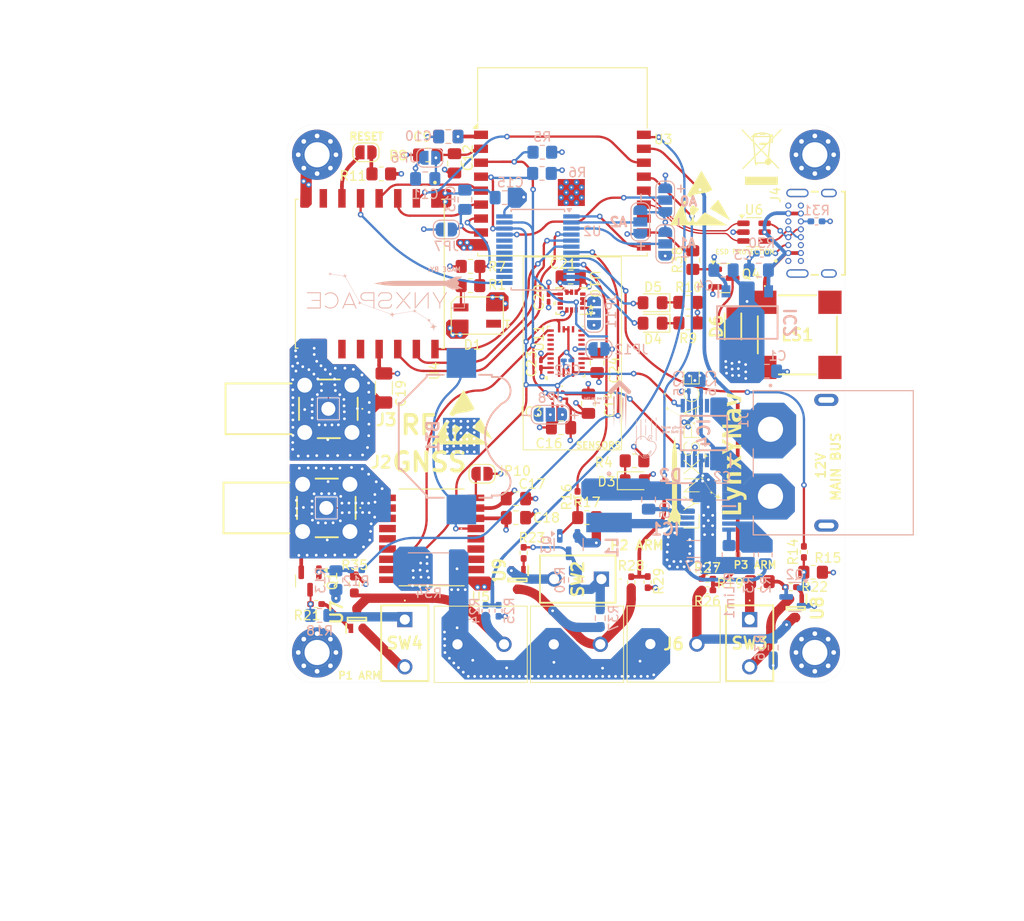
<source format=kicad_pcb>
(kicad_pcb (version 20241229) (generator "pcbnew") (generator_version "9.0")
  (layers (0 "F.Cu" signal) (4 "In1.Cu" signal) (6 "In2.Cu" signal) (2 "B.Cu" signal) (13 "F.Paste" user) (15 "B.Paste" user) (5 "F.SilkS" user "F.Silkscreen") (7 "B.SilkS" user "B.Silkscreen") (1 "F.Mask" user) (3 "B.Mask" user) (25 "Edge.Cuts" user))
  (net 0 "")
  (net 1 "+3V3")
  (net 2 "GND")
  (net 3 "+5V")
  (net 4 "D1n")
  (net 5 "Net-(IC1-BOOST)")
  (net 6 "Net-(JP6-B)")
  (net 7 "Net-(U4-ANT)")
  (net 8 "Net-(D4-K)")
  (net 9 "Net-(IC1-ILIM)")
  (net 10 "FB")
  (net 11 "Net-(IC1-ISENSE)")
  (net 13 "Net-(D1-DIN)")
  (net 14 "Net-(D3-K)")
  (net 15 "Net-(IC3-SDO{slash}AS)")
  (net 17 "D-")
  (net 18 "D+")
  (net 19 "Net-(U5-RF_IN)")
  (net 20 "/gndp")
  (net 25 "Net-(J4-DP1)")
  (net 26 "Net-(J4-DN1)")
  (net 28 "Net-(J4-CC1)")
  (net 29 "Net-(J4-CC2)")
  (net 31 "Net-(Q1-G)")
  (net 32 "Net-(Q2-G)")
  (net 33 "Net-(Q3-G)")
  (net 34 "PYRO1")
  (net 35 "PYRO2")
  (net 36 "Net-(JP3-C)")
  (net 37 "Net-(JP4-C)")
  (net 38 "Net-(JP5-C)")
  (net 39 "V_BCKP")
  (net 40 "Net-(JP9-A)")
  (net 41 "Net-(JP9-B)")
  (net 42 "Net-(JP10-B)")
  (net 45 "SDO")
  (net 46 "SCK")
  (net 47 "RF_DIO0")
  (net 49 "SDI")
  (net 50 "RF_CS")
  (net 51 "SCL")
  (net 52 "PYRO3")
  (net 53 "LED")
  (net 61 "INT")
  (net 62 "RF_DIO1")
  (net 63 "RF_DIO2")
  (net 72 "SDA")
  (net 74 "LED2")
  (net 75 "Net-(D5-K)")
  (net 76 "Net-(J5-Pin_1)")
  (net 77 "VCC")
  (net 78 "Net-(JP7-B)")
  (net 79 "Net-(J6-Pin_1)")
  (net 80 "Net-(J7-Pin_1)")
  (net 81 "Net-(Q1-D)")
  (net 82 "Net-(Q2-D)")
  (net 83 "Net-(Q3-D)")
  (net 84 "IO8")
  (net 85 "Net-(U7-G)")
  (net 86 "Net-(U8-G)")
  (net 87 "Net-(U9-G)")
  (net 88 "pyrocont1")
  (net 89 "pyrocont2")
  (net 90 "pyrocont3")
  (net 91 "pyroarm1")
  (net 92 "pyroarm2")
  (net 93 "pyroarm3")
  (net 94 "Net-(Q4-G)")
  (net 95 "buzzer")
  (net 96 "Net-(D6-A)")
  (net 99 "add")
  (net 104 "Net-(U11-CAP)")
  (net 118 "Net-(JP12-B)")
  (footprint "Symbol:ESD-Logo_6.6x6mm_SilkScreen" (layer "F.Cu") (at 144.56824 100.844512)
    (property "Reference" "REF**" (hide yes))
    (property "Value" "ESD-Logo_6.6x6mm_SilkScreen" (hide yes))
  )
  (footprint "Resistor_SMD:R_0805_2012Metric_Pad1.20x1.40mm_HandSolder" (layer "F.Cu") (at 182.29 117.53)
    (property "Reference" "R15" (at 1.58 -1.54 0) (layer "F.SilkS"))
    (property "Value" "100k")
    (pad "1" smd roundrect (at -1 0) (size 1.2 1.4) (layers "F.Cu" "F.Mask" "F.Paste") (roundrect_rratio 0.208333) (net 32 "Net-(Q2-G)"))
    (pad "2" smd roundrect (at 1 0) (size 1.2 1.4) (layers "F.Cu" "F.Mask" "F.Paste") (roundrect_rratio 0.208333) (net 2 "GND"))
  )
  (footprint "footprints:LGA-14L_2P5X3X0P83_STM" (layer "F.Cu") (at 156.327079 88.385682 180)
    (property "Reference" "U10" (at -2.5003 1.830001 270) (layer "F.SilkS"))
    (property "Value" "LSM6DSO32TR")
    (fp_text user "*" (at -2.0828 -1 0) (layer "F.SilkS"))
    (fp_text user "*" (at -2.0828 -1 180) (layer "F.SilkS"))
    (pad "1" smd rect (at -1.2103 -0.750001 270) (size 0.351536 0.57658) (layers "F.Cu" "F.Mask" "F.Paste") (net 99 "add"))
    (pad "2" smd rect (at -1.2103 -0.25 270) (size 0.351536 0.57658) (layers "F.Cu" "F.Mask" "F.Paste") (net 2 "GND"))
    (pad "3" smd rect (at -1.2103 0.25 270) (size 0.351536 0.57658) (layers "F.Cu" "F.Mask" "F.Paste") (net 2 "GND"))
    (pad "4" smd rect (at -1.2103 0.750001 270) (size 0.351536 0.57658) (layers "F.Cu" "F.Mask" "F.Paste"))
    (pad "5" smd rect (at -0.499999 0.9563 180) (size 0.351536 0.57658) (layers "F.Cu" "F.Mask" "F.Paste") (net 1 "+3V3"))
    (pad "6" smd rect (at 0 0.9563 180) (size 0.351536 0.57658) (layers "F.Cu" "F.Mask" "F.Paste") (net 2 "GND"))
    (pad "7" smd rect (at 0.499999 0.9563 180) (size 0.351536 0.57658) (layers "F.Cu" "F.Mask" "F.Paste") (net 2 "GND"))
    (pad "8" smd rect (at 1.2103 0.750001 270) (size 0.351536 0.57658) (layers "F.Cu" "F.Mask" "F.Paste") (net 1 "+3V3"))
    (pad "9" smd rect (at 1.2103 0.25 270) (size 0.351536 0.57658) (layers "F.Cu" "F.Mask" "F.Paste"))
    (pad "10" smd rect (at 1.2103 -0.25 270) (size 0.351536 0.57658) (layers "F.Cu" "F.Mask" "F.Paste"))
    (pad "11" smd rect (at 1.2103 -0.750001 270) (size 0.351536 0.57658) (layers "F.Cu" "F.Mask" "F.Paste"))
    (pad "12" smd rect (at 0.499999 -0.9563 180) (size 0.351536 0.57658) (layers "F.Cu" "F.Mask" "F.Paste") (net 1 "+3V3"))
    (pad "13" smd rect (at 0 -0.9563 180) (size 0.351536 0.57658) (layers "F.Cu" "F.Mask" "F.Paste") (net 51 "SCL"))
    (pad "14" smd rect (at -0.499999 -0.9563 180) (size 0.351536 0.57658) (layers "F.Cu" "F.Mask" "F.Paste") (net 72 "SDA"))
  )
  (footprint "Resistor_SMD:R_0805_2012Metric_Pad1.20x1.40mm_HandSolder" (layer "F.Cu") (at 135.877379 74.715681 180)
    (property "Reference" "R11" (at 3.03 -0.22 0) (layer "F.SilkS"))
    (property "Value" "10k")
    (pad "1" smd roundrect (at -1 0 180) (size 1.2 1.4) (layers "F.Cu" "F.Mask" "F.Paste") (roundrect_rratio 0.208333) (net 1 "+3V3"))
    (pad "2" smd roundrect (at 1 0 180) (size 1.2 1.4) (layers "F.Cu" "F.Mask" "F.Paste") (roundrect_rratio 0.208333) (net 40 "Net-(JP9-A)"))
  )
  (footprint "Capacitor_SMD:C_1206_3216Metric_Pad1.33x1.80mm_HandSolder" (layer "F.Cu") (at 136.157379 97.723181 -90)
    (property "Reference" "C19" (at 0.586819 -1.822621 90) (layer "F.SilkS"))
    (property "Value" "4.7uF")
    (pad "1" smd roundrect (at -1.5625 0 270) (size 1.325 1.8) (layers "F.Cu" "F.Mask" "F.Paste") (roundrect_rratio 0.188679) (net 1 "+3V3"))
    (pad "2" smd roundrect (at 1.5625 0 270) (size 1.325 1.8) (layers "F.Cu" "F.Mask" "F.Paste") (roundrect_rratio 0.188679) (net 2 "GND"))
  )
  (footprint "RFM96W:MODULE_RFM96W-433S2" (layer "F.Cu") (at 134.647379 85.445681 -90)
    (property "Reference" "U4" (at 10.45 -6.95 90) (layer "F.SilkS"))
    (property "Value" "RFM96W-433S2")
    (pad "1" smd rect (at -8.1 -7 270) (size 2 0.8) (layers "F.Cu" "F.Mask" "F.Paste") (net 2 "GND"))
    (pad "2" smd rect (at -8.1 -5 270) (size 2 0.8) (layers "F.Cu" "F.Mask" "F.Paste") (net 45 "SDO"))
    (pad "3" smd rect (at -8.1 -3 270) (size 2 0.8) (layers "F.Cu" "F.Mask" "F.Paste") (net 49 "SDI"))
    (pad "4" smd rect (at -8.1 -1 270) (size 2 0.8) (layers "F.Cu" "F.Mask" "F.Paste") (net 46 "SCK"))
    (pad "5" smd rect (at -8.1 1 270) (size 2 0.8) (layers "F.Cu" "F.Mask" "F.Paste") (net 50 "RF_CS"))
    (pad "6" smd rect (at -8.1 3 270) (size 2 0.8) (layers "F.Cu" "F.Mask" "F.Paste") (net 41 "Net-(JP9-B)"))
    (pad "7" smd rect (at -8.1 5 270) (size 2 0.8) (layers "F.Cu" "F.Mask" "F.Paste"))
    (pad "8" smd rect (at -8.1 7 270) (size 2 0.8) (layers "F.Cu" "F.Mask" "F.Paste") (net 2 "GND"))
    (pad "9" smd rect (at 8.1 7 270) (size 2 0.8) (layers "F.Cu" "F.Mask" "F.Paste") (net 7 "Net-(U4-ANT)"))
    (pad "10" smd rect (at 8.1 5 270) (size 2 0.8) (layers "F.Cu" "F.Mask" "F.Paste") (net 2 "GND"))
    (pad "11" smd rect (at 8.1 3 270) (size 2 0.8) (layers "F.Cu" "F.Mask" "F.Paste"))
    (pad "12" smd rect (at 8.1 1 270) (size 2 0.8) (layers "F.Cu" "F.Mask" "F.Paste"))
    (pad "13" smd rect (at 8.1 -1 270) (size 2 0.8) (layers "F.Cu" "F.Mask" "F.Paste") (net 1 "+3V3"))
    (pad "14" smd rect (at 8.1 -3 270) (size 2 0.8) (layers "F.Cu" "F.Mask" "F.Paste") (net 47 "RF_DIO0"))
    (pad "15" smd rect (at 8.1 -5 270) (size 2 0.8) (layers "F.Cu" "F.Mask" "F.Paste") (net 62 "RF_DIO1"))
    (pad "16" smd rect (at 8.1 -7 270) (size 2 0.8) (layers "F.Cu" "F.Mask" "F.Paste") (net 63 "RF_DIO2"))
  )
  (footprint "LED_SMD:LED_0805_2012Metric_Pad1.15x1.40mm_HandSolder" (layer "F.Cu") (at 165.037342 88.565681 180)
    (property "Reference" "D5" (at -0.045 1.68 0) (layer "F.SilkS"))
    (property "Value" "LED")
    (pad "1" smd roundrect (at -1.025 0 180) (size 1.15 1.4) (layers "F.Cu" "F.Mask" "F.Paste") (roundrect_rratio 0.217391) (net 75 "Net-(D5-K)"))
    (pad "2" smd roundrect (at 1.025 0 180) (size 1.15 1.4) (layers "F.Cu" "F.Mask" "F.Paste") (roundrect_rratio 0.217391) (net 74 "LED2"))
  )
  (footprint "Resistor_SMD:R_0805_2012Metric_Pad1.20x1.40mm_HandSolder" (layer "F.Cu") (at 140.887379 72.675681)
    (property "Reference" "R8" (at -3.21 0.07 0) (layer "F.SilkS"))
    (property "Value" "10k")
    (pad "1" smd roundrect (at -1 0) (size 1.2 1.4) (layers "F.Cu" "F.Mask" "F.Paste") (roundrect_rratio 0.208333) (net 1 "+3V3"))
    (pad "2" smd roundrect (at 1 0) (size 1.2 1.4) (layers "F.Cu" "F.Mask" "F.Paste") (roundrect_rratio 0.208333) (net 6 "Net-(JP6-B)"))
  )
  (footprint "Package_TO_SOT_SMD:SOT-23" (layer "F.Cu") (at 128.2225 118.47 -90)
    (property "Reference" "Q1" (at 0 -2.4 90) (layer "F.SilkS"))
    (property "Value" "BSS138")
    (pad "1" smd roundrect (at -0.9375 -0.95 270) (size 1.475 0.6) (layers "F.Cu" "F.Mask" "F.Paste") (net 31 "Net-(Q1-G)"))
    (pad "2" smd roundrect (at -0.9375 0.95 270) (size 1.475 0.6) (layers "F.Cu" "F.Mask" "F.Paste") (net 2 "GND"))
    (pad "3" smd roundrect (at 0.9375 0 270) (size 1.475 0.6) (layers "F.Cu" "F.Mask" "F.Paste") (net 81 "Net-(Q1-D)"))
  )
  (footprint "SamacSys_Parts:CMT8504100SMTTR" (layer "F.Cu") (at 180.597379 92.015681)
    (property "Reference" "LS1" (at 0 0 0) (layer "F.SilkS") (effects (font (size 1.27 1.27) (thickness 0.254))))
    (property "Value" "CMT-8504-100-SMT-TR" (hide yes))
    (pad "1" smd rect (at -3.5 -3.5 90) (size 2.5 2.5) (layers "F.Cu" "F.Mask" "F.Paste") (net 3 "+5V"))
    (pad "2" smd rect (at -3.5 3.5 90) (size 2.5 2.5) (layers "F.Cu" "F.Mask" "F.Paste") (net 96 "Net-(D6-A)"))
    (pad "3" smd rect (at 3.5 3.5 90) (size 2.5 2.5) (layers "F.Cu" "F.Mask" "F.Paste"))
    (pad "4" smd rect (at 3.5 -3.5 90) (size 2.5 2.5) (layers "F.Cu" "F.Mask" "F.Paste"))
  )
  (footprint "Resistor_SMD:R_0402_1005Metric_Pad0.72x0.64mm_HandSolder" (layer "F.Cu") (at 162.74 118.6125 -90)
    (property "Reference" "R28" (at -1.7825 0.01 180) (layer "F.SilkS"))
    (property "Value" "5.6k")
    (pad "1" smd roundrect (at -0.5975 0 270) (size 0.715 0.64) (layers "F.Cu" "F.Mask" "F.Paste") (net 90 "pyrocont3"))
    (pad "2" smd roundrect (at 0.5975 0 270) (size 0.715 0.64) (layers "F.Cu" "F.Mask" "F.Paste") (net 80 "Net-(J7-Pin_1)"))
  )
  (footprint "Resistor_SMD:R_0402_1005Metric_Pad0.72x0.64mm_HandSolder" (layer "F.Cu") (at 156.97 109.4375 90)
    (property "Reference" "R16" (at 0 -1.17 90) (layer "F.SilkS"))
    (property "Value" "1k")
    (pad "1" smd roundrect (at -0.5975 0 90) (size 0.715 0.64) (layers "F.Cu" "F.Mask" "F.Paste") (net 33 "Net-(Q3-G)"))
    (pad "2" smd roundrect (at 0.5975 0 90) (size 0.715 0.64) (layers "F.Cu" "F.Mask" "F.Paste") (net 52 "PYRO3"))
  )
  (footprint "Jumper:SolderJumper-2_P1.3mm_Open_RoundedPad1.0x1.5mm" (layer "F.Cu") (at 134.227379 72.395681 180)
    (property "Reference" "JP9" (hide yes))
    (property "Value" "Jumper_2_Small_Open")
    (pad "1" smd custom (at -0.65 0 180) (size 1 0.5) (layers "F.Cu" "F.Mask") (net 40 "Net-(JP9-A)") (options (clearance outline) (anchor rect)) (primitives (gr_circle (center 0 0.25) (end 0.5 0.25) (width 0) (fill yes)) (gr_circle (center 0 -0.25) (end 0.5 -0.25) (width 0) (fill yes)) (gr_poly (pts (xy 0.5 0.75) (xy 0 0.75) (xy 0 -0.75) (xy 0.5 -0.75)) (width 0) (fill yes))))
    (pad "2" smd custom (at 0.65 0 180) (size 1 0.5) (layers "F.Cu" "F.Mask") (net 41 "Net-(JP9-B)") (options (clearance outline) (anchor rect)) (primitives (gr_circle (center 0 0.25) (end 0.5 0.25) (width 0) (fill yes)) (gr_circle (center 0 -0.25) (end 0.5 -0.25) (width 0) (fill yes)) (gr_poly (pts (xy 0 0.75) (xy -0.5 0.75) (xy -0.5 -0.75) (xy 0 -0.75)) (width 0) (fill yes))))
  )
  (footprint "Resistor_SMD:R_0402_1005Metric_Pad0.72x0.64mm_HandSolder" (layer "F.Cu") (at 179.8975 119.13 180)
    (property "Reference" "R22" (at -2.5525 0.02 0) (layer "F.SilkS"))
    (property "Value" "1k")
    (pad "1" smd roundrect (at -0.5975 0 180) (size 0.715 0.64) (layers "F.Cu" "F.Mask" "F.Paste") (net 86 "Net-(U8-G)"))
    (pad "2" smd roundrect (at 0.5975 0 180) (size 0.715 0.64) (layers "F.Cu" "F.Mask" "F.Paste") (net 82 "Net-(Q2-D)"))
  )
  (footprint "Jumper:SolderJumper-2_P1.3mm_Open_RoundedPad1.0x1.5mm" (layer "F.Cu") (at 146.707379 106.945681 180)
    (property "Reference" "JP10" (at -3.412621 0.300001 0) (layer "F.SilkS"))
    (property "Value" "Jumper_2_Small_Open")
    (pad "1" smd custom (at -0.65 0 180) (size 1 0.5) (layers "F.Cu" "F.Mask") (net 2 "GND") (options (clearance outline) (anchor rect)) (primitives (gr_circle (center 0 0.25) (end 0.5 0.25) (width 0) (fill yes)) (gr_circle (center 0 -0.25) (end 0.5 -0.25) (width 0) (fill yes)) (gr_poly (pts (xy 0.5 0.75) (xy 0 0.75) (xy 0 -0.75) (xy 0.5 -0.75)) (width 0) (fill yes))))
    (pad "2" smd custom (at 0.65 0 180) (size 1 0.5) (layers "F.Cu" "F.Mask") (net 42 "Net-(JP10-B)") (options (clearance outline) (anchor rect)) (primitives (gr_circle (center 0 0.25) (end 0.5 0.25) (width 0) (fill yes)) (gr_circle (center 0 -0.25) (end 0.5 -0.25) (width 0) (fill yes)) (gr_poly (pts (xy 0 0.75) (xy -0.5 0.75) (xy -0.5 -0.75) (xy 0 -0.75)) (width 0) (fill yes))))
  )
  (footprint "Package_LGA:LGA-28_5.2x3.8mm_P0.5mm" (layer "F.Cu") (at 155.737379 93.805681 90)
    (property "Reference" "U11" (at 1.45 -2.9 90) (layer "F.SilkS"))
    (property "Value" "BNO055")
    (pad "1" smd rect (at -2.25 -1.6625 90) (size 0.254 0.675) (layers "F.Cu" "F.Mask" "F.Paste"))
    (pad "2" smd rect (at -2.3875 -0.75 180) (size 0.254 0.675) (layers "F.Cu" "F.Mask" "F.Paste") (net 2 "GND"))
    (pad "3" smd rect (at -2.3875 -0.25 180) (size 0.254 0.675) (layers "F.Cu" "F.Mask" "F.Paste") (net 1 "+3V3"))
    (pad "4" smd rect (at -2.3875 0.25 180) (size 0.254 0.675) (layers "F.Cu" "F.Mask" "F.Paste") (net 1 "+3V3"))
    (pad "5" smd rect (at -2.3875 0.75 180) (size 0.254 0.675) (layers "F.Cu" "F.Mask" "F.Paste") (net 2 "GND"))
    (pad "6" smd rect (at -2.25 1.6625 90) (size 0.254 0.675) (layers "F.Cu" "F.Mask" "F.Paste") (net 2 "GND"))
    (pad "7" smd rect (at -1.75 1.6625 90) (size 0.254 0.675) (layers "F.Cu" "F.Mask" "F.Paste"))
    (pad "8" smd rect (at -1.25 1.6625 90) (size 0.254 0.675) (layers "F.Cu" "F.Mask" "F.Paste"))
    (pad "9" smd rect (at -0.75 1.6625 90) (size 0.254 0.675) (layers "F.Cu" "F.Mask" "F.Paste") (net 104 "Net-(U11-CAP)"))
    (pad "10" smd rect (at -0.25 1.6625 90) (size 0.254 0.675) (layers "F.Cu" "F.Mask" "F.Paste"))
    (pad "11" smd rect (at 0.25 1.6625 90) (size 0.254 0.675) (layers "F.Cu" "F.Mask" "F.Paste") (net 118 "Net-(JP12-B)"))
    (pad "12" smd rect (at 0.75 1.6625 90) (size 0.254 0.675) (layers "F.Cu" "F.Mask" "F.Paste"))
    (pad "13" smd rect (at 1.25 1.6625 90) (size 0.254 0.675) (layers "F.Cu" "F.Mask" "F.Paste"))
    (pad "14" smd rect (at 1.75 1.6625 90) (size 0.254 0.675) (layers "F.Cu" "F.Mask" "F.Paste"))
    (pad "15" smd rect (at 2.25 1.6625 90) (size 0.254 0.675) (layers "F.Cu" "F.Mask" "F.Paste"))
    (pad "16" smd rect (at 2.3875 0.75 180) (size 0.254 0.675) (layers "F.Cu" "F.Mask" "F.Paste"))
    (pad "17" smd rect (at 2.3875 0.25 180) (size 0.254 0.675) (layers "F.Cu" "F.Mask" "F.Paste") (net 2 "GND"))
    (pad "18" smd rect (at 2.3875 -0.25 180) (size 0.254 0.675) (layers "F.Cu" "F.Mask" "F.Paste") (net 2 "GND"))
    (pad "19" smd rect (at 2.3875 -0.75 180) (size 0.254 0.675) (layers "F.Cu" "F.Mask" "F.Paste") (net 51 "SCL"))
    (pad "20" smd rect (at 2.25 -1.6625 90) (size 0.254 0.675) (layers "F.Cu" "F.Mask" "F.Paste") (net 72 "SDA"))
    (pad "21" smd rect (at 1.75 -1.6625 90) (size 0.254 0.675) (layers "F.Cu" "F.Mask" "F.Paste"))
    (pad "22" smd rect (at 1.25 -1.6625 90) (size 0.254 0.675) (layers "F.Cu" "F.Mask" "F.Paste"))
    (pad "23" smd rect (at 0.75 -1.6625 90) (size 0.254 0.675) (layers "F.Cu" "F.Mask" "F.Paste"))
    (pad "24" smd rect (at 0.25 -1.6625 90) (size 0.254 0.675) (layers "F.Cu" "F.Mask" "F.Paste"))
    (pad "25" smd rect (at -0.25 -1.6625 90) (size 0.254 0.675) (layers "F.Cu" "F.Mask" "F.Paste") (net 2 "GND"))
    (pad "26" smd rect (at -0.75 -1.6625 90) (size 0.254 0.675) (layers "F.Cu" "F.Mask" "F.Paste"))
    (pad "27" smd rect (at -1.25 -1.6625 90) (size 0.254 0.675) (layers "F.Cu" "F.Mask" "F.Paste"))
    (pad "28" smd rect (at -1.75 -1.6625 90) (size 0.254 0.675) (layers "F.Cu" "F.Mask" "F.Paste") (net 1 "+3V3"))
  )
  (footprint "Resistor_SMD:R_0805_2012Metric_Pad1.20x1.40mm_HandSolder" (layer "F.Cu") (at 145.467379 84.655681)
    (property "Reference" "R7" (at 2.85 0.03 0) (layer "F.SilkS"))
    (property "Value" "10k")
    (pad "1" smd roundrect (at -1 0) (size 1.2 1.4) (layers "F.Cu" "F.Mask" "F.Paste") (roundrect_rratio 0.208333) (net 1 "+3V3"))
    (pad "2" smd roundrect (at 1 0) (size 1.2 1.4) (layers "F.Cu" "F.Mask" "F.Paste") (roundrect_rratio 0.208333) (net 84 "IO8"))
  )
  (footprint "Symbol:WEEE-Logo_4.2x6mm_SilkScreen" (layer "F.Cu") (at 176.75 72.88)
    (property "Reference" "REF**" (hide yes))
    (property "Value" "WEEE-Logo_4.2x6mm_SilkScreen" (hide yes))
  )
  (footprint "Resistor_SMD:R_0603_1608Metric_Pad0.98x0.95mm_HandSolder" (layer "F.Cu") (at 132.98 118.84 90)
    (property "Reference" "R35" (at 2.08 0.03 180) (layer "F.SilkS"))
    (property "Value" "100k")
    (pad "1" smd roundrect (at -0.9125 0 90) (size 0.975 0.95) (layers "F.Cu" "F.Mask" "F.Paste") (net 76 "Net-(J5-Pin_1)"))
    (pad "2" smd roundrect (at 0.9125 0 90) (size 0.975 0.95) (layers "F.Cu" "F.Mask" "F.Paste") (net 77 "VCC"))
  )
  (footprint "Package_TO_SOT_SMD:SOT-23" (layer "F.Cu") (at 172.699879 85.915681)
    (property "Reference" "Q4" (at 2.910121 -0.425681 0) (layer "F.SilkS"))
    (property "Value" "BSS138")
    (pad "1" smd roundrect (at -0.9375 -0.95) (size 1.475 0.6) (layers "F.Cu" "F.Mask" "F.Paste") (net 94 "Net-(Q4-G)"))
    (pad "2" smd roundrect (at -0.9375 0.95) (size 1.475 0.6) (layers "F.Cu" "F.Mask" "F.Paste") (net 2 "GND"))
    (pad "3" smd roundrect (at 0.9375 0) (size 1.475 0.6) (layers "F.Cu" "F.Mask" "F.Paste") (net 96 "Net-(D6-A)"))
  )
  (footprint "LED_SMD:LED_SK6812MINI_PLCC4_3.5x3.5mm_P1.75mm" (layer "F.Cu") (at 146.197379 89.940681 180)
    (property "Reference" "D1" (at 0.5 -3.15 0) (layer "F.SilkS"))
    (property "Value" "SK6812MINI")
    (fp_text user "1" (at -3.2 -0.875 180) (layer "F.SilkS") (effects (font (size 0.8 0.8))))
    (pad "1" smd rect (at -1.75 -0.875 180) (size 1.6 0.85) (layers "F.Cu" "F.Mask" "F.Paste"))
    (pad "2" smd rect (at -1.75 0.875 180) (size 1.6 0.85) (layers "F.Cu" "F.Mask" "F.Paste") (net 2 "GND"))
    (pad "3" smd rect (at 1.75 0.875 180) (size 1.6 0.85) (layers "F.Cu" "F.Mask" "F.Paste") (net 13 "Net-(D1-DIN)"))
    (pad "4" smd rect (at 1.75 -0.875 180) (size 1.6 0.85) (layers "F.Cu" "F.Mask" "F.Paste") (net 1 "+3V3"))
  )
  (footprint "SamacSys_Parts:ET02MD1CBE" (layer "F.Cu") (at 175.467379 122.615681 180)
    (property "Reference" "SW3" (at 0 -2.54 0) (layer "F.SilkS") (effects (font (size 1.27 1.27) (thickness 0.254))))
    (property "Value" "SW_SPST" (hide yes))
    (pad "1" thru_hole rect (at 0 0 180) (size 1.635 1.635) (drill 1.09) (layers "*.Cu" "*.Mask") (net 77 "VCC"))
    (pad "2" thru_hole circle (at 0 -5.08 180) (size 1.635 1.635) (drill 1.09) (layers "*.Cu" "*.Mask") (net 92 "pyroarm2"))
  )
  (footprint "Resistor_SMD:R_0805_2012Metric_Pad1.20x1.40mm_HandSolder" (layer "F.Cu") (at 169.357379 83.975681 90)
    (property "Reference" "R38" (at 0 -1.65 90) (layer "F.SilkS"))
    (property "Value" "1k")
    (pad "1" smd roundrect (at -1 0 90) (size 1.2 1.4) (layers "F.Cu" "F.Mask" "F.Paste") (roundrect_rratio 0.208333) (net 94 "Net-(Q4-G)"))
    (pad "2" smd roundrect (at 1 0 90) (size 1.2 1.4) (layers "F.Cu" "F.Mask" "F.Paste") (roundrect_rratio 0.208333) (net 95 "buzzer"))
  )
  (footprint "Resistor_SMD:R_0805_2012Metric_Pad1.20x1.40mm_HandSolder" (layer "F.Cu") (at 145.457379 86.725681 180)
    (property "Reference" "R1" (at -2.87 0.09 0) (layer "F.SilkS"))
    (property "Value" "0")
    (pad "1" smd roundrect (at -1 0 180) (size 1.2 1.4) (layers "F.Cu" "F.Mask" "F.Paste") (roundrect_rratio 0.208333) (net 84 "IO8"))
    (pad "2" smd roundrect (at 1 0 180) (size 1.2 1.4) (layers "F.Cu" "F.Mask" "F.Paste") (roundrect_rratio 0.208333) (net 13 "Net-(D1-DIN)"))
  )
  (footprint "SamacSys_Parts:518144002" (layer "F.Cu") (at 129.967379 110.615681 180)
    (property "Reference" "J2" (at -5.902621 4.915681 0) (layer "F.SilkS") (effects (font (size 1.27 1.27) (thickness 0.254))))
    (property "Value" "5-1814400-2" (hide yes))
    (pad "1" thru_hole rect (at 0 0 180) (size 2.25 2.25) (drill 1.5) (layers "*.Cu" "*.Mask") (net 19 "Net-(U5-RF_IN)"))
    (pad "2" thru_hole circle (at -2.54 -2.54 180) (size 2.4 2.4) (drill 1.6) (layers "*.Cu" "*.Mask") (net 2 "GND"))
    (pad "3" thru_hole circle (at -2.54 2.54 180) (size 2.4 2.4) (drill 1.6) (layers "*.Cu" "*.Mask") (net 2 "GND"))
    (pad "4" thru_hole circle (at 2.54 2.54 180) (size 2.4 2.4) (drill 1.6) (layers "*.Cu" "*.Mask") (net 2 "GND"))
    (pad "5" thru_hole circle (at 2.54 -2.54 180) (size 2.4 2.4) (drill 1.6) (layers "*.Cu" "*.Mask") (net 2 "GND"))
  )
  (footprint "MAX-M10S-00B:XCVR_MAX-M10S-00B" (layer "F.Cu") (at 141.294879 113.935681 180)
    (property "Reference" "U5" (at -5.2725 -6.24 0) (layer "F.SilkS"))
    (property "Value" "MAX-M10S-00B")
    (pad "1" smd rect (at -4.75 -4.4 180) (size 1.8 0.7) (layers "F.Cu" "F.Mask") (net 2 "GND"))
    (pad "2" smd rect (at -4.75 -3.3 180) (size 1.8 0.8) (layers "F.Cu" "F.Mask"))
    (pad "3" smd rect (at -4.75 -2.2 180) (size 1.8 0.8) (layers "F.Cu" "F.Mask"))
    (pad "4" smd rect (at -4.75 -1.1 180) (size 1.8 0.8) (layers "F.Cu" "F.Mask"))
    (pad "5" smd rect (at -4.75 0 180) (size 1.8 0.8) (layers "F.Cu" "F.Mask"))
    (pad "6" smd rect (at -4.75 1.1 180) (size 1.8 0.8) (layers "F.Cu" "F.Mask") (net 39 "V_BCKP"))
    (pad "7" smd rect (at -4.75 2.2 180) (size 1.8 0.8) (layers "F.Cu" "F.Mask") (net 1 "+3V3"))
    (pad "8" smd rect (at -4.75 3.3 180) (size 1.8 0.8) (layers "F.Cu" "F.Mask") (net 1 "+3V3"))
    (pad "9" smd rect (at -4.75 4.4 180) (size 1.8 0.7) (layers "F.Cu" "F.Mask") (net 42 "Net-(JP10-B)"))
    (pad "10" smd rect (at 4.75 4.4 180) (size 1.8 0.7) (layers "F.Cu" "F.Mask") (net 2 "GND"))
    (pad "11" smd rect (at 4.75 3.3 180) (size 1.8 0.8) (layers "F.Cu" "F.Mask") (net 19 "Net-(U5-RF_IN)"))
    (pad "12" smd rect (at 4.75 2.2 180) (size 1.8 0.8) (layers "F.Cu" "F.Mask") (net 2 "GND"))
    (pad "13" smd rect (at 4.75 1.1 180) (size 1.8 0.8) (layers "F.Cu" "F.Mask"))
    (pad "14" smd rect (at 4.75 0 180) (size 1.8 0.8) (layers "F.Cu" "F.Mask"))
    (pad "15" smd rect (at 4.75 -1.1 180) (size 1.8 0.8) (layers "F.Cu" "F.Mask"))
    (pad "16" smd rect (at 4.75 -2.2 180) (size 1.8 0.8) (layers "F.Cu" "F.Mask") (net 72 "SDA"))
    (pad "17" smd rect (at 4.75 -3.3 180) (size 1.8 0.8) (layers "F.Cu" "F.Mask") (net 51 "SCL"))
    (pad "18" smd rect (at 4.75 -4.4 180) (size 1.8 0.7) (layers "F.Cu" "F.Mask"))
    (zone (net 0) (net_name "") (layer "F.Cu") (connect_pads (clearance 0)) (min_thickness 0.5)
      (keepout (tracks not_allowed) (vias not_allowed) (pads not_allowed) (copperpour not_allowed) (footprints allowed))
      (fill (thermal_gap 0.508) (thermal_bridge_width 0.508))
      (polygon (pts (xy 143.644879 117.985681) (xy 143.647287 117.936672) (xy 143.654486 117.888136) (xy 143.666409 117.840539) (xy 143.682939 117.794339) (xy 143.703918 117.749983) (xy 143.729144 117.707896) (xy 143.758374 117.668484) (xy 143.791326 117.632128) (xy 143.827682 117.599176) (xy 143.867094 117.569946) (xy 143.909181 117.54472) (xy 143.953537 117.523741) (xy 143.999737 117.507211) (xy 144.047334 117.495288) (xy 144.09587 117.488089) (xy 144.144879 117.485681) (xy 144.193888 117.488089) (xy 144.242424 117.495288) (xy 144.290021 117.507211) (xy 144.336221 117.523741) (xy 144.380577 117.54472) (xy 144.422664 117.569946) (xy 144.462076 117.599176) (xy 144.498432 117.632128) (xy 144.531384 117.668484) (xy 144.560614 117.707896) (xy 144.58584 117.749983) (xy 144.606819 117.794339) (xy 144.623349 117.840539) (xy 144.635272 117.888136) (xy 144.642471 117.936672) (xy 144.644879 117.985681) (xy 144.642471 118.03469) (xy 144.635272 118.083226) (xy 144.623349 118.130823) (xy 144.606819 118.177023) (xy 144.58584 118.221379) (xy 144.560614 118.263466) (xy 144.531384 118.302878) (xy 144.498432 118.339234) (xy 144.462076 118.372186) (xy 144.422664 118.401416) (xy 144.380577 118.426642) (xy 144.336221 118.447621) (xy 144.290021 118.464151) (xy 144.242424 118.476074) (xy 144.193888 118.483273) (xy 144.144879 118.485681) (xy 144.09587 118.483273) (xy 144.047334 118.476074) (xy 143.999737 118.464151) (xy 143.953537 118.447621) (xy 143.909181 118.426642) (xy 143.867094 118.401416) (xy 143.827682 118.372186) (xy 143.791326 118.339234) (xy 143.758374 118.302878) (xy 143.729144 118.263466) (xy 143.703918 118.221379) (xy 143.682939 118.177023) (xy 143.666409 118.130823) (xy 143.654486 118.083226) (xy 143.647287 118.03469)))
    )
  )
  (footprint "RF_Module:ESP32-C3-WROOM-02" (layer "F.Cu") (at 155.347379 76.515681)
    (property "Reference" "U3" (at 10.83 -5.51 0) (layer "F.SilkS"))
    (property "Value" "ESP32-C3-WROOM-02")
    (pad "1" smd rect (at -8.75 -6) (size 1.5 0.9) (layers "F.Cu" "F.Mask" "F.Paste") (net 1 "+3V3"))
    (pad "2" smd rect (at -8.75 -4.5) (size 1.5 0.9) (layers "F.Cu" "F.Mask" "F.Paste") (net 6 "Net-(JP6-B)"))
    (pad "3" smd rect (at -8.75 -3) (size 1.5 0.9) (layers "F.Cu" "F.Mask" "F.Paste") (net 72 "SDA"))
    (pad "4" smd rect (at -8.75 -1.5) (size 1.5 0.9) (layers "F.Cu" "F.Mask" "F.Paste") (net 51 "SCL"))
    (pad "5" smd rect (at -8.75 0) (size 1.5 0.9) (layers "F.Cu" "F.Mask" "F.Paste") (net 46 "SCK"))
    (pad "6" smd rect (at -8.75 1.5) (size 1.5 0.9) (layers "F.Cu" "F.Mask" "F.Paste") (net 49 "SDI"))
    (pad "7" smd rect (at -8.75 3) (size 1.5 0.9) (layers "F.Cu" "F.Mask" "F.Paste") (net 84 "IO8"))
    (pad "8" smd rect (at -8.75 4.5) (size 1.5 0.9) (layers "F.Cu" "F.Mask" "F.Paste") (net 78 "Net-(JP7-B)"))
    (pad "9" smd rect (at -8.75 6) (size 1.5 0.9) (layers "F.Cu" "F.Mask" "F.Paste") (net 2 "GND"))
    (pad "10" smd rect (at 8.75 6) (size 1.5 0.9) (layers "F.Cu" "F.Mask" "F.Paste") (net 61 "INT"))
    (pad "11" smd rect (at 8.75 4.5) (size 1.5 0.9) (layers "F.Cu" "F.Mask" "F.Paste") (net 95 "buzzer"))
    (pad "12" smd rect (at 8.75 3) (size 1.5 0.9) (layers "F.Cu" "F.Mask" "F.Paste"))
    (pad "13" smd rect (at 8.75 1.5) (size 1.5 0.9) (layers "F.Cu" "F.Mask" "F.Paste") (net 17 "D-"))
    (pad "14" smd rect (at 8.75 0) (size 1.5 0.9) (layers "F.Cu" "F.Mask" "F.Paste") (net 18 "D+"))
    (pad "15" smd rect (at 8.75 -1.5) (size 1.5 0.9) (layers "F.Cu" "F.Mask" "F.Paste") (net 90 "pyrocont3"))
    (pad "16" smd rect (at 8.75 -3) (size 1.5 0.9) (layers "F.Cu" "F.Mask" "F.Paste") (net 45 "SDO"))
    (pad "17" smd rect (at 8.75 -4.5) (size 1.5 0.9) (layers "F.Cu" "F.Mask" "F.Paste") (net 89 "pyrocont2"))
    (pad "18" smd rect (at 8.75 -6) (size 1.5 0.9) (layers "F.Cu" "F.Mask" "F.Paste") (net 88 "pyrocont1"))
    (pad "19" thru_hole circle (at -0.14 -0.35) (size 0.6 0.6) (drill 0.2) (property pad_prop_heatsink) (layers "*.Cu" "F.Mask") (net 2 "GND"))
    (pad "19" thru_hole circle (at -0.14 0.75) (size 0.6 0.6) (drill 0.2) (property pad_prop_heatsink) (layers "*.Cu" "F.Mask") (net 2 "GND"))
    (pad "19" thru_hole circle (at 0.41 -0.9) (size 0.6 0.6) (drill 0.2) (property pad_prop_heatsink) (layers "*.Cu" "F.Mask") (net 2 "GND"))
    (pad "19" thru_hole circle (at 0.41 0.2) (size 0.6 0.6) (drill 0.2) (property pad_prop_heatsink) (layers "*.Cu" "F.Mask") (net 2 "GND"))
    (pad "19" thru_hole circle (at 0.41 1.3) (size 0.6 0.6) (drill 0.2) (property pad_prop_heatsink) (layers "*.Cu" "F.Mask") (net 2 "GND"))
    (pad "19" thru_hole circle (at 0.96 -0.35) (size 0.6 0.6) (drill 0.2) (property pad_prop_heatsink) (layers "*.Cu" "F.Mask") (net 2 "GND"))
    (pad "19" smd rect (at 0.96 0.2) (size 2.9 2.9) (property pad_prop_heatsink) (layers "F.Cu" "F.Mask") (net 2 "GND"))
    (pad "19" thru_hole circle (at 0.96 0.75) (size 0.6 0.6) (drill 0.2) (property pad_prop_heatsink) (layers "*.Cu" "F.Mask") (net 2 "GND"))
    (pad "19" thru_hole circle (at 1.51 -0.9) (size 0.6 0.6) (drill 0.2) (property pad_prop_heatsink) (layers "*.Cu" "F.Mask") (net 2 "GND"))
    (pad "19" thru_hole circle (at 1.51 0.2) (size 0.6 0.6) (drill 0.2) (property pad_prop_heatsink) (layers "*.Cu" "F.Mask") (net 2 "GND"))
    (pad "19" thru_hole circle (at 1.51 1.3) (size 0.6 0.6) (drill 0.2) (property pad_prop_heatsink) (layers "*.Cu" "F.Mask") (net 2 "GND"))
    (pad "19" thru_hole circle (at 2.06 -0.35) (size 0.6 0.6) (drill 0.2) (property pad_prop_heatsink) (layers "*.Cu" "F.Mask") (net 2 "GND"))
    (pad "19" thru_hole circle (at 2.06 0.75) (size 0.6 0.6) (drill 0.2) (property pad_prop_heatsink) (layers "*.Cu" "F.Mask") (net 2 "GND"))
    (zone (net 0) (net_name "") (layers "F.Cu" "B.Cu" "In1.Cu" "In2.Cu") (connect_pads (clearance 0)) (min_thickness 0.254)
      (keepout (tracks not_allowed) (vias not_allowed) (pads not_allowed) (copperpour not_allowed) (footprints not_allowed))
      (fill (thermal_gap 0.508) (thermal_bridge_width 0.508))
      (polygon (pts (xy 141.347379 69.415681) (xy 169.347379 69.415681) (xy 169.347379 58.415681) (xy 141.347379 58.415681)))
    )
  )
  (footprint "MountingHole:MountingHole_2.7mm_M2.5_Pad_Via" (layer "F.Cu") (at 182.474688 72.658372)
    (property "Reference" "H3" (hide yes))
    (property "Value" "MountingHole_Pad")
    (pad "1" thru_hole circle (at -2.025 0) (size 0.8 0.8) (drill 0.5) (layers "*.Cu" "*.Mask") (net 2 "GND"))
    (pad "1" thru_hole circle (at -1.431891 -1.431891) (size 0.8 0.8) (drill 0.5) (layers "*.Cu" "*.Mask") (net 2 "GND"))
    (pad "1" thru_hole circle (at -1.431891 1.431891) (size 0.8 0.8) (drill 0.5) (layers "*.Cu" "*.Mask") (net 2 "GND"))
    (pad "1" thru_hole circle (at 0 -2.025) (size 0.8 0.8) (drill 0.5) (layers "*.Cu" "*.Mask") (net 2 "GND"))
    (pad "1" thru_hole circle (at 0 0) (size 5.4 5.4) (drill 2.7) (layers "*.Cu" "*.Mask") (net 2 "GND"))
    (pad "1" thru_hole circle (at 0 2.025) (size 0.8 0.8) (drill 0.5) (layers "*.Cu" "*.Mask") (net 2 "GND"))
    (pad "1" thru_hole circle (at 1.431891 -1.431891) (size 0.8 0.8) (drill 0.5) (layers "*.Cu" "*.Mask") (net 2 "GND"))
    (pad "1" thru_hole circle (at 1.431891 1.431891) (size 0.8 0.8) (drill 0.5) (layers "*.Cu" "*.Mask") (net 2 "GND"))
    (pad "1" thru_hole circle (at 2.025 0) (size 0.8 0.8) (drill 0.5) (layers "*.Cu" "*.Mask") (net 2 "GND"))
  )
  (footprint "Resistor_SMD:R_0402_1005Metric_Pad0.72x0.64mm_HandSolder" (layer "F.Cu") (at 170.9225 119.47 180)
    (property "Reference" "R26" (at 0 -1.17 0) (layer "F.SilkS"))
    (property "Value" "5.6k")
    (pad "1" smd roundrect (at -0.5975 0 180) (size 0.715 0.64) (layers "F.Cu" "F.Mask" "F.Paste") (net 89 "pyrocont2"))
    (pad "2" smd roundrect (at 0.5975 0 180) (size 0.715 0.64) (layers "F.Cu" "F.Mask" "F.Paste") (net 79 "Net-(J6-Pin_1)"))
  )
  (footprint "Capacitor_SMD:C_0805_2012Metric_Pad1.18x1.45mm_HandSolder" (layer "F.Cu") (at 150.349879 109.615681)
    (property "Reference" "C17" (at 1.7275 -1.57 0) (layer "F.SilkS"))
    (property "Value" "0.1uf")
    (pad "1" smd roundrect (at -1.0375 0) (size 1.175 1.45) (layers "F.Cu" "F.Mask" "F.Paste") (roundrect_rratio 0.212766) (net 1 "+3V3"))
    (pad "2" smd roundrect (at 1.0375 0) (size 1.175 1.45) (layers "F.Cu" "F.Mask" "F.Paste") (roundrect_rratio 0.212766) (net 2 "GND"))
  )
  (footprint "Capacitor_SMD:C_0201_0603Metric_Pad0.64x0.40mm_HandSolder" (layer "F.Cu") (at 153.857379 88.045681 -90)
    (property "Reference" "C20" (at -0.034999 1.02 90) (layer "F.SilkS"))
    (property "Value" "0.1u")
    (pad "1" smd roundrect (at -0.4075 0 270) (size 0.635 0.4) (layers "F.Cu" "F.Mask") (net 1 "+3V3"))
    (pad "2" smd roundrect (at 0.4075 0 270) (size 0.635 0.4) (layers "F.Cu" "F.Mask") (net 2 "GND"))
  )
  (footprint "Resistor_SMD:R_0805_2012Metric_Pad1.20x1.40mm_HandSolder" (layer "F.Cu") (at 168.862342 90.735681 180)
    (property "Reference" "R9" (at 0 -1.65 0) (layer "F.SilkS"))
    (property "Value" "110")
    (pad "1" smd roundrect (at -1 0 180) (size 1.2 1.4) (layers "F.Cu" "F.Mask" "F.Paste") (roundrect_rratio 0.208333) (net 2 "GND"))
    (pad "2" smd roundrect (at 1 0 180) (size 1.2 1.4) (layers "F.Cu" "F.Mask" "F.Paste") (roundrect_rratio 0.208333) (net 8 "Net-(D4-K)"))
  )
  (footprint "Package_TO_SOT_SMD:SOT-23-6" (layer "F.Cu") (at 175.939879 80.975681)
    (property "Reference" "U6" (at 0 -2.4 0) (layer "F.SilkS"))
    (property "Value" "USBLC6-2SC6")
    (pad "1" smd roundrect (at -1.1375 -0.95) (size 1.325 0.6) (layers "F.Cu" "F.Mask" "F.Paste") (net 18 "D+"))
    (pad "2" smd roundrect (at -1.1375 0) (size 1.325 0.6) (layers "F.Cu" "F.Mask" "F.Paste") (net 2 "GND"))
    (pad "3" smd roundrect (at -1.1375 0.95) (size 1.325 0.6) (layers "F.Cu" "F.Mask" "F.Paste") (net 17 "D-"))
    (pad "4" smd roundrect (at 1.1375 0.95) (size 1.325 0.6) (layers "F.Cu" "F.Mask" "F.Paste") (net 26 "Net-(J4-DN1)"))
    (pad "5" smd roundrect (at 1.1375 0) (size 1.325 0.6) (layers "F.Cu" "F.Mask" "F.Paste") (net 3 "+5V"))
    (pad "6" smd roundrect (at 1.1375 -0.95) (size 1.325 0.6) (layers "F.Cu" "F.Mask" "F.Paste") (net 25 "Net-(J4-DP1)"))
  )
  (footprint "Capacitor_SMD:C_0805_2012Metric_Pad1.18x1.45mm_HandSolder" (layer "F.Cu") (at 143.074879 70.695681 180)
    (property "Reference" "C9" (at 2.7975 -0.05 0) (layer "F.SilkS"))
    (property "Value" "10u")
    (pad "1" smd roundrect (at -1.0375 0 180) (size 1.175 1.45) (layers "F.Cu" "F.Mask" "F.Paste") (roundrect_rratio 0.212766) (net 1 "+3V3"))
    (pad "2" smd roundrect (at 1.0375 0 180) (size 1.175 1.45) (layers "F.Cu" "F.Mask" "F.Paste") (roundrect_rratio 0.212766) (net 2 "GND"))
  )
  (footprint "Resistor_SMD:R_0805_2012Metric_Pad1.20x1.40mm_HandSolder" (layer "F.Cu") (at 168.857342 88.525681 180)
    (property "Reference" "R10" (at -0.035 1.63 0) (layer "F.SilkS"))
    (property "Value" "110")
    (pad "1" smd roundrect (at -1 0 180) (size 1.2 1.4) (layers "F.Cu" "F.Mask" "F.Paste") (roundrect_rratio 0.208333) (net 2 "GND"))
    (pad "2" smd roundrect (at 1 0 180) (size 1.2 1.4) (layers "F.Cu" "F.Mask" "F.Paste") (roundrect_rratio 0.208333) (net 75 "Net-(D5-K)"))
  )
  (footprint "Resistor_SMD:R_0402_1005Metric_Pad0.72x0.64mm_HandSolder" (layer "F.Cu") (at 181.3 115.3475 90)
    (property "Reference" "R14" (at 0 -1.17 90) (layer "F.SilkS"))
    (property "Value" "1k")
    (pad "1" smd roundrect (at -0.5975 0 90) (size 0.715 0.64) (layers "F.Cu" "F.Mask" "F.Paste") (net 32 "Net-(Q2-G)"))
    (pad "2" smd roundrect (at 0.5975 0 90) (size 0.715 0.64) (layers "F.Cu" "F.Mask" "F.Paste") (net 35 "PYRO2"))
  )
  (footprint "MountingHole:MountingHole_2.7mm_M2.5_Pad_Via" (layer "F.Cu") (at 128.98007 72.658372)
    (property "Reference" "H1" (hide yes))
    (property "Value" "MountingHole_Pad")
    (pad "1" thru_hole circle (at -2.025 0) (size 0.8 0.8) (drill 0.5) (layers "*.Cu" "*.Mask") (net 2 "GND"))
    (pad "1" thru_hole circle (at -1.431891 -1.431891) (size 0.8 0.8) (drill 0.5) (layers "*.Cu" "*.Mask") (net 2 "GND"))
    (pad "1" thru_hole circle (at -1.431891 1.431891) (size 0.8 0.8) (drill 0.5) (layers "*.Cu" "*.Mask") (net 2 "GND"))
    (pad "1" thru_hole circle (at 0 -2.025) (size 0.8 0.8) (drill 0.5) (layers "*.Cu" "*.Mask") (net 2 "GND"))
    (pad "1" thru_hole circle (at 0 0) (size 5.4 5.4) (drill 2.7) (layers "*.Cu" "*.Mask") (net 2 "GND"))
    (pad "1" thru_hole circle (at 0 2.025) (size 0.8 0.8) (drill 0.5) (layers "*.Cu" "*.Mask") (net 2 "GND"))
    (pad "1" thru_hole circle (at 1.431891 -1.431891) (size 0.8 0.8) (drill 0.5) (layers "*.Cu" "*.Mask") (net 2 "GND"))
    (pad "1" thru_hole circle (at 1.431891 1.431891) (size 0.8 0.8) (drill 0.5) (layers "*.Cu" "*.Mask") (net 2 "GND"))
    (pad "1" thru_hole circle (at 2.025 0) (size 0.8 0.8) (drill 0.5) (layers "*.Cu" "*.Mask") (net 2 "GND"))
  )
  (footprint "MountingHole:MountingHole_2.7mm_M2.5_Pad_Via" (layer "F.Cu") (at 182.474688 126.15299)
    (property "Reference" "H4" (hide yes))
    (property "Value" "MountingHole_Pad")
    (pad "1" thru_hole circle (at -2.025 0) (size 0.8 0.8) (drill 0.5) (layers "*.Cu" "*.Mask") (net 2 "GND"))
    (pad "1" thru_hole circle (at -1.431891 -1.431891) (size 0.8 0.8) (drill 0.5) (layers "*.Cu" "*.Mask") (net 2 "GND"))
    (pad "1" thru_hole circle (at -1.431891 1.431891) (size 0.8 0.8) (drill 0.5) (layers "*.Cu" "*.Mask") (net 2 "GND"))
    (pad "1" thru_hole circle (at 0 -2.025) (size 0.8 0.8) (drill 0.5) (layers "*.Cu" "*.Mask") (net 2 "GND"))
    (pad "1" thru_hole circle (at 0 0) (size 5.4 5.4) (drill 2.7) (layers "*.Cu" "*.Mask") (net 2 "GND"))
    (pad "1" thru_hole circle (at 0 2.025) (size 0.8 0.8) (drill 0.5) (layers "*.Cu" "*.Mask") (net 2 "GND"))
    (pad "1" thru_hole circle (at 1.431891 -1.431891) (size 0.8 0.8) (drill 0.5) (layers "*.Cu" "*.Mask") (net 2 "GND"))
    (pad "1" thru_hole circle (at 1.431891 1.431891) (size 0.8 0.8) (drill 0.5) (layers "*.Cu" "*.Mask") (net 2 "GND"))
    (pad "1" thru_hole circle (at 2.025 0) (size 0.8 0.8) (drill 0.5) (layers "*.Cu" "*.Mask") (net 2 "GND"))
  )
  (footprint "Capacitor_SMD:C_0201_0603Metric_Pad0.64x0.40mm_HandSolder" (layer "F.Cu") (at 153.037379 95.153181 90)
    (property "Reference" "C23" (at 0.0175 -1.01 90) (layer "F.SilkS"))
    (property "Value" "0.12u")
    (pad "1" smd roundrect (at -0.4075 0 90) (size 0.635 0.4) (layers "F.Cu" "F.Mask") (net 1 "+3V3"))
    (pad "2" smd roundrect (at 0.4075 0 90) (size 0.635 0.4) (layers "F.Cu" "F.Mask") (net 2 "GND"))
  )
  (footprint "Capacitor_SMD:C_0805_2012Metric_Pad1.18x1.45mm_HandSolder" (layer "F.Cu") (at 158.137379 99.418181 -90)
    (property "Reference" "C14" (at 0.0475 -2.3 90) (layer "F.SilkS"))
    (property "Value" "0.1u")
    (pad "1" smd roundrect (at -1.0375 0 270) (size 1.175 1.45) (layers "F.Cu" "F.Mask" "F.Paste") (roundrect_rratio 0.212766) (net 1 "+3V3"))
    (pad "2" smd roundrect (at 1.0375 0 270) (size 1.175 1.45) (layers "F.Cu" "F.Mask" "F.Paste") (roundrect_rratio 0.212766) (net 2 "GND"))
  )
  (footprint "Resistor_SMD:R_0402_1005Metric_Pad0.72x0.64mm_HandSolder" (layer "F.Cu") (at 164.51 118.5925 90)
    (property "Reference" "R29" (at 0.0925 1.19 90) (layer "F.SilkS"))
    (property "Value" "2k")
    (pad "1" smd roundrect (at -0.5975 0 90) (size 0.715 0.64) (layers "F.Cu" "F.Mask" "F.Paste") (net 2 "GND"))
    (pad "2" smd roundrect (at 0.5975 0 90) (size 0.715 0.64) (layers "F.Cu" "F.Mask" "F.Paste") (net 90 "pyrocont3"))
  )
  (footprint "SamacSys_Parts:SOT65P210X110-3N" (layer "F.Cu") (at 133.26 122.56 90)
    (property "Reference" "U7" (at 0.72 -2.18 90) (layer "F.SilkS") (effects (font (size 1.27 1.27) (thickness 0.254))))
    (property "Value" "DMP2160UW-7" (hide yes))
    (pad "1" smd rect (at -1 -0.65 180) (size 0.5 1) (layers "F.Cu" "F.Mask" "F.Paste") (net 85 "Net-(U7-G)"))
    (pad "2" smd rect (at -1 0.65 180) (size 0.5 1) (layers "F.Cu" "F.Mask" "F.Paste") (net 91 "pyroarm1"))
    (pad "3" smd rect (at 1 0 180) (size 0.5 1) (layers "F.Cu" "F.Mask" "F.Paste") (net 76 "Net-(J5-Pin_1)"))
  )
  (footprint "Resistor_SMD:R_0805_2012Metric_Pad1.20x1.40mm_HandSolder" (layer "F.Cu") (at 157.99 111.66)
    (property "Reference" "R17" (at 0 -1.65 0) (layer "F.SilkS"))
    (property "Value" "100k")
    (pad "1" smd roundrect (at -1 0) (size 1.2 1.4) (layers "F.Cu" "F.Mask" "F.Paste") (roundrect_rratio 0.208333) (net 33 "Net-(Q3-G)"))
    (pad "2" smd roundrect (at 1 0) (size 1.2 1.4) (layers "F.Cu" "F.Mask" "F.Paste") (roundrect_rratio 0.208333) (net 2 "GND"))
  )
  (footprint "LED_SMD:LED_0805_2012Metric_Pad1.15x1.40mm_HandSolder" (layer "F.Cu") (at 163.112379 107.695681)
    (property "Reference" "D3" (at -3.025 0.1 0) (layer "F.SilkS"))
    (property "Value" "LED")
    (pad "1" smd roundrect (at -1.025 0) (size 1.15 1.4) (layers "F.Cu" "F.Mask" "F.Paste") (roundrect_rratio 0.217391) (net 14 "Net-(D3-K)"))
    (pad "2" smd roundrect (at 1.025 0) (size 1.15 1.4) (layers "F.Cu" "F.Mask" "F.Paste") (roundrect_rratio 0.217391) (net 1 "+3V3"))
  )
  (footprint "Capacitor_SMD:C_0805_2012Metric_Pad1.18x1.45mm_HandSolder" (layer "F.Cu") (at 156.237379 85.805681 180)
    (property "Reference" "C21" (at 0.82 1.41 0) (layer "F.SilkS"))
    (property "Value" "0.1u")
    (pad "1" smd roundrect (at -1.0375 0 180) (size 1.175 1.45) (layers "F.Cu" "F.Mask" "F.Paste") (roundrect_rratio 0.212766) (net 1 "+3V3"))
    (pad "2" smd roundrect (at 1.0375 0 180) (size 1.175 1.45) (layers "F.Cu" "F.Mask" "F.Paste") (roundrect_rratio 0.212766) (net 2 "GND"))
  )
  (footprint "SamacSys_Parts:SOT65P210X110-3N" (layer "F.Cu") (at 180.42 121.4 -90)
    (property "Reference" "U8" (at 0 -2.32 90) (layer "F.SilkS") (effects (font (size 1.27 1.27) (thickness 0.254))))
    (property "Value" "DMP2160UW-7" (hide yes))
    (pad "1" smd rect (at -1 -0.65) (size 0.5 1) (layers "F.Cu" "F.Mask" "F.Paste") (net 86 "Net-(U8-G)"))
    (pad "2" smd rect (at -1 0.65) (size 0.5 1) (layers "F.Cu" "F.Mask" "F.Paste") (net 92 "pyroarm2"))
    (pad "3" smd rect (at 1 0) (size 0.5 1) (layers "F.Cu" "F.Mask" "F.Paste") (net 79 "Net-(J6-Pin_1)"))
  )
  (footprint "SamacSys_Parts:518144002" (layer "F.Cu") (at 130.187379 99.965681 180)
    (property "Reference" "J3" (at -6.23 -1.19 0) (layer "F.SilkS") (effects (font (size 1.27 1.27) (thickness 0.254))))
    (property "Value" "5-1814400-2" (hide yes))
    (pad "1" thru_hole rect (at 0 0 180) (size 2.25 2.25) (drill 1.5) (layers "*.Cu" "*.Mask") (net 7 "Net-(U4-ANT)"))
    (pad "2" thru_hole circle (at -2.54 -2.54 180) (size 2.4 2.4) (drill 1.6) (layers "*.Cu" "*.Mask") (net 2 "GND"))
    (pad "3" thru_hole circle (at -2.54 2.54 180) (size 2.4 2.4) (drill 1.6) (layers "*.Cu" "*.Mask") (net 2 "GND"))
    (pad "4" thru_hole circle (at 2.54 2.54 180) (size 2.4 2.4) (drill 1.6) (layers "*.Cu" "*.Mask") (net 2 "GND"))
    (pad "5" thru_hole circle (at 2.54 -2.54 180) (size 2.4 2.4) (drill 1.6) (layers "*.Cu" "*.Mask") (net 2 "GND"))
  )
  (footprint "LED_SMD:LED_0805_2012Metric_Pad1.15x1.40mm_HandSolder" (layer "F.Cu") (at 165.039842 90.765681 180)
    (property "Reference" "D4" (at -0.047537 -1.72 0) (layer "F.SilkS"))
    (property "Value" "LED")
    (pad "1" smd roundrect (at -1.025 0 180) (size 1.15 1.4) (layers "F.Cu" "F.Mask" "F.Paste") (roundrect_rratio 0.217391) (net 8 "Net-(D4-K)"))
    (pad "2" smd roundrect (at 1.025 0 180) (size 1.15 1.4) (layers "F.Cu" "F.Mask" "F.Paste") (roundrect_rratio 0.217391) (net 53 "LED"))
  )
  (footprint "Resistor_SMD:R_0805_2012Metric_Pad1.20x1.40mm_HandSolder" (layer "F.Cu") (at 176.56 118.54 180)
    (property "Reference" "R19" (at 3.18 -0.19 0) (layer "F.SilkS"))
    (property "Value" "100k")
    (pad "1" smd roundrect (at -1 0 180) (size 1.2 1.4) (layers "F.Cu" "F.Mask" "F.Paste") (roundrect_rratio 0.208333) (net 82 "Net-(Q2-D)"))
    (pad "2" smd roundrect (at 1 0 180) (size 1.2 1.4) (layers "F.Cu" "F.Mask" "F.Paste") (roundrect_rratio 0.208333) (net 77 "VCC"))
  )
  (footprint "Capacitor_SMD:C_0805_2012Metric_Pad1.18x1.45mm_HandSolder" (layer "F.Cu") (at 155.199879 101.995681)
    (property "Reference" "C16" (at -1.2925 1.69 0) (layer "F.SilkS"))
    (property "Value" "0.1u")
    (pad "1" smd roundrect (at -1.0375 0) (size 1.175 1.45) (layers "F.Cu" "F.Mask" "F.Paste") (roundrect_rratio 0.212766) (net 1 "+3V3"))
    (pad "2" smd roundrect (at 1.0375 0) (size 1.175 1.45) (layers "F.Cu" "F.Mask" "F.Paste") (roundrect_rratio 0.212766) (net 2 "GND"))
  )
  (footprint "Capacitor_SMD:C_0805_2012Metric_Pad1.18x1.45mm_HandSolder" (layer "F.Cu") (at 150.349879 111.665681)
    (property "Reference" "C18" (at 3.2775 0.01 0) (layer "F.SilkS"))
    (property "Value" "0.1uf")
    (pad "1" smd roundrect (at -1.0375 0) (size 1.175 1.45) (layers "F.Cu" "F.Mask" "F.Paste") (roundrect_rratio 0.212766) (net 1 "+3V3"))
    (pad "2" smd roundrect (at 1.0375 0) (size 1.175 1.45) (layers "F.Cu" "F.Mask" "F.Paste") (roundrect_rratio 0.212766) (net 2 "GND"))
  )
  (footprint "Resistor_SMD:R_0402_1005Metric_Pad0.72x0.64mm_HandSolder" (layer "F.Cu") (at 151.18 115.4475 90)
    (property "Reference" "R23" (at 1.6275 0.9 180) (layer "F.SilkS"))
    (property "Value" "1k")
    (pad "1" smd roundrect (at -0.5975 0 90) (size 0.715 0.64) (layers "F.Cu" "F.Mask" "F.Paste") (net 87 "Net-(U9-G)"))
    (pad "2" smd roundrect (at 0.5975 0 90) (size 0.715 0.64) (layers "F.Cu" "F.Mask" "F.Paste") (net 83 "Net-(Q3-D)"))
  )
  (footprint "SamacSys_Parts:ET02MD1CBE" (layer "F.Cu") (at 159.537379 118.265681 90)
    (property "Reference" "SW2" (at 0 -2.54 90) (layer "F.SilkS") (effects (font (size 1.27 1.27) (thickness 0.254))))
    (property "Value" "SW_SPST" (hide yes))
    (pad "1" thru_hole rect (at 0 0 90) (size 1.635 1.635) (drill 1.09) (layers "*.Cu" "*.Mask") (net 77 "VCC"))
    (pad "2" thru_hole circle (at 0 -5.08 90) (size 1.635 1.635) (drill 1.09) (layers "*.Cu" "*.Mask") (net 93 "pyroarm3"))
  )
  (footprint "USB:GCT_USB4085-GF-A_REVB" (layer "F.Cu") (at 183.984879 81.095681 90)
    (property "Reference" "J4" (at 4.13 -5.7275 90) (layer "F.SilkS"))
    (property "Value" "USB4085-GF-A_REVB" (hide yes))
    (pad "A1" thru_hole circle (at -2.975 -4.36 90) (size 0.65 0.65) (drill 0.4) (layers "*.Cu" "*.Mask") (net 2 "GND"))
    (pad "A4" thru_hole circle (at -2.125 -4.36 90) (size 0.65 0.65) (drill 0.4) (layers "*.Cu" "*.Mask") (net 3 "+5V"))
    (pad "A5" thru_hole circle (at -1.275 -4.36 90) (size 0.65 0.65) (drill 0.4) (layers "*.Cu" "*.Mask") (net 28 "Net-(J4-CC1)"))
    (pad "A6" thru_hole circle (at -0.425 -4.36 90) (size 0.65 0.65) (drill 0.4) (layers "*.Cu" "*.Mask") (net 25 "Net-(J4-DP1)"))
    (pad "A7" thru_hole circle (at 0.425 -4.36 90) (size 0.65 0.65) (drill 0.4) (layers "*.Cu" "*.Mask") (net 26 "Net-(J4-DN1)"))
    (pad "A8" thru_hole circle (at 1.275 -4.36 90) (size 0.65 0.65) (drill 0.4) (layers "*.Cu" "*.Mask"))
    (pad "A9" thru_hole circle (at 2.125 -4.36 90) (size 0.65 0.65) (drill 0.4) (layers "*.Cu" "*.Mask") (net 3 "+5V"))
    (pad "A12" thru_hole circle (at 2.975 -4.36 90) (size 0.65 0.65) (drill 0.4) (layers "*.Cu" "*.Mask") (net 2 "GND"))
    (pad "B1" thru_hole circle (at 2.975 -3.01 90) (size 0.65 0.65) (drill 0.4) (layers "*.Cu" "*.Mask") (net 2 "GND"))
    (pad "B4" thru_hole circle (at 2.125 -3.01 90) (size 0.65 0.65) (drill 0.4) (layers "*.Cu" "*.Mask") (net 3 "+5V"))
    (pad "B5" thru_hole circle (at 1.275 -3.01 90) (size 0.65 0.65) (drill 0.4) (layers "*.Cu" "*.Mask") (net 29 "Net-(J4-CC2)"))
    (pad "B6" thru_hole circle (at 0.425 -3.01 90) (size 0.65 0.65) (drill 0.4) (layers "*.Cu" "*.Mask") (net 25 "Net-(J4-DP1)"))
    (pad "B7" thru_hole circle (at -0.425 -3.01 90) (size 0.65 0.65) (drill 0.4) (layers "*.Cu" "*.Mask") (net 26 "Net-(J4-DN1)"))
    (pad "B8" thru_hole circle (at -1.275 -3.01 90) (size 0.65 0.65) (drill 0.4) (layers "*.Cu" "*.Mask"))
    (pad "B9" thru_hole circle (at -2.125 -3.01 90) (size 0.65 0.65) (drill 0.4) (layers "*.Cu" "*.Mask") (net 3 "+5V"))
    (pad "B12" thru_hole circle (at -2.975 -3.01 90) (size 0.65 0.65) (drill 0.4) (layers "*.Cu" "*.Mask") (net 2 "GND"))
    (pad "S1" thru_hole oval (at -4.325 0 90) (size 0.9 1.7) (drill oval 0.6 1.4) (layers "*.Cu" "*.Mask"))
    (pad "S2" thru_hole oval (at 4.325 0 90) (size 0.9 1.7) (drill oval 0.6 1.4) (layers "*.Cu" "*.Mask"))
    (pad "S3" thru_hole oval (at -4.325 -3.38 90) (size 0.9 2.4) (drill oval 0.6 2.1) (layers "*.Cu" "*.Mask"))
    (pad "S4" thru_hole oval (at 4.325 -3.38 90) (size 0.9 2.4) (drill oval 0.6 2.1) (layers "*.Cu" "*.Mask"))
  )
  (footprint "SamacSys_Parts:2828362" (layer "F.Cu") (at 169.797379 125.245681)
    (property "Reference" "J6" (at -2.5 0 0) (layer "F.SilkS") (effects (font (size 1.27 1.27) (thickness 0.254))))
    (property "Value" "Screw_Terminal_01x02" (hide yes))
    (pad "1" thru_hole circle (at 0 0) (size 1.65 1.65) (drill 1.1) (layers "*.Cu" "*.Mask") (net 79 "Net-(J6-Pin_1)"))
    (pad "2" thru_hole circle (at -5 0) (size 1.65 1.65) (drill 1.1) (layers "*.Cu" "*.Mask") (net 20 "/gndp"))
  )
  (footprint "Capacitor_SMD:C_0805_2012Metric_Pad1.18x1.45mm_HandSolder" (layer "F.Cu") (at 159.077379 95.023181 90)
    (property "Reference" "C24" (at -0.7925 1.85 90) (layer "F.SilkS"))
    (property "Value" "1")
    (pad "1" smd roundrect (at -1.0375 0 90) (size 1.175 1.45) (layers "F.Cu" "F.Mask" "F.Paste") (roundrect_rratio 0.212766) (net 2 "GND"))
    (pad "2" smd roundrect (at 1.0375 0 90) (size 1.175 1.45) (layers "F.Cu" "F.Mask" "F.Paste") (roundrect_rratio 0.212766) (net 104 "Net-(U11-CAP)"))
  )
  (footprint "SamacSys_Parts:POWERDI123" (layer "F.Cu") (at 173.677379 91.105681 -90)
    (property "Reference" "D6" (at 0.01 1.78 90) (layer "F.SilkS") (effects (font (size 1.27 1.27) (thickness 0.254))))
    (property "Value" "DFLS240-7" (hide yes))
    (pad "1" smd rect (at 1.6 0 270) (size 0.9 1.4) (layers "F.Cu" "F.Mask" "F.Paste") (net 96 "Net-(D6-A)"))
    (pad "2" smd rect (at -0.95 0) (size 1.4 2.2) (layers "F.Cu" "F.Mask" "F.Paste") (net 3 "+5V"))
  )
  (footprint "SamacSys_Parts:SOT65P210X110-3N" (layer "F.Cu") (at 150.51 118.36 -90)
    (property "Reference" "U9" (at -1.07 1.95 90) (layer "F.SilkS") (effects (font (size 1.27 1.27) (thickness 0.254))))
    (property "Value" "DMP2160UW-7" (hide yes))
    (pad "1" smd rect (at -1 -0.65) (size 0.5 1) (layers "F.Cu" "F.Mask" "F.Paste") (net 87 "Net-(U9-G)"))
    (pad "2" smd rect (at -1 0.65) (size 0.5 1) (layers "F.Cu" "F.Mask" "F.Paste") (net 93 "pyroarm3"))
    (pad "3" smd rect (at 1 0) (size 0.5 1) (layers "F.Cu" "F.Mask" "F.Paste") (net 80 "Net-(J7-Pin_1)"))
  )
  (footprint "SamacSys_Parts:2828362" (layer "F.Cu") (at 159.417379 125.275681)
    (property "Reference" "J7" (hide yes))
    (property "Value" "Screw_Terminal_01x02" (hide yes))
    (pad "1" thru_hole circle (at 0 0) (size 1.65 1.65) (drill 1.1) (layers "*.Cu" "*.Mask") (net 80 "Net-(J7-Pin_1)"))
    (pad "2" thru_hole circle (at -5 0) (size 1.65 1.65) (drill 1.1) (layers "*.Cu" "*.Mask") (net 20 "/gndp"))
  )
  (footprint "Resistor_SMD:R_0805_2012Metric_Pad1.20x1.40mm_HandSolder" (layer "F.Cu") (at 163.097379 105.555681)
    (property "Reference" "R4" (at -3.31 0.18 0) (layer "F.SilkS"))
    (property "Value" "110")
    (pad "1" smd roundrect (at -1 0) (size 1.2 1.4) (layers "F.Cu" "F.Mask" "F.Paste") (roundrect_rratio 0.208333) (net 14 "Net-(D3-K)"))
    (pad "2" smd roundrect (at 1 0) (size 1.2 1.4) (layers "F.Cu" "F.Mask" "F.Paste") (roundrect_rratio 0.208333) (net 2 "GND"))
  )
  (footprint "SamacSys_Parts:2828362" (layer "F.Cu") (at 149.067379 125.275681)
    (property "Reference" "J5" (hide yes))
    (property "Value" "Screw_Terminal_01x02" (hide yes))
    (pad "1" thru_hole circle (at 0 0) (size 1.65 1.65) (drill 1.1) (layers "*.Cu" "*.Mask") (net 76 "Net-(J5-Pin_1)"))
    (pad "2" thru_hole circle (at -5 0) (size 1.65 1.65) (drill 1.1) (layers "*.Cu" "*.Mask") (net 20 "/gndp"))
  )
  (footprint "SamacSys_Parts:BMP390" (layer "F.Cu") (at 155.065379 98.885681)
    (property "Reference" "IC3" (at -3.068 1.41 0) (layer "F.SilkS") (effects (font (thickness 0.125))))
    (property "Value" "BMP390" (hide yes))
    (pad "1" smd rect (at 0.25 -0.763) (size 0.25 0.275) (layers "F.Cu" "F.Mask" "F.Paste") (net 1 "+3V3"))
    (pad "2" smd rect (at -0.25 -0.763) (size 0.25 0.275) (layers "F.Cu" "F.Mask" "F.Paste") (net 51 "SCL"))
    (pad "3" smd rect (at -0.762 -0.5 90) (size 0.25 0.275) (layers "F.Cu" "F.Mask" "F.Paste") (net 2 "GND"))
    (pad "4" smd rect (at -0.762 0 90) (size 0.25 0.275) (layers "F.Cu" "F.Mask" "F.Paste") (net 72 "SDA"))
    (pad "5" smd rect (at -0.762 0.5 90) (size 0.25 0.275) (layers "F.Cu" "F.Mask" "F.Paste") (net 15 "Net-(IC3-SDO{slash}AS)"))
    (pad "6" smd rect (at -0.25 0.763) (size 0.25 0.275) (layers "F.Cu" "F.Mask" "F.Paste") (net 1 "+3V3"))
    (pad "7" smd rect (at 0.25 0.763) (size 0.25 0.275) (layers "F.Cu" "F.Mask" "F.Paste"))
    (pad "8" smd rect (at 0.762 0.5 90) (size 0.25 0.275) (layers "F.Cu" "F.Mask" "F.Paste") (net 2 "GND"))
    (pad "9" smd rect (at 0.762 0 90) (size 0.25 0.275) (layers "F.Cu" "F.Mask" "F.Paste") (net 2 "GND"))
    (pad "10" smd rect (at 0.762 -0.5 90) (size 0.25 0.275) (layers "F.Cu" "F.Mask" "F.Paste") (net 1 "+3V3"))
  )
  (footprint "SamacSys_Parts:ET02MD1CBE" (layer "F.Cu") (at 138.407379 122.615681 180)
    (property "Reference" "SW4" (at 0 -2.54 0) (layer "F.SilkS") (effects (font (size 1.27 1.27) (thickness 0.254))))
    (property "Value" "SW_SPST" (hide yes))
    (pad "1" thru_hole rect (at 0 0 180) (size 1.635 1.635) (drill 1.09) (layers "*.Cu" "*.Mask") (net 77 "VCC"))
    (pad "2" thru_hole circle (at 0 -5.08 180) (size 1.635 1.635) (drill 1.09) (layers "*.Cu" "*.Mask") (net 91 "pyroarm1"))
  )
  (footprint "MountingHole:MountingHole_2.7mm_M2.5_Pad_Via" (layer "F.Cu") (at 128.98007 126.15299)
    (property "Reference" "H2" (hide yes))
    (property "Value" "MountingHole_Pad")
    (pad "1" thru_hole circle (at -2.025 0) (size 0.8 0.8) (drill 0.5) (layers "*.Cu" "*.Mask") (net 2 "GND"))
    (pad "1" thru_hole circle (at -1.431891 -1.431891) (size 0.8 0.8) (drill 0.5) (layers "*.Cu" "*.Mask") (net 2 "GND"))
    (pad "1" thru_hole circle (at -1.431891 1.431891) (size 0.8 0.8) (drill 0.5) (layers "*.Cu" "*.Mask") (net 2 "GND"))
    (pad "1" thru_hole circle (at 0 -2.025) (size 0.8 0.8) (drill 0.5) (layers "*.Cu" "*.Mask") (net 2 "GND"))
    (pad "1" thru_hole circle (at 0 0) (size 5.4 5.4) (drill 2.7) (layers "*.Cu" "*.Mask") (net 2 "GND"))
    (pad "1" thru_hole circle (at 0 2.025) (size 0.8 0.8) (drill 0.5) (layers "*.Cu" "*.Mask") (net 2 "GND"))
    (pad "1" thru_hole circle (at 1.431891 -1.431891) (size 0.8 0.8) (drill 0.5) (layers "*.Cu" "*.Mask") (net 2 "GND"))
    (pad "1" thru_hole circle (at 1.431891 1.431891) (size 0.8 0.8) (drill 0.5) (layers "*.Cu" "*.Mask") (net 2 "GND"))
    (pad "1" thru_hole circle (at 2.025 0) (size 0.8 0.8) (drill 0.5) (layers "*.Cu" "*.Mask") (net 2 "GND"))
  )
  (footprint "Symbol:ESD-Logo_6.6x6mm_SilkScreen" (layer "F.Cu") (at 170.12824 77.294512)
    (property "Reference" "REF**" (hide yes))
    (property "Value" "ESD-Logo_6.6x6mm_SilkScreen" (hide yes))
  )
  (footprint "Resistor_SMD:R_0402_1005Metric_Pad0.72x0.64mm_HandSolder" (layer "F.Cu") (at 128.8725 120.95 180)
    (property "Reference" "R21" (at 0.9725 -1.22 180) (layer "F.SilkS"))
    (property "Value" "1k")
    (pad "1" smd roundrect (at -0.5975 0 180) (size 0.715 0.64) (layers "F.Cu" "F.Mask" "F.Paste") (net 85 "Net-(U7-G)"))
    (pad "2" smd roundrect (at 0.5975 0 180) (size 0.715 0.64) (layers "F.Cu" "F.Mask" "F.Paste") (net 81 "Net-(Q1-D)"))
  )
  (footprint "Capacitor_SMD:C_0805_2012Metric_Pad1.18x1.45mm_HandSolder" (layer "F.Cu") (at 143.747379 73.583181 -90)
    (property "Reference" "C12" (at -0.5975 -1.45 90) (layer "F.SilkS"))
    (property "Value" "1u")
    (pad "1" smd roundrect (at -1.0375 0 270) (size 1.175 1.45) (layers "F.Cu" "F.Mask" "F.Paste") (roundrect_rratio 0.212766) (net 6 "Net-(JP6-B)"))
    (pad "2" smd roundrect (at 1.0375 0 270) (size 1.175 1.45) (layers "F.Cu" "F.Mask" "F.Paste") (roundrect_rratio 0.212766) (net 2 "GND"))
  )
  (footprint "Resistor_SMD:R_0402_1005Metric_Pad0.72x0.64mm_HandSolder" (layer "F.Cu") (at 170.9225 118.23)
    (property "Reference" "R27" (at 0 -1.17 0) (layer "F.SilkS"))
    (property "Value" "2k")
    (pad "1" smd roundrect (at -0.5975 0) (size 0.715 0.64) (layers "F.Cu" "F.Mask" "F.Paste") (net 2 "GND"))
    (pad "2" smd roundrect (at 0.5975 0) (size 0.715 0.64) (layers "F.Cu" "F.Mask" "F.Paste") (net 89 "pyrocont2"))
  )
  (footprint "LOGO" (layer "F.Cu") (at 169.33 104.33 90)
    (property "Reference" "G***" (hide yes))
    (property "Value" "LOGO" (hide yes))
  )
  (footprint "XT60PW-F:AMASS_XT60PW-F" (layer "B.Cu") (at 177.707379 105.763181 -90)
    (property "Reference" "J1" (at -4.575 2.885 90) (layer "B.SilkS") (effects (justify mirror)))
    (property "Value" "XT60PW-F")
    (pad "1" thru_hole circle (at -3.6 0 270) (size 3.716 3.716) (drill 2.7) (layers "*.Cu" "*.Mask") (net 2 "GND"))
    (pad "2" thru_hole circle (at 3.6 0 270) (size 3.716 3.716) (drill 2.7) (layers "*.Cu" "*.Mask") (net 77 "VCC"))
    (pad "S1" thru_hole oval (at -6.75 -6 270) (size 1.3 2.6) (drill oval 0.6 1.7) (layers "*.Cu" "*.Mask") (net 2 "GND"))
    (pad "S2" thru_hole oval (at 6.75 -6 270) (size 1.3 2.6) (drill oval 0.6 1.7) (layers "*.Cu" "*.Mask") (net 2 "GND"))
  )
  (footprint "SamacSys_Parts:3000" (layer "B.Cu") (at 143.765379 102.915681 90)
    (property "Reference" "BT1" (at -0.02 -2.338 90) (layer "B.SilkS") (effects (font (size 1.27 1.27) (thickness 0.254)) (justify mirror)))
    (property "Value" "3000" (hide yes))
    (pad "1" smd rect (at -7.87 0.722 90) (size 3.18 3.18) (layers "B.Cu" "B.Mask" "B.Paste") (net 39 "V_BCKP"))
    (pad "2" smd rect (at 7.87 0.722 90) (size 3.18 3.18) (layers "B.Cu" "B.Mask" "B.Paste") (net 39 "V_BCKP"))
    (pad "3" smd rect (at 0 0.722) (size 3.96 3.96) (layers "B.Cu" "B.Mask" "B.Paste") (net 2 "GND"))
  )
  (footprint "Resistor_SMD:R_0805_2012Metric_Pad1.20x1.40mm_HandSolder" (layer "B.Cu") (at 156.74 118.36 -90)
    (property "Reference" "R20" (at 0 1.65 90) (layer "B.SilkS") (effects (justify mirror)))
    (property "Value" "100k")
    (pad "1" smd roundrect (at -1 0 270) (size 1.2 1.4) (layers "B.Cu" "B.Mask" "B.Paste") (roundrect_rratio 0.208333) (net 83 "Net-(Q3-D)"))
    (pad "2" smd roundrect (at 1 0 270) (size 1.2 1.4) (layers "B.Cu" "B.Mask" "B.Paste") (roundrect_rratio 0.208333) (net 77 "VCC"))
  )
  (footprint "LOGO" (layer "B.Cu") (at 136.367379 88.415681 180)
    (property "Reference" "G***" (hide yes))
    (property "Value" "LOGO" (hide yes))
  )
  (footprint "Resistor_SMD:R_0402_1005Metric_Pad0.72x0.64mm_HandSolder" (layer "B.Cu") (at 148.48 121.6675 90)
    (property "Reference" "R25" (at 0 1.17 90) (layer "B.SilkS") (effects (justify mirror)))
    (property "Value" "2k")
    (pad "1" smd roundrect (at -0.5975 0 90) (size 0.715 0.64) (layers "B.Cu" "B.Mask" "B.Paste") (net 2 "GND"))
    (pad "2" smd roundrect (at 0.5975 0 90) (size 0.715 0.64) (layers "B.Cu" "B.Mask" "B.Paste") (net 88 "pyrocont1"))
  )
  (footprint "Resistor_SMD:R_0402_1005Metric_Pad0.72x0.64mm_HandSolder" (layer "B.Cu") (at 133.18 117.31)
    (property "Reference" "R12" (at 0 1.17 0) (layer "B.SilkS") (effects (justify mirror)))
    (property "Value" "1k")
    (pad "1" smd roundrect (at -0.5975 0) (size 0.715 0.64) (layers "B.Cu" "B.Mask" "B.Paste") (net 31 "Net-(Q1-G)"))
    (pad "2" smd roundrect (at 0.5975 0) (size 0.715 0.64) (layers "B.Cu" "B.Mask" "B.Paste") (net 34 "PYRO1"))
  )
  (footprint "Package_TO_SOT_SMD:SOT-23" (layer "B.Cu") (at 180.3325 120.18 180)
    (property "Reference" "Q2" (at 0 2.4 180) (layer "B.SilkS") (effects (justify mirror)))
    (property "Value" "BSS138")
    (pad "1" smd roundrect (at -0.9375 0.95 180) (size 1.475 0.6) (layers "B.Cu" "B.Mask" "B.Paste") (net 32 "Net-(Q2-G)"))
    (pad "2" smd roundrect (at -0.9375 -0.95 180) (size 1.475 0.6) (layers "B.Cu" "B.Mask" "B.Paste") (net 2 "GND"))
    (pad "3" smd roundrect (at 0.9375 0 180) (size 1.475 0.6) (layers "B.Cu" "B.Mask" "B.Paste") (net 82 "Net-(Q2-D)"))
  )
  (footprint "Resistor_SMD:R_0805_2012Metric_Pad1.20x1.40mm_HandSolder" (layer "B.Cu") (at 175.197379 115.655681 -90)
    (property "Reference" "R3" (at 3.2 -0.15 90) (layer "B.SilkS") (effects (justify mirror)))
    (property "Value" "100k")
    (pad "1" smd roundrect (at -1 0 270) (size 1.2 1.4) (layers "B.Cu" "B.Mask" "B.Paste") (roundrect_rratio 0.208333) (net 10 "FB"))
    (pad "2" smd roundrect (at 1 0 270) (size 1.2 1.4) (layers "B.Cu" "B.Mask" "B.Paste") (roundrect_rratio 0.208333) (net 2 "GND"))
  )
  (footprint "Jumper:SolderJumper-2_P1.3mm_Open_RoundedPad1.0x1.5mm" (layer "B.Cu") (at 142.877379 80.695681)
    (property "Reference" "JP7" (at 0 1.8 0) (layer "B.SilkS") (effects (justify mirror)))
    (property "Value" "Jumper_2_Small_Open")
    (pad "1" smd custom (at -0.65 0) (size 1 0.5) (layers "B.Cu" "B.Mask") (net 2 "GND") (options (clearance outline) (anchor rect)) (primitives (gr_circle (center 0 -0.25) (end 0.5 -0.25) (width 0) (fill yes)) (gr_circle (center 0 0.25) (end 0.5 0.25) (width 0) (fill yes)) (gr_poly (pts (xy 0.5 -0.75) (xy 0 -0.75) (xy 0 0.75) (xy 0.5 0.75)) (width 0) (fill yes))))
    (pad "2" smd custom (at 0.65 0) (size 1 0.5) (layers "B.Cu" "B.Mask") (net 78 "Net-(JP7-B)") (options (clearance outline) (anchor rect)) (primitives (gr_circle (center 0 -0.25) (end 0.5 -0.25) (width 0) (fill yes)) (gr_circle (center 0 0.25) (end 0.5 0.25) (width 0) (fill yes)) (gr_poly (pts (xy 0 -0.75) (xy -0.5 -0.75) (xy -0.5 0.75) (xy 0 0.75)) (width 0) (fill yes))))
  )
  (footprint "SamacSys_Parts:VLCF5020" (layer "B.Cu") (at 160.357379 110.485681 -90)
    (property "Reference" "L1" (at 4.375 -0.32 90) (layer "B.SilkS") (effects (font (size 1.27 1.27) (thickness 0.254)) (justify mirror)))
    (property "Value" "4.7u" (hide yes))
    (pad "1" smd rect (at -1.7 0 270) (size 2.1 4.9) (layers "B.Cu" "B.Mask" "B.Paste") (net 4 "D1n"))
    (pad "2" smd rect (at 1.7 0 270) (size 2.1 4.9) (layers "B.Cu" "B.Mask" "B.Paste") (net 11 "Net-(IC1-ISENSE)"))
  )
  (footprint "Resistor_SMD:R_0402_1005Metric_Pad0.72x0.64mm_HandSolder" (layer "B.Cu") (at 147.09 121.6825 -90)
    (property "Reference" "R24" (at 0 1.17 90) (layer "B.SilkS") (effects (justify mirror)))
    (property "Value" "5.6k")
    (pad "1" smd roundrect (at -0.5975 0 270) (size 0.715 0.64) (layers "B.Cu" "B.Mask" "B.Paste") (net 88 "pyrocont1"))
    (pad "2" smd roundrect (at 0.5975 0 270) (size 0.715 0.64) (layers "B.Cu" "B.Mask" "B.Paste") (net 76 "Net-(J5-Pin_1)"))
  )
  (footprint "Capacitor_SMD:C_1206_3216Metric_Pad1.33x1.80mm_HandSolder" (layer "B.Cu") (at 172.569879 108.858181 180)
    (property "Reference" "C2" (at 0.0525 1.600802 0) (layer "B.SilkS") (effects (justify mirror)))
    (property "Value" "4.7u")
    (pad "1" smd roundrect (at -1.5625 0 180) (size 1.325 1.8) (layers "B.Cu" "B.Mask" "B.Paste") (roundrect_rratio 0.188679) (net 77 "VCC"))
    (pad "2" smd roundrect (at 1.5625 0 180) (size 1.325 1.8) (layers "B.Cu" "B.Mask" "B.Paste") (roundrect_rratio 0.188679) (net 2 "GND"))
  )
  (footprint "Capacitor_SMD:C_0805_2012Metric_Pad1.18x1.45mm_HandSolder" (layer "B.Cu") (at 143.089879 70.705681 180)
    (property "Reference" "C10" (at 3.2175 0.06 0) (layer "B.SilkS") (effects (justify mirror)))
    (property "Value" "0.1u")
    (pad "1" smd roundrect (at -1.0375 0 180) (size 1.175 1.45) (layers "B.Cu" "B.Mask" "B.Paste") (roundrect_rratio 0.212766) (net 1 "+3V3"))
    (pad "2" smd roundrect (at 1.0375 0 180) (size 1.175 1.45) (layers "B.Cu" "B.Mask" "B.Paste") (roundrect_rratio 0.212766) (net 2 "GND"))
  )
  (footprint "SamacSys_Parts:SOT229P700X180-4N" (layer "B.Cu") (at 175.217379 90.685681 -90)
    (property "Reference" "IC2" (at 0.01 -4.65 90) (layer "B.SilkS") (effects (font (size 1.27 1.27) (thickness 0.254)) (justify mirror)))
    (property "Value" "AMS1117-3.3" (hide yes))
    (pad "1" smd rect (at -3.35 2.29 180) (size 0.95 1.3) (layers "B.Cu" "B.Mask" "B.Paste") (net 2 "GND"))
    (pad "2" smd rect (at -3.35 0 180) (size 0.95 1.3) (layers "B.Cu" "B.Mask" "B.Paste") (net 1 "+3V3"))
    (pad "3" smd rect (at -3.35 -2.29 180) (size 0.95 1.3) (layers "B.Cu" "B.Mask" "B.Paste") (net 3 "+5V"))
    (pad "4" smd rect (at 3.35 0 270) (size 1.3 3.25) (layers "B.Cu" "B.Mask" "B.Paste") (net 1 "+3V3"))
  )
  (footprint "Resistor_SMD:R_0603_1608Metric_Pad0.98x0.95mm_HandSolder" (layer "B.Cu") (at 159.41 122.46 90)
    (property "Reference" "R37" (at 0 1.43 270) (layer "B.SilkS") (effects (justify mirror)))
    (property "Value" "100k")
    (pad "1" smd roundrect (at -0.9125 0 90) (size 0.975 0.95) (layers "B.Cu" "B.Mask" "B.Paste") (net 80 "Net-(J7-Pin_1)"))
    (pad "2" smd roundrect (at 0.9125 0 90) (size 0.975 0.95) (layers "B.Cu" "B.Mask" "B.Paste") (net 77 "VCC"))
  )
  (footprint "Capacitor_SMD:C_0805_2012Metric_Pad1.18x1.45mm_HandSolder" (layer "B.Cu") (at 164.607379 109.708181 90)
    (property "Reference" "C5" (at -1.1475 1.76 90) (layer "B.SilkS") (effects (justify mirror)))
    (property "Value" "0.1u")
    (pad "1" smd roundrect (at -1.0375 0 90) (size 1.175 1.45) (layers "B.Cu" "B.Mask" "B.Paste") (roundrect_rratio 0.212766) (net 5 "Net-(IC1-BOOST)"))
    (pad "2" smd roundrect (at 1.0375 0 90) (size 1.175 1.45) (layers "B.Cu" "B.Mask" "B.Paste") (roundrect_rratio 0.212766) (net 4 "D1n"))
  )
  (footprint "Resistor_SMD:R_0805_2012Metric_Pad1.20x1.40mm_HandSolder" (layer "B.Cu") (at 153.147379 74.665681 180)
    (property "Reference" "R6" (at -3.8 0.1 0) (layer "B.SilkS") (effects (justify mirror)))
    (property "Value" "4k7")
    (pad "1" smd roundrect (at -1 0 180) (size 1.2 1.4) (layers "B.Cu" "B.Mask" "B.Paste") (roundrect_rratio 0.208333) (net 1 "+3V3"))
    (pad "2" smd roundrect (at 1 0 180) (size 1.2 1.4) (layers "B.Cu" "B.Mask" "B.Paste") (roundrect_rratio 0.208333) (net 51 "SCL"))
  )
  (footprint "Capacitor_SMD:C_0201_0603Metric_Pad0.64x0.40mm_HandSolder" (layer "B.Cu") (at 168.93 97.6675 90)
    (property "Reference" "C25" (at 0.4675 -1.05 90) (layer "B.SilkS") (effects (justify mirror)))
    (property "Value" "0.1u")
    (pad "1" smd roundrect (at -0.4075 0 90) (size 0.635 0.4) (layers "B.Cu" "B.Mask") (net 1 "+3V3"))
    (pad "2" smd roundrect (at 0.4075 0 90) (size 0.635 0.4) (layers "B.Cu" "B.Mask") (net 2 "GND"))
  )
  (footprint "Capacitor_SMD:C_0805_2012Metric_Pad1.18x1.45mm_HandSolder" (layer "B.Cu") (at 149.149879 77.265681 180)
    (property "Reference" "C15" (at -0.600121 1.625681 0) (layer "B.SilkS") (effects (justify mirror)))
    (property "Value" "0.1u")
    (pad "1" smd roundrect (at -1.0375 0 180) (size 1.175 1.45) (layers "B.Cu" "B.Mask" "B.Paste") (roundrect_rratio 0.212766) (net 1 "+3V3"))
    (pad "2" smd roundrect (at 1.0375 0 180) (size 1.175 1.45) (layers "B.Cu" "B.Mask" "B.Paste") (roundrect_rratio 0.212766) (net 2 "GND"))
  )
  (footprint "Jumper:SolderJumper-3_P1.3mm_Open_RoundedPad1.0x1.5mm_NumberLabels" (layer "B.Cu") (at 154.047379 100.595681 180)
    (property "Reference" "JP8" (at 0 1.8 0) (layer "B.SilkS") (effects (justify mirror)))
    (property "Value" "SolderJumper_3_Open")
    (fp_text user "+" (at -2.6 0 0) (layer "B.SilkS") (effects (justify mirror)))
    (fp_text user "-" (at 2.6 0 0) (layer "B.SilkS") (effects (justify mirror)))
    (pad "1" smd custom (at -1.3 0 180) (size 1 0.5) (layers "B.Cu" "B.Mask") (net 1 "+3V3") (options (clearance outline) (anchor rect)) (primitives (gr_circle (center 0 -0.25) (end 0.5 -0.25) (width 0) (fill yes)) (gr_circle (center 0 0.25) (end 0.5 0.25) (width 0) (fill yes)) (gr_poly (pts (xy 0.55 -0.75) (xy 0 -0.75) (xy 0 0.75) (xy 0.55 0.75)) (width 0) (fill yes))))
    (pad "2" smd rect (at 0 0 180) (size 1 1.5) (layers "B.Cu" "B.Mask") (net 15 "Net-(IC3-SDO{slash}AS)"))
    (pad "3" smd custom (at 1.3 0 180) (size 1 0.5) (layers "B.Cu" "B.Mask") (net 2 "GND") (options (clearance outline) (anchor rect)) (primitives (gr_circle (center 0 -0.25) (end 0.5 -0.25) (width 0) (fill yes)) (gr_circle (center 0 0.25) (end 0.5 0.25) (width 0) (fill yes)) (gr_poly (pts (xy 0 -0.75) (xy -0.55 -0.75) (xy -0.55 0.75) (xy 0 0.75)) (width 0) (fill yes))))
  )
  (footprint "Resistor_SMD:R_0805_2012Metric_Pad1.20x1.40mm_HandSolder" (layer "B.Cu") (at 129.25 122.17)
    (property "Reference" "R18" (at 0 1.65 180) (layer "B.SilkS") (effects (justify mirror)))
    (property "Value" "100k")
    (pad "1" smd roundrect (at -1 0) (size 1.2 1.4) (layers "B.Cu" "B.Mask" "B.Paste") (roundrect_rratio 0.208333) (net 81 "Net-(Q1-D)"))
    (pad "2" smd roundrect (at 1 0) (size 1.2 1.4) (layers "B.Cu" "B.Mask" "B.Paste") (roundrect_rratio 0.208333) (net 77 "VCC"))
  )
  (footprint "Capacitor_SMD:C_0201_0603Metric_Pad0.64x0.40mm_HandSolder" (layer "B.Cu") (at 155.899879 94.765681)
    (property "Reference" "C22" (at 0 1.05 0) (layer "B.SilkS") (effects (justify mirror)))
    (property "Value" "0.1u")
    (pad "1" smd roundrect (at -0.4075 0) (size 0.635 0.4) (layers "B.Cu" "B.Mask") (net 1 "+3V3"))
    (pad "2" smd roundrect (at 0.4075 0) (size 0.635 0.4) (layers "B.Cu" "B.Mask") (net 2 "GND"))
  )
  (footprint "Resistor_SMD:R_0402_1005Metric_Pad0.72x0.64mm_HandSolder" (layer "B.Cu") (at 182.649879 79.815681 180)
    (property "Reference" "R31" (at 0 1.17 0) (layer "B.SilkS") (effects (justify mirror)))
    (property "Value" "5.1k")
    (pad "1" smd roundrect (at -0.5975 0 180) (size 0.715 0.64) (layers "B.Cu" "B.Mask" "B.Paste") (net 2 "GND"))
    (pad "2" smd roundrect (at 0.5975 0 180) (size 0.715 0.64) (layers "B.Cu" "B.Mask" "B.Paste") (net 29 "Net-(J4-CC2)"))
  )
  (footprint "Capacitor_SMD:C_0201_0603Metric_Pad0.64x0.40mm_HandSolder" (layer "B.Cu") (at 170.25 97.6475 -90)
    (property "Reference" "C26" (at -0.4675 -1.08 90) (layer "B.SilkS") (effects (justify mirror)))
    (property "Value" "NC")
    (pad "1" smd roundrect (at -0.4075 0 270) (size 0.635 0.4) (layers "B.Cu" "B.Mask") (net 2 "GND"))
    (pad "2" smd roundrect (at 0.4075 0 270) (size 0.635 0.4) (layers "B.Cu" "B.Mask") (net 77 "VCC"))
  )
  (footprint "Package_SO:SSOP-24_5.3x8.2mm_P0.65mm" (layer "B.Cu") (at 152.707379 82.860681 180)
    (property "Reference" "U2" (at -5.85 1.975 0) (layer "B.SilkS") (effects (justify mirror)))
    (property "Value" "PCF8575DBR")
    (pad "1" smd rect (at -3.6 3.575 180) (size 1.75 0.45) (layers "B.Cu" "B.Mask" "B.Paste") (net 61 "INT"))
    (pad "2" smd rect (at -3.6 2.925 180) (size 1.75 0.45) (layers "B.Cu" "B.Mask" "B.Paste") (net 37 "Net-(JP4-C)"))
    (pad "3" smd rect (at -3.6 2.275 180) (size 1.75 0.45) (layers "B.Cu" "B.Mask" "B.Paste") (net 38 "Net-(JP5-C)"))
    (pad "4" smd rect (at -3.6 1.625 180) (size 1.75 0.45) (layers "B.Cu" "B.Mask" "B.Paste") (net 47 "RF_DIO0"))
    (pad "5" smd rect (at -3.6 0.975 180) (size 1.75 0.45) (layers "B.Cu" "B.Mask" "B.Paste") (net 62 "RF_DIO1"))
    (pad "6" smd rect (at -3.6 0.325 180) (size 1.75 0.45) (layers "B.Cu" "B.Mask" "B.Paste") (net 63 "RF_DIO2"))
    (pad "7" smd rect (at -3.6 -0.325 180) (size 1.75 0.45) (layers "B.Cu" "B.Mask" "B.Paste") (net 34 "PYRO1"))
    (pad "8" smd rect (at -3.6 -0.975 180) (size 1.75 0.45) (layers "B.Cu" "B.Mask" "B.Paste") (net 35 "PYRO2"))
    (pad "9" smd rect (at -3.6 -1.625 180) (size 1.75 0.45) (layers "B.Cu" "B.Mask" "B.Paste") (net 52 "PYRO3"))
    (pad "10" smd rect (at -3.6 -2.275 180) (size 1.75 0.45) (layers "B.Cu" "B.Mask" "B.Paste") (net 74 "LED2"))
    (pad "11" smd rect (at -3.6 -2.925 180) (size 1.75 0.45) (layers "B.Cu" "B.Mask" "B.Paste") (net 53 "LED"))
    (pad "12" smd rect (at -3.6 -3.575 180) (size 1.75 0.45) (layers "B.Cu" "B.Mask" "B.Paste") (net 2 "GND"))
    (pad "13" smd rect (at 3.6 -3.575 180) (size 1.75 0.45) (layers "B.Cu" "B.Mask" "B.Paste") (net 50 "RF_CS"))
    (pad "14" smd rect (at 3.6 -2.925 180) (size 1.75 0.45) (layers "B.Cu" "B.Mask" "B.Paste"))
    (pad "15" smd rect (at 3.6 -2.275 180) (size 1.75 0.45) (layers "B.Cu" "B.Mask" "B.Paste"))
    (pad "16" smd rect (at 3.6 -1.625 180) (size 1.75 0.45) (layers "B.Cu" "B.Mask" "B.Paste"))
    (pad "17" smd rect (at 3.6 -0.975 180) (size 1.75 0.45) (layers "B.Cu" "B.Mask" "B.Paste"))
    (pad "18" smd rect (at 3.6 -0.325 180) (size 1.75 0.45) (layers "B.Cu" "B.Mask" "B.Paste"))
    (pad "19" smd rect (at 3.6 0.325 180) (size 1.75 0.45) (layers "B.Cu" "B.Mask" "B.Paste"))
    (pad "20" smd rect (at 3.6 0.975 180) (size 1.75 0.45) (layers "B.Cu" "B.Mask" "B.Paste"))
    (pad "21" smd rect (at 3.6 1.625 180) (size 1.75 0.45) (layers "B.Cu" "B.Mask" "B.Paste") (net 36 "Net-(JP3-C)"))
    (pad "22" smd rect (at 3.6 2.275 180) (size 1.75 0.45) (layers "B.Cu" "B.Mask" "B.Paste") (net 51 "SCL"))
    (pad "23" smd rect (at 3.6 2.925 180) (size 1.75 0.45) (layers "B.Cu" "B.Mask" "B.Paste") (net 72 "SDA"))
    (pad "24" smd rect (at 3.6 3.575 180) (size 1.75 0.45) (layers "B.Cu" "B.Mask" "B.Paste") (net 1 "+3V3"))
  )
  (footprint "Resistor_SMD:R_2512_6332Metric_Pad1.40x3.35mm_HandSolder" (layer "B.Cu") (at 140.967379 117.155681)
    (property "Reference" "R34" (at 0 2.62 0) (layer "B.SilkS") (effects (justify mirror)))
    (property "Value" "5.6ohm 12w")
    (pad "1" smd roundrect (at -3.05 0) (size 1.4 3.35) (layers "B.Cu" "B.Mask" "B.Paste") (roundrect_rratio 0.178571) (net 2 "GND"))
    (pad "2" smd roundrect (at 3.05 0) (size 1.4 3.35) (layers "B.Cu" "B.Mask" "B.Paste") (roundrect_rratio 0.178571) (net 20 "/gndp"))
  )
  (footprint "Resistor_SMD:R_0402_1005Metric_Pad0.72x0.64mm_HandSolder" (layer "B.Cu") (at 176.779879 83.275681)
    (property "Reference" "R30" (at -0.0125 -1.12 0) (layer "B.SilkS") (effects (justify mirror)))
    (property "Value" "5.1k")
    (pad "1" smd roundrect (at -0.5975 0) (size 0.715 0.64) (layers "B.Cu" "B.Mask" "B.Paste") (net 2 "GND"))
    (pad "2" smd roundrect (at 0.5975 0) (size 0.715 0.64) (layers "B.Cu" "B.Mask" "B.Paste") (net 28 "Net-(J4-CC1)"))
  )
  (footprint "SamacSys_Parts:SOP65P640X120-16N" (layer "B.Cu") (at 170.5575 102.57 90)
    (property "Reference" "IC4" (at 0 0 90) (layer "B.SilkS") (effects (font (size 1.27 1.27) (thickness 0.254)) (justify mirror)))
    (property "Value" "INA260AIPWR" (hide yes))
    (pad "1" smd rect (at -2.938 2.275) (size 0.45 1.475) (layers "B.Cu" "B.Mask" "B.Paste") (net 77 "VCC"))
    (pad "2" smd rect (at -2.938 1.625) (size 0.45 1.475) (layers "B.Cu" "B.Mask" "B.Paste") (net 77 "VCC"))
    (pad "3" smd rect (at -2.938 0.975) (size 0.45 1.475) (layers "B.Cu" "B.Mask" "B.Paste") (net 77 "VCC"))
    (pad "4" smd rect (at -2.938 0.325) (size 0.45 1.475) (layers "B.Cu" "B.Mask" "B.Paste") (net 2 "GND"))
    (pad "5" smd rect (at -2.938 -0.325) (size 0.45 1.475) (layers "B.Cu" "B.Mask" "B.Paste") (net 2 "GND"))
    (pad "6" smd rect (at -2.938 -0.975) (size 0.45 1.475) (layers "B.Cu" "B.Mask" "B.Paste") (net 2 "GND"))
    (pad "7" smd rect (at -2.938 -1.625) (size 0.45 1.475) (layers "B.Cu" "B.Mask" "B.Paste"))
    (pad "8" smd rect (at -2.938 -2.275) (size 0.45 1.475) (layers "B.Cu" "B.Mask" "B.Paste") (net 72 "SDA"))
    (pad "9" smd rect (at 2.938 -2.275) (size 0.45 1.475) (layers "B.Cu" "B.Mask" "B.Paste") (net 51 "SCL"))
    (pad "10" smd rect (at 2.938 -1.625) (size 0.45 1.475) (layers "B.Cu" "B.Mask" "B.Paste") (net 1 "+3V3"))
    (pad "11" smd rect (at 2.938 -0.975) (size 0.45 1.475) (layers "B.Cu" "B.Mask" "B.Paste") (net 2 "GND"))
    (pad "12" smd rect (at 2.938 -0.325) (size 0.45 1.475) (layers "B.Cu" "B.Mask" "B.Paste") (net 77 "VCC"))
    (pad "13" smd rect (at 2.938 0.325) (size 0.45 1.475) (layers "B.Cu" "B.Mask" "B.Paste"))
    (pad "14" smd rect (at 2.938 0.975) (size 0.45 1.475) (layers "B.Cu" "B.Mask" "B.Paste") (net 2 "GND"))
    (pad "15" smd rect (at 2.938 1.625) (size 0.45 1.475) (layers "B.Cu" "B.Mask" "B.Paste") (net 2 "GND"))
    (pad "16" smd rect (at 2.938 2.275) (size 0.45 1.475) (layers "B.Cu" "B.Mask" "B.Paste") (net 2 "GND"))
  )
  (footprint "Resistor_SMD:R_0603_1608Metric_Pad0.98x0.95mm_HandSolder" (layer "B.Cu") (at 178.002239 125.6275 -90)
    (property "Reference" "R36" (at 0 1.43 90) (layer "B.SilkS") (effects (justify mirror)))
    (property "Value" "100k")
    (pad "1" smd roundrect (at -0.9125 0 270) (size 0.975 0.95) (layers "B.Cu" "B.Mask" "B.Paste") (net 79 "Net-(J6-Pin_1)"))
    (pad "2" smd roundrect (at 0.9125 0 270) (size 0.975 0.95) (layers "B.Cu" "B.Mask" "B.Paste") (net 77 "VCC"))
  )
  (footprint "Package_TO_SOT_SMD:SOT-23" (layer "B.Cu") (at 156.0125 114.56 -90)
    (property "Reference" "Q3" (at 0 2.4 90) (layer "B.SilkS") (effects (justify mirror)))
    (property "Value" "BSS138")
    (pad "1" smd roundrect (at -0.9375 0.95 270) (size 1.475 0.6) (layers "B.Cu" "B.Mask" "B.Paste") (net 33 "Net-(Q3-G)"))
    (pad "2" smd roundrect (at -0.9375 -0.95 270) (size 1.475 0.6) (layers "B.Cu" "B.Mask" "B.Paste") (net 2 "GND"))
    (pad "3" smd roundrect (at 0.9375 0 270) (size 1.475 0.6) (layers "B.Cu" "B.Mask" "B.Paste") (net 83 "Net-(Q3-D)"))
  )
  (footprint "Resistor_SMD:R_0805_2012Metric_Pad1.20x1.40mm_HandSolder" (layer "B.Cu") (at 131 118.38 -90)
    (property "Reference" "R13" (at 0 1.65 90) (layer "B.SilkS") (effects (justify mirror)))
    (property "Value" "100k")
    (pad "1" smd roundrect (at -1 0 270) (size 1.2 1.4) (layers "B.Cu" "B.Mask" "B.Paste") (roundrect_rratio 0.208333) (net 31 "Net-(Q1-G)"))
    (pad "2" smd roundrect (at 1 0 270) (size 1.2 1.4) (layers "B.Cu" "B.Mask" "B.Paste") (roundrect_rratio 0.208333) (net 2 "GND"))
  )
  (footprint "Jumper:SolderJumper-2_P1.3mm_Open_RoundedPad1.0x1.5mm" (layer "B.Cu") (at 141.097379 72.985681)
    (property "Reference" "JP6" (at -2.86 0 0) (layer "B.SilkS") (effects (justify mirror)))
    (property "Value" "Jumper_2_Small_Open")
    (pad "1" smd custom (at -0.65 0) (size 1 0.5) (layers "B.Cu" "B.Mask") (net 2 "GND") (options (clearance outline) (anchor rect)) (primitives (gr_circle (center 0 -0.25) (end 0.5 -0.25) (width 0) (fill yes)) (gr_circle (center 0 0.25) (end 0.5 0.25) (width 0) (fill yes)) (gr_poly (pts (xy 0.5 -0.75) (xy 0 -0.75) (xy 0 0.75) (xy 0.5 0.75)) (width 0) (fill yes))))
    (pad "2" smd custom (at 0.65 0) (size 1 0.5) (layers "B.Cu" "B.Mask") (net 6 "Net-(JP6-B)") (options (clearance outline) (anchor rect)) (primitives (gr_circle (center 0 -0.25) (end 0.5 -0.25) (width 0) (fill yes)) (gr_circle (center 0 0.25) (end 0.5 0.25) (width 0) (fill yes)) (gr_poly (pts (xy 0 -0.75) (xy -0.5 -0.75) (xy -0.5 0.75) (xy 0 0.75)) (width 0) (fill yes))))
  )
  (footprint "Resistor_SMD:R_0805_2012Metric_Pad1.20x1.40mm_HandSolder" (layer "B.Cu") (at 173.257379 115.655681 -90)
    (property "Reference" "RILim1" (at 4.35 -0.05 90) (layer "B.SilkS") (effects (justify mirror)))
    (property "Value" "28.7k")
    (pad "1" smd roundrect (at -1 0 270) (size 1.2 1.4) (layers "B.Cu" "B.Mask" "B.Paste") (roundrect_rratio 0.208333) (net 9 "Net-(IC1-ILIM)"))
    (pad "2" smd roundrect (at 1 0 270) (size 1.2 1.4) (layers "B.Cu" "B.Mask" "B.Paste") (roundrect_rratio 0.208333) (net 2 "GND"))
  )
  (footprint "Capacitor_SMD:C_0805_2012Metric_Pad1.18x1.45mm_HandSolder" (layer "B.Cu") (at 172.659879 85.055681)
    (property "Reference" "C4" (at -2.0225 1.68 0) (layer "B.SilkS") (effects (justify mirror)))
    (property "Value" "0.1u")
    (pad "1" smd roundrect (at -1.0375 0) (size 1.175 1.45) (layers "B.Cu" "B.Mask" "B.Paste") (roundrect_rratio 0.212766) (net 2 "GND"))
    (pad "2" smd roundrect (at 1.0375 0) (size 1.175 1.45) (layers "B.Cu" "B.Mask" "B.Paste") (roundrect_rratio 0.212766) (net 1 "+3V3"))
  )
  (footprint "SamacSys_Parts:SOP65P490X110-9N" (layer "B.Cu") (at 171.025379 111.973181 180)
    (property "Reference" "IC1" (at 4.638 -0.9325 0) (layer "B.SilkS") (effects (font (size 1.27 1.27) (thickness 0.254)) (justify mirror)))
    (property "Value" "LT3663EMS8E-3.3#PBF" (hide yes))
    (pad "1" smd rect (at -2.212 0.975 90) (size 0.45 1.425) (layers "B.Cu" "B.Mask" "B.Paste") (net 77 "VCC"))
    (pad "2" smd rect (at -2.212 0.325 90) (size 0.45 1.425) (layers "B.Cu" "B.Mask" "B.Paste") (net 77 "VCC"))
    (pad "3" smd rect (at -2.212 -0.325 90) (size 0.45 1.425) (layers "B.Cu" "B.Mask" "B.Paste") (net 10 "FB"))
    (pad "4" smd rect (at -2.212 -0.975 90) (size 0.45 1.425) (layers "B.Cu" "B.Mask" "B.Paste") (net 9 "Net-(IC1-ILIM)"))
    (pad "5" smd rect (at 2.212 -0.975 90) (size 0.45 1.425) (layers "B.Cu" "B.Mask" "B.Paste") (net 1 "+3V3"))
    (pad "6" smd rect (at 2.212 -0.325 90) (size 0.45 1.425) (layers "B.Cu" "B.Mask" "B.Paste") (net 11 "Net-(IC1-ISENSE)"))
    (pad "7" smd rect (at 2.212 0.325 90) (size 0.45 1.425) (layers "B.Cu" "B.Mask" "B.Paste") (net 5 "Net-(IC1-BOOST)"))
    (pad "8" smd rect (at 2.212 0.975 90) (size 0.45 1.425) (layers "B.Cu" "B.Mask" "B.Paste") (net 4 "D1n"))
    (pad "9" smd rect (at 0 0 180) (size 1.68 1.88) (layers "B.Cu" "B.Mask" "B.Paste") (net 2 "GND"))
  )
  (footprint "Capacitor_SMD:C_0805_2012Metric_Pad1.18x1.45mm_HandSolder" (layer "B.Cu") (at 176.449879 85.055681 180)
    (property "Reference" "C3" (at 1.7325 1.63 0) (layer "B.SilkS") (effects (justify mirror)))
    (property "Value" "10uf")
    (pad "1" smd roundrect (at -1.0375 0 180) (size 1.175 1.45) (layers "B.Cu" "B.Mask" "B.Paste") (roundrect_rratio 0.212766) (net 3 "+5V"))
    (pad "2" smd roundrect (at 1.0375 0 180) (size 1.175 1.45) (layers "B.Cu" "B.Mask" "B.Paste") (roundrect_rratio 0.212766) (net 2 "GND"))
  )
  (footprint "Resistor_SMD:R_0805_2012Metric_Pad1.20x1.40mm_HandSolder" (layer "B.Cu") (at 177.147379 115.625681 90)
    (property "Reference" "R2" (at -3.24 0.05 90) (layer "B.SilkS") (effects (justify mirror)))
    (property "Value" "316k")
    (pad "1" smd roundrect (at -1 0 90) (size 1.2 1.4) (layers "B.Cu" "B.Mask" "B.Paste") (roundrect_rratio 0.208333) (net 1 "+3V3"))
    (pad "2" smd roundrect (at 1 0 90) (size 1.2 1.4) (layers "B.Cu" "B.Mask" "B.Paste") (roundrect_rratio 0.208333) (net 10 "FB"))
  )
  (footprint "Jumper:SolderJumper-3_P1.3mm_Open_RoundedPad1.0x1.5mm_NumberLabels" (layer "B.Cu") (at 166.397379 77.535681 90)
    (property "Reference" "JP3" (hide yes))
    (property "Value" "SolderJumper_3_Open")
    (fp_text user "-" (at -2.35 1.36 90) (layer "B.SilkS") (effects (justify mirror)))
    (fp_text user "+" (at 1.23 1.61 90) (layer "B.SilkS") (effects (justify mirror)))
    (pad "1" smd custom (at -1.3 0 90) (size 1 0.5) (layers "B.Cu" "B.Mask") (net 2 "GND") (options (clearance outline) (anchor rect)) (primitives (gr_circle (center 0 -0.25) (end 0.5 -0.25) (width 0) (fill yes)) (gr_circle (center 0 0.25) (end 0.5 0.25) (width 0) (fill yes)) (gr_poly (pts (xy 0.55 -0.75) (xy 0 -0.75) (xy 0 0.75) (xy 0.55 0.75)) (width 0) (fill yes))))
    (pad "2" smd rect (at 0 0 90) (size 1 1.5) (layers "B.Cu" "B.Mask") (net 36 "Net-(JP3-C)"))
    (pad "3" smd custom (at 1.3 0 90) (size 1 0.5) (layers "B.Cu" "B.Mask") (net 1 "+3V3") (options (clearance outline) (anchor rect)) (primitives (gr_circle (center 0 -0.25) (end 0.5 -0.25) (width 0) (fill yes)) (gr_circle (center 0 0.25) (end 0.5 0.25) (width 0) (fill yes)) (gr_poly (pts (xy 0 -0.75) (xy -0.55 -0.75) (xy -0.55 0.75) (xy 0 0.75)) (width 0) (fill yes))))
  )
  (footprint "Capacitor_SMD:C_0805_2012Metric_Pad1.18x1.45mm_HandSolder" (layer "B.Cu") (at 177.324879 95.925681)
    (property "Reference" "C1" (at 1.1425 -1.65 0) (layer "B.SilkS") (effects (justify mirror)))
    (property "Value" "22u")
    (pad "1" smd roundrect (at -1.0375 0) (size 1.175 1.45) (layers "B.Cu" "B.Mask" "B.Paste") (roundrect_rratio 0.212766) (net 1 "+3V3"))
    (pad "2" smd roundrect (at 1.0375 0) (size 1.175 1.45) (layers "B.Cu" "B.Mask" "B.Paste") (roundrect_rratio 0.212766) (net 2 "GND"))
  )
  (footprint "SamacSys_Parts:POWERDI123" (layer "B.Cu") (at 167.907379 108.845681)
    (property "Reference" "D2" (at -0.967379 -1.715681 0) (layer "B.SilkS") (effects (font (size 1.27 1.27) (thickness 0.254)) (justify mirror)))
    (property "Value" "DFLS240-7" (hide yes))
    (pad "1" smd rect (at 1.6 0) (size 0.9 1.4) (layers "B.Cu" "B.Mask" "B.Paste") (net 2 "GND"))
    (pad "2" smd rect (at -0.95 0 270) (size 1.4 2.2) (layers "B.Cu" "B.Mask" "B.Paste") (net 4 "D1n"))
  )
  (footprint "Capacitor_SMD:C_0805_2012Metric_Pad1.18x1.45mm_HandSolder" (layer "B.Cu") (at 140.597379 75.245681 180)
    (property "Reference" "C11" (at 0 -1.65 0) (layer "B.SilkS") (effects (justify mirror)))
    (property "Value" "0.1u")
    (pad "1" smd roundrect (at -1.0375 0 180) (size 1.175 1.45) (layers "B.Cu" "B.Mask" "B.Paste") (roundrect_rratio 0.212766) (net 6 "Net-(JP6-B)"))
    (pad "2" smd roundrect (at 1.0375 0 180) (size 1.175 1.45) (layers "B.Cu" "B.Mask" "B.Paste") (roundrect_rratio 0.212766) (net 2 "GND"))
  )
  (footprint "Jumper:SolderJumper-2_P1.3mm_Open_RoundedPad1.0x1.5mm" (layer "B.Cu") (at 159.277379 93.545681 180)
    (property "Reference" "JP12" (at -3.477379 -0.044319 0) (layer "B.SilkS") (effects (justify mirror)))
    (property "Value" "Jumper_2_Open")
    (pad "1" smd custom (at -0.65 0 180) (size 1 0.5) (layers "B.Cu" "B.Mask") (net 2 "GND") (options (clearance outline) (anchor rect)) (primitives (gr_circle (center 0 -0.25) (end 0.5 -0.25) (width 0) (fill yes)) (gr_circle (center 0 0.25) (end 0.5 0.25) (width 0) (fill yes)) (gr_poly (pts (xy 0.5 -0.75) (xy 0 -0.75) (xy 0 0.75) (xy 0.5 0.75)) (width 0) (fill yes))))
    (pad "2" smd custom (at 0.65 0 180) (size 1 0.5) (layers "B.Cu" "B.Mask") (net 118 "Net-(JP12-B)") (options (clearance outline) (anchor rect)) (primitives (gr_circle (center 0 -0.25) (end 0.5 -0.25) (width 0) (fill yes)) (gr_circle (center 0 0.25) (end 0.5 0.25) (width 0) (fill yes)) (gr_poly (pts (xy 0 -0.75) (xy -0.5 -0.75) (xy -0.5 0.75) (xy 0 0.75)) (width 0) (fill yes))))
  )
  (footprint "Jumper:SolderJumper-3_P1.3mm_Open_RoundedPad1.0x1.5mm_NumberLabels" (layer "B.Cu") (at 158.737379 89.675681 90)
    (property "Reference" "JP11" (at 0.185681 1.857379 90) (layer "B.SilkS") (effects (justify mirror)))
    (property "Value" "SolderJumper_3_Open")
    (pad "1" smd custom (at -1.3 0 90) (size 1 0.5) (layers "B.Cu" "B.Mask") (net 1 "+3V3") (options (clearance outline) (anchor rect)) (primitives (gr_circle (center 0 -0.25) (end 0.5 -0.25) (width 0) (fill yes)) (gr_circle (center 0 0.25) (end 0.5 0.25) (width 0) (fill yes)) (gr_poly (pts (xy 0.55 -0.75) (xy 0 -0.75) (xy 0 0.75) (xy 0.55 0.75)) (width 0) (fill yes))))
    (pad "2" smd rect (at 0 0 90) (size 1 1.5) (layers "B.Cu" "B.Mask") (net 99 "add"))
    (pad "3" smd custom (at 1.3 0 90) (size 1 0.5) (layers "B.Cu" "B.Mask") (net 2 "GND") (options (clearance outline) (anchor rect)) (primitives (gr_circle (center 0 -0.25) (end 0.5 -0.25) (width 0) (fill yes)) (gr_circle (center 0 0.25) (end 0.5 0.25) (width 0) (fill yes)) (gr_poly (pts (xy 0 -0.75) (xy -0.55 -0.75) (xy -0.55 0.75) (xy 0 0.75)) (width 0) (fill yes))))
  )
  (footprint "Jumper:SolderJumper-3_P1.3mm_Open_RoundedPad1.0x1.5mm_NumberLabels" (layer "B.Cu") (at 166.397379 82.235681 -90)
    (property "Reference" "JP5" (hide yes))
    (property "Value" "SolderJumper_3_Open")
    (fp_text user "+" (at 1.4 -2.03 90) (layer "B.SilkS") (effects (justify mirror)))
    (fp_text user "-" (at -2.35 -1.36 90) (layer "B.SilkS") (effects (justify mirror)))
    (pad "1" smd custom (at -1.3 0 270) (size 1 0.5) (layers "B.Cu" "B.Mask") (net 2 "GND") (options (clearance outline) (anchor rect)) (primitives (gr_circle (center 0 -0.25) (end 0.5 -0.25) (width 0) (fill yes)) (gr_circle (center 0 0.25) (end 0.5 0.25) (width 0) (fill yes)) (gr_poly (pts (xy 0.55 -0.75) (xy 0 -0.75) (xy 0 0.75) (xy 0.55 0.75)) (width 0) (fill yes))))
    (pad "2" smd rect (at 0 0 270) (size 1 1.5) (layers "B.Cu" "B.Mask") (net 38 "Net-(JP5-C)"))
    (pad "3" smd custom (at 1.3 0 270) (size 1 0.5) (layers "B.Cu" "B.Mask") (net 1 "+3V3") (options (clearance outline) (anchor rect)) (primitives (gr_circle (center 0 -0.25) (end 0.5 -0.25) (width 0) (fill yes)) (gr_circle (center 0 0.25) (end 0.5 0.25) (width 0) (fill yes)) (gr_poly (pts (xy 0 -0.75) (xy -0.55 -0.75) (xy -0.55 0.75) (xy 0 0.75)) (width 0) (fill yes))))
  )
  (footprint "Resistor_SMD:R_0805_2012Metric_Pad1.20x1.40mm_HandSolder" (layer "B.Cu") (at 153.187379 72.385681 180)
    (property "Reference" "R5" (at 0 1.65 0) (layer "B.SilkS") (effects (justify mirror)))
    (property "Value" "4k7")
    (pad "1" smd roundrect (at -1 0 180) (size 1.2 1.4) (layers "B.Cu" "B.Mask" "B.Paste") (roundrect_rratio 0.208333) (net 1 "+3V3"))
    (pad "2" smd roundrect (at 1 0 180) (size 1.2 1.4) (layers "B.Cu" "B.Mask" "B.Paste") (roundrect_rratio 0.208333) (net 72 "SDA"))
  )
  (footprint "V5:logo13" (layer "B.Cu") (at 162.362244 101.088682 180)
    (property "Reference" "G***" (hide yes))
    (property "Value" "LOGO" (hide yes))
  )
  (footprint "Capacitor_SMD:C_0805_2012Metric_Pad1.18x1.45mm_HandSolder" (layer "B.Cu") (at 144.867379 77.493181 90)
    (property "Reference" "C13" (at 0.0975 -1.56 90) (layer "B.SilkS") (effects (justify mirror)))
    (property "Value" "0.1u")
    (pad "1" smd roundrect (at -1.0375 0 90) (size 1.175 1.45) (layers "B.Cu" "B.Mask" "B.Paste") (roundrect_rratio 0.212766) (net 78 "Net-(JP7-B)"))
    (pad "2" smd roundrect (at 1.0375 0 90) (size 1.175 1.45) (layers "B.Cu" "B.Mask" "B.Paste") (roundrect_rratio 0.212766) (net 2 "GND"))
  )
  (footprint "Capacitor_SMD:C_1206_3216Metric_Pad1.33x1.80mm_HandSolder" (layer "B.Cu") (at 169.462879 115.028181)
    (property "Reference" "C7" (at 0 1.85 0) (layer "B.SilkS") (effects (justify mirror)))
    (property "Value" "22u")
    (pad "1" smd roundrect (at -1.5625 0) (size 1.325 1.8) (layers "B.Cu" "B.Mask" "B.Paste") (roundrect_rratio 0.188679) (net 1 "+3V3"))
    (pad "2" smd roundrect (at 1.5625 0) (size 1.325 1.8) (layers "B.Cu" "B.Mask" "B.Paste") (roundrect_rratio 0.188679) (net 2 "GND"))
  )
  (footprint "Jumper:SolderJumper-3_P1.3mm_Open_RoundedPad1.0x1.5mm_NumberLabels" (layer "B.Cu") (at 163.717379 79.875681 -90)
    (property "Reference" "JP4" (hide yes))
    (property "Value" "SolderJumper_3_Open")
    (fp_text user "+" (at 2.6 0 90) (layer "B.SilkS") (effects (justify mirror)))
    (fp_text user "-" (at -2.6 0 90) (layer "B.SilkS") (effects (justify mirror)))
    (pad "1" smd custom (at -1.3 0 270) (size 1 0.5) (layers "B.Cu" "B.Mask") (net 2 "GND") (options (clearance outline) (anchor rect)) (primitives (gr_circle (center 0 -0.25) (end 0.5 -0.25) (width 0) (fill yes)) (gr_circle (center 0 0.25) (end 0.5 0.25) (width 0) (fill yes)) (gr_poly (pts (xy 0.55 -0.75) (xy 0 -0.75) (xy 0 0.75) (xy 0.55 0.75)) (width 0) (fill yes))))
    (pad "2" smd rect (at 0 0 270) (size 1 1.5) (layers "B.Cu" "B.Mask") (net 37 "Net-(JP4-C)"))
    (pad "3" smd custom (at 1.3 0 270) (size 1 0.5) (layers "B.Cu" "B.Mask") (net 1 "+3V3") (options (clearance outline) (anchor rect)) (primitives (gr_circle (center 0 -0.25) (end 0.5 -0.25) (width 0) (fill yes)) (gr_circle (center 0 0.25) (end 0.5 0.25) (width 0) (fill yes)) (gr_poly (pts (xy 0 -0.75) (xy -0.55 -0.75) (xy -0.55 0.75) (xy 0 0.75)) (width 0) (fill yes))))
  )
  (gr_rect (start 151.127379 83.655681) (end 161.687379 104.375681) (stroke (width 0.1)) (fill no) (layer "F.SilkS"))
  (gr_line (start 185.727379 72.405681) (end 185.726447 72.330889) (stroke (width 0.01)) (layer "Edge.Cuts"))
  (gr_line (start 128.206434 129.360104) (end 128.280252 129.372173) (stroke (width 0.01)) (layer "Edge.Cuts"))
  (gr_line (start 125.96295 71.240377) (end 125.934758 71.309658) (stroke (width 0.01)) (layer "Edge.Cuts"))
  (gr_line (start 128.652587 129.404749) (end 128.727379 129.405681) (stroke (width 0.01)) (layer "Edge.Cuts"))
  (gr_line (start 125.802595 71.738118) (end 125.786862 71.811243) (stroke (width 0.01)) (layer "Edge.Cuts"))
  (gr_line (start 183.892683 129.17011) (end 183.96124 129.140199) (stroke (width 0.01)) (layer "Edge.Cuts"))
  (gr_line (start 126.291565 128.156912) (end 126.335981 128.217094) (stroke (width 0.01)) (layer "Edge.Cuts"))
  (gr_line (start 126.579778 128.500391) (end 126.632669 128.553282) (stroke (width 0.01)) (layer "Edge.Cuts"))
  (gr_line (start 184.926535 70.365163) (end 184.87498 70.310971) (stroke (width 0.01)) (layer "Edge.Cuts"))
  (gr_line (start 183.892683 69.641252) (end 183.823402 69.61306) (stroke (width 0.01)) (layer "Edge.Cuts"))
  (gr_line (start 125.731108 126.555219) (end 125.735768 126.629871) (stroke (width 0.01)) (layer "Edge.Cuts"))
  (gr_line (start 127.358747 129.075296) (end 127.425728 129.108588) (stroke (width 0.01)) (layer "Edge.Cuts"))
  (gr_line (start 184.655742 128.703814) (end 184.712437 128.655025) (stroke (width 0.01)) (layer "Edge.Cuts"))
  (gr_line (start 184.597848 70.060187) (end 184.538792 70.014283) (stroke (width 0.01)) (layer "Edge.Cuts"))
  (gr_line (start 185.615252 127.218202) (end 185.634611 127.145953) (stroke (width 0.01)) (layer "Edge.Cuts"))
  (gr_line (start 185.362044 127.840443) (end 185.396994 127.774313) (stroke (width 0.01)) (layer "Edge.Cuts"))
  (gr_circle (center 128.98007 72.658372) (end 130.58007 72.658372) (stroke (width 0.01)) (fill no) (layer "Edge.Cuts"))
  (gr_line (start 125.883597 127.361141) (end 125.908301 127.431741) (stroke (width 0.01)) (layer "Edge.Cuts"))
  (gr_line (start 183.96124 69.671163) (end 183.892683 69.641252) (stroke (width 0.01)) (layer "Edge.Cuts"))
  (gr_line (start 127.493518 69.671163) (end 127.425728 69.702774) (stroke (width 0.01)) (layer "Edge.Cuts"))
  (gr_line (start 183.682839 69.561899) (end 183.611645 69.538963) (stroke (width 0.01)) (layer "Edge.Cuts"))
  (gr_line (start 185.287252 127.969987) (end 185.325455 127.905681) (stroke (width 0.01)) (layer "Edge.Cuts"))
  (gr_line (start 185.072873 128.27615) (end 185.118777 128.217094) (stroke (width 0.01)) (layer "Edge.Cuts"))
  (gr_line (start 125.802595 127.073244) (end 125.820147 127.145953) (stroke (width 0.01)) (layer "Edge.Cuts"))
  (gr_line (start 126.429246 70.477318) (end 126.381885 70.535212) (stroke (width 0.01)) (layer "Edge.Cuts"))
  (gr_line (start 185.72365 72.256143) (end 185.71899 72.181491) (stroke (width 0.01)) (layer "Edge.Cuts"))
  (gr_line (start 127.987107 129.312913) (end 128.059816 129.330465) (stroke (width 0.01)) (layer "Edge.Cuts"))
  (gr_line (start 184.291685 69.845808) (end 184.227379 69.807605) (stroke (width 0.01)) (layer "Edge.Cuts"))
  (gr_line (start 185.72365 126.555219) (end 185.726447 126.480473) (stroke (width 0.01)) (layer "Edge.Cuts"))
  (gr_line (start 127.163073 128.965554) (end 127.227379 129.003757) (stroke (width 0.01)) (layer "Edge.Cuts"))
  (gr_line (start 185.287252 70.841375) (end 185.247457 70.778042) (stroke (width 0.01)) (layer "Edge.Cuts"))
  (gr_line (start 184.712437 70.156337) (end 184.655742 70.107548) (stroke (width 0.01)) (layer "Edge.Cuts"))
  (gr_line (start 183.321817 69.465164) (end 183.248324 69.451258) (stroke (width 0.01)) (layer "Edge.Cuts"))
  (gr_line (start 127.037419 128.884397) (end 127.09974 128.925759) (stroke (width 0.01)) (layer "Edge.Cuts"))
  (gr_line (start 183.10041 129.382399) (end 183.174506 129.372173) (stroke (width 0.01)) (layer "Edge.Cuts"))
  (gr_line (start 183.611645 69.538963) (end 183.5399 69.517808) (stroke (width 0.01)) (layer "Edge.Cuts"))
  (gr_line (start 183.248324 129.360104) (end 183.321817 129.346198) (stroke (width 0.01)) (layer "Edge.Cuts"))
  (gr_line (start 126.129303 70.905681) (end 126.092714 70.970919) (stroke (width 0.01)) (layer "Edge.Cuts"))
  (gr_line (start 185.362044 70.970919) (end 185.325455 70.905681) (stroke (width 0.01)) (layer "Edge.Cuts"))
  (gr_line (start 127.631356 69.61306) (end 127.562075 69.641252) (stroke (width 0.01)) (layer "Edge.Cuts"))
  (gr_line (start 126.057764 127.774313) (end 126.092714 127.840443) (stroke (width 0.01)) (layer "Edge.Cuts"))
  (gr_line (start 126.207301 128.03332) (end 126.248663 128.095641) (stroke (width 0.01)) (layer "Edge.Cuts"))
  (gr_line (start 185.693871 126.852808) (end 185.704097 126.778712) (stroke (width 0.01)) (layer "Edge.Cuts"))
  (gr_line (start 184.976723 128.390739) (end 185.025512 128.334044) (stroke (width 0.01)) (layer "Edge.Cuts"))
  (gr_line (start 125.860661 127.289947) (end 125.883597 127.361141) (stroke (width 0.01)) (layer "Edge.Cuts"))
  (gr_line (start 126.742321 128.655025) (end 126.799016 128.703814) (stroke (width 0.01)) (layer "Edge.Cuts"))
  (gr_line (start 126.335981 128.217094) (end 126.381885 128.27615) (stroke (width 0.01)) (layer "Edge.Cuts"))
  (gr_line (start 184.712437 128.655025) (end 184.767897 128.604837) (stroke (width 0.01)) (layer "Edge.Cuts"))
  (gr_line (start 184.538792 70.014283) (end 184.47861 69.969867) (stroke (width 0.01)) (layer "Edge.Cuts"))
  (gr_line (start 128.354348 69.428963) (end 128.280252 69.439189) (stroke (width 0.01)) (layer "Edge.Cuts"))
  (gr_circle (center 182.474688 126.15299) (end 184.074688 126.15299) (stroke (width 0.01)) (fill no) (layer "Edge.Cuts"))
  (gr_line (start 125.728311 126.480473) (end 125.731108 126.555219) (stroke (width 0.01)) (layer "Edge.Cuts"))
  (gr_line (start 127.425728 129.108588) (end 127.493518 129.140199) (stroke (width 0.01)) (layer "Edge.Cuts"))
  (gr_line (start 183.467651 129.312913) (end 183.5399 129.293554) (stroke (width 0.01)) (layer "Edge.Cuts"))
  (gr_line (start 185.247457 70.778042) (end 185.206095 70.715721) (stroke (width 0.01)) (layer "Edge.Cuts"))
  (gr_line (start 185.396994 71.037049) (end 185.362044 70.970919) (stroke (width 0.01)) (layer "Edge.Cuts"))
  (gr_line (start 127.292617 69.771016) (end 127.227379 69.807605) (stroke (width 0.01)) (layer "Edge.Cuts"))
  (gr_line (start 128.059816 69.480897) (end 127.987107 69.498449) (stroke (width 0.01)) (layer "Edge.Cuts"))
  (gr_line (start 128.280252 129.372173) (end 128.354348 129.382399) (stroke (width 0.01)) (layer "Edge.Cuts"))
  (gr_line (start 128.577841 69.40941) (end 128.503189 69.41407) (stroke (width 0.01)) (layer "Edge.Cuts"))
  (gr_line (start 182.802171 69.406613) (end 182.727379 69.405681) (stroke (width 0.01)) (layer "Edge.Cuts"))
  (gr_line (start 185.594097 127.289947) (end 185.615252 127.218202) (stroke (width 0.01)) (layer "Edge.Cuts"))
  (gr_line (start 127.914858 69.517808) (end 127.843113 69.538963) (stroke (width 0.01)) (layer "Edge.Cuts"))
  (gr_line (start 184.822089 70.25808) (end 184.767897 70.206525) (stroke (width 0.01)) (layer "Edge.Cuts"))
  (gr_line (start 125.839506 71.59316) (end 125.820147 71.665409) (stroke (width 0.01)) (layer "Edge.Cuts"))
  (gr_line (start 127.771919 69.561899) (end 127.701319 69.586603) (stroke (width 0.01)) (layer "Edge.Cuts"))
  (gr_line (start 128.132941 129.346198) (end 128.206434 129.360104) (stroke (width 0.01)) (layer "Edge.Cuts"))
  (gr_line (start 183.823402 69.61306) (end 183.753439 69.586603) (stroke (width 0.01)) (layer "Edge.Cuts"))
  (gr_line (start 183.753439 69.586603) (end 183.682839 69.561899) (stroke (width 0.01)) (layer "Edge.Cuts"))
  (gr_line (start 185.461897 127.639542) (end 185.491808 127.570985) (stroke (width 0.01)) (layer "Edge.Cuts"))
  (gr_line (start 183.248324 69.451258) (end 183.174506 69.439189) (stroke (width 0.01)) (layer "Edge.Cuts"))
  (gr_line (start 183.394942 69.480897) (end 183.321817 69.465164) (stroke (width 0.01)) (layer "Edge.Cuts"))
  (gr_line (start 127.09974 69.885603) (end 127.037419 69.926965) (stroke (width 0.01)) (layer "Edge.Cuts"))
  (gr_line (start 185.325455 70.905681) (end 185.287252 70.841375) (stroke (width 0.01)) (layer "Edge.Cuts"))
  (gr_line (start 185.163193 70.65445) (end 185.118777 70.594268) (stroke (width 0.01)) (layer "Edge.Cuts"))
  (gr_line (start 126.057764 71.037049) (end 126.024472 71.10403) (stroke (width 0.01)) (layer "Edge.Cuts"))
  (gr_line (start 184.096011 69.736066) (end 184.02903 69.702774) (stroke (width 0.01)) (layer "Edge.Cuts"))
  (gr_line (start 126.381885 128.27615) (end 126.429246 128.334044) (stroke (width 0.01)) (layer "Edge.Cuts"))
  (gr_line (start 182.951569 129.397292) (end 183.026083 129.390773) (stroke (width 0.01)) (layer "Edge.Cuts"))
  (gr_line (start 183.5399 69.517808) (end 183.467651 69.498449) (stroke (width 0.01)) (layer "Edge.Cuts"))
  (gr_line (start 128.503189 129.397292) (end 128.577841 129.401952) (stroke (width 0.01)) (layer "Edge.Cuts"))
  (gr_line (start 184.096011 129.075296) (end 184.162141 129.040346) (stroke (width 0.01)) (layer "Edge.Cuts"))
  (gr_line (start 126.85691 128.751175) (end 126.915966 128.797079) (stroke (width 0.01)) (layer "Edge.Cuts"))
  (gr_line (start 125.908301 71.379621) (end 125.883597 71.450221) (stroke (width 0.01)) (layer "Edge.Cuts"))
  (gr_line (start 125.883597 71.450221) (end 125.860661 71.521415) (stroke (width 0.01)) (layer "Edge.Cuts"))
  (gr_line (start 125.992861 71.17182) (end 125.96295 71.240377) (stroke (width 0.01)) (layer "Edge.Cuts"))
  (gr_line (start 126.528223 128.446199) (end 126.579778 128.500391) (stroke (width 0.01)) (layer "Edge.Cuts"))
  (gr_line (start 126.632669 70.25808) (end 126.579778 70.310971) (stroke (width 0.01)) (layer "Edge.Cuts"))
  (gr_line (start 184.02903 69.702774) (end 183.96124 69.671163) (stroke (width 0.01)) (layer "Edge.Cuts"))
  (gr_line (start 126.092714 70.970919) (end 126.057764 71.037049) (stroke (width 0.01)) (layer "Edge.Cuts"))
  (gr_line (start 183.753439 129.224759) (end 183.823402 129.198302) (stroke (width 0.01)) (layer "Edge.Cuts"))
  (gr_line (start 127.631356 129.198302) (end 127.701319 129.224759) (stroke (width 0.01)) (layer "Edge.Cuts"))
  (gr_line (start 185.681802 126.926626) (end 185.693871 126.852808) (stroke (width 0.01)) (layer "Edge.Cuts"))
  (gr_line (start 125.742287 126.704385) (end 125.750661 126.778712) (stroke (width 0.01)) (layer "Edge.Cuts"))
  (gr_line (start 185.634611 71.665409) (end 185.615252 71.59316) (stroke (width 0.01)) (layer "Edge.Cuts"))
  (gr_line (start 185.71899 72.181491) (end 185.712471 72.106977) (stroke (width 0.01)) (layer "Edge.Cuts"))
  (gr_line (start 126.092714 127.840443) (end 126.129303 127.905681) (stroke (width 0.01)) (layer "Edge.Cuts"))
  (gr_line (start 125.742287 72.106977) (end 125.735768 72.181491) (stroke (width 0.01)) (layer "Edge.Cuts"))
  (gr_line (start 183.682839 129.249463) (end 183.753439 129.224759) (stroke (width 0.01)) (layer "Edge.Cuts"))
  (gr_line (start 185.325455 127.905681) (end 185.362044 127.840443) (stroke (width 0.01)) (layer "Edge.Cuts"))
  (gr_line (start 127.037419 69.926965) (end 126.976148 69.969867) (stroke (width 0.01)) (layer "Edge.Cuts"))
  (gr_line (start 185.491808 127.570985) (end 185.52 127.501704) (stroke (width 0.01)) (layer "Edge.Cuts"))
  (gr_line (start 184.767897 70.206525) (end 184.712437 70.156337) (stroke (width 0.01)) (layer "Edge.Cuts"))
  (gr_line (start 125.96295 127.570985) (end 125.992861 127.639542) (stroke (width 0.01)) (layer "Edge.Cuts"))
  (gr_circle (center 182.474688 72.658372) (end 184.074688 72.658372) (stroke (width 0.01)) (fill no) (layer "Edge.Cuts"))
  (gr_line (start 127.292617 129.040346) (end 127.358747 129.075296) (stroke (width 0.01)) (layer "Edge.Cuts"))
  (gr_line (start 127.701319 69.586603) (end 127.631356 69.61306) (stroke (width 0.01)) (layer "Edge.Cuts"))
  (gr_line (start 182.727379 129.405681) (end 182.802171 129.404749) (stroke (width 0.01)) (layer "Edge.Cuts"))
  (gr_line (start 184.291685 128.965554) (end 184.355018 128.925759) (stroke (width 0.01)) (layer "Edge.Cuts"))
  (gr_line (start 185.118777 128.217094) (end 185.163193 128.156912) (stroke (width 0.01)) (layer "Edge.Cuts"))
  (gr_line (start 185.726447 126.480473) (end 185.727379 126.405681) (stroke (width 0.01)) (layer "Edge.Cuts"))
  (gr_line (start 128.354348 129.382399) (end 128.428675 129.390773) (stroke (width 0.01)) (layer "Edge.Cuts"))
  (gr_line (start 126.335981 70.594268) (end 126.291565 70.65445) (stroke (width 0.01)) (layer "Edge.Cuts"))
  (gr_line (start 183.174506 129.372173) (end 183.248324 129.360104) (stroke (width 0.01)) (layer "Edge.Cuts"))
  (gr_line (start 128.727379 129.405681) (end 182.727379 129.405681) (stroke (width 0.01)) (layer "Edge.Cuts"))
  (gr_line (start 125.820147 71.665409) (end 125.802595 71.738118) (stroke (width 0.01)) (layer "Edge.Cuts"))
  (gr_line (start 125.786862 127.000119) (end 125.802595 127.073244) (stroke (width 0.01)) (layer "Edge.Cuts"))
  (gr_line (start 185.571161 71.450221) (end 185.546457 71.379621) (stroke (width 0.01)) (layer "Edge.Cuts"))
  (gr_line (start 126.207301 70.778042) (end 126.167506 70.841375) (stroke (width 0.01)) (layer "Edge.Cuts"))
  (gr_line (start 185.546457 127.431741) (end 185.571161 127.361141) (stroke (width 0.01)) (layer "Edge.Cuts"))
  (gr_line (start 183.10041 69.428963) (end 183.026083 69.420589) (stroke (width 0.01)) (layer "Edge.Cuts"))
  (gr_line (start 128.727379 69.405681) (end 128.652587 69.406613) (stroke (width 0.01)) (layer "Edge.Cuts"))
  (gr_line (start 183.5399 129.293554) (end 183.611645 129.272399) (stroke (width 0.01)) (layer "Edge.Cuts"))
  (gr_line (start 128.503189 69.41407) (end 128.428675 69.420589) (stroke (width 0.01)) (layer "Edge.Cuts"))
  (gr_line (start 128.577841 129.401952) (end 128.652587 129.404749) (stroke (width 0.01)) (layer "Edge.Cuts"))
  (gr_line (start 127.701319 129.224759) (end 127.771919 129.249463) (stroke (width 0.01)) (layer "Edge.Cuts"))
  (gr_line (start 126.915966 70.014283) (end 126.85691 70.060187) (stroke (width 0.01)) (layer "Edge.Cuts"))
  (gr_line (start 126.686861 128.604837) (end 126.742321 128.655025) (stroke (width 0.01)) (layer "Edge.Cuts"))
  (gr_line (start 184.538792 128.797079) (end 184.597848 128.751175) (stroke (width 0.01)) (layer "Edge.Cuts"))
  (gr_line (start 185.704097 72.03265) (end 185.693871 71.958554) (stroke (width 0.01)) (layer "Edge.Cuts"))
  (gr_line (start 185.491808 71.240377) (end 185.461897 71.17182) (stroke (width 0.01)) (layer "Edge.Cuts"))
  (gr_line (start 185.206095 70.715721) (end 185.163193 70.65445) (stroke (width 0.01)) (layer "Edge.Cuts"))
  (gr_line (start 126.024472 127.707332) (end 126.057764 127.774313) (stroke (width 0.01)) (layer "Edge.Cuts"))
  (gr_circle (center 128.98007 126.15299) (end 130.58007 126.15299) (stroke (width 0.01)) (fill no) (layer "Edge.Cuts"))
  (gr_line (start 185.430286 127.707332) (end 185.461897 127.639542) (stroke (width 0.01)) (layer "Edge.Cuts"))
  (gr_line (start 125.750661 126.778712) (end 125.760887 126.852808) (stroke (width 0.01)) (layer "Edge.Cuts"))
  (gr_line (start 184.355018 69.885603) (end 184.291685 69.845808) (stroke (width 0.01)) (layer "Edge.Cuts"))
  (gr_line (start 185.571161 127.361141) (end 185.594097 127.289947) (stroke (width 0.01)) (layer "Edge.Cuts"))
  (gr_line (start 183.321817 129.346198) (end 183.394942 129.330465) (stroke (width 0.01)) (layer "Edge.Cuts"))
  (gr_line (start 125.760887 126.852808) (end 125.772956 126.926626) (stroke (width 0.01)) (layer "Edge.Cuts"))
  (gr_line (start 126.528223 70.365163) (end 126.478035 70.420623) (stroke (width 0.01)) (layer "Edge.Cuts"))
  (gr_line (start 127.227379 69.807605) (end 127.163073 69.845808) (stroke (width 0.01)) (layer "Edge.Cuts"))
  (gr_line (start 185.693871 71.958554) (end 185.681802 71.884736) (stroke (width 0.01)) (layer "Edge.Cuts"))
  (gr_line (start 126.478035 70.420623) (end 126.429246 70.477318) (stroke (width 0.01)) (layer "Edge.Cuts"))
  (gr_line (start 127.163073 69.845808) (end 127.09974 69.885603) (stroke (width 0.01)) (layer "Edge.Cuts"))
  (gr_line (start 127.771919 129.249463) (end 127.843113 129.272399) (stroke (width 0.01)) (layer "Edge.Cuts"))
  (gr_line (start 125.820147 127.145953) (end 125.839506 127.218202) (stroke (width 0.01)) (layer "Edge.Cuts"))
  (gr_line (start 185.71899 126.629871) (end 185.72365 126.555219) (stroke (width 0.01)) (layer "Edge.Cuts"))
  (gr_line (start 184.162141 69.771016) (end 184.096011 69.736066) (stroke (width 0.01)) (layer "Edge.Cuts"))
  (gr_line (start 185.667896 71.811243) (end 185.652163 71.738118) (stroke (width 0.01)) (layer "Edge.Cuts"))
  (gr_line (start 128.428675 69.420589) (end 128.354348 69.428963) (stroke (width 0.01)) (layer "Edge.Cuts"))
  (gr_line (start 184.162141 129.040346) (end 184.227379 129.003757) (stroke (width 0.01)) (layer "Edge.Cuts"))
  (gr_line (start 185.652163 127.073244) (end 185.667896 127.000119) (stroke (width 0.01)) (layer "Edge.Cuts"))
  (gr_line (start 184.227379 69.807605) (end 184.162141 69.771016) (stroke (width 0.01)) (layer "Edge.Cuts"))
  (gr_line (start 185.025512 128.334044) (end 185.072873 128.27615) (stroke (width 0.01)) (layer "Edge.Cuts"))
  (gr_line (start 184.87498 70.310971) (end 184.822089 70.25808) (stroke (width 0.01)) (layer "Edge.Cuts"))
  (gr_line (start 125.735768 72.181491) (end 125.731108 72.256143) (stroke (width 0.01)) (layer "Edge.Cuts"))
  (gr_line (start 183.026083 69.420589) (end 182.951569 69.41407) (stroke (width 0.01)) (layer "Edge.Cuts"))
  (gr_line (start 185.118777 70.594268) (end 185.072873 70.535212) (stroke (width 0.01)) (layer "Edge.Cuts"))
  (gr_line (start 185.727379 126.405681) (end 185.727379 72.405681) (stroke (width 0.01)) (layer "Edge.Cuts"))
  (gr_line (start 185.430286 71.10403) (end 185.396994 71.037049) (stroke (width 0.01)) (layer "Edge.Cuts"))
  (gr_line (start 184.976723 70.420623) (end 184.926535 70.365163) (stroke (width 0.01)) (layer "Edge.Cuts"))
  (gr_line (start 126.024472 71.10403) (end 125.992861 71.17182) (stroke (width 0.01)) (layer "Edge.Cuts"))
  (gr_line (start 182.876917 129.401952) (end 182.951569 129.397292) (stroke (width 0.01)) (layer "Edge.Cuts"))
  (gr_line (start 184.355018 128.925759) (end 184.417339 128.884397) (stroke (width 0.01)) (layer "Edge.Cuts"))
  (gr_line (start 185.652163 71.738118) (end 185.634611 71.665409) (stroke (width 0.01)) (layer "Edge.Cuts"))
  (gr_line (start 185.615252 71.59316) (end 185.594097 71.521415) (stroke (width 0.01)) (layer "Edge.Cuts"))
  (gr_line (start 185.163193 128.156912) (end 185.206095 128.095641) (stroke (width 0.01)) (layer "Edge.Cuts"))
  (gr_line (start 125.860661 71.521415) (end 125.839506 71.59316) (stroke (width 0.01)) (layer "Edge.Cuts"))
  (gr_line (start 185.206095 128.095641) (end 185.247457 128.03332) (stroke (width 0.01)) (layer "Edge.Cuts"))
  (gr_line (start 185.712471 72.106977) (end 185.704097 72.03265) (stroke (width 0.01)) (layer "Edge.Cuts"))
  (gr_line (start 184.417339 69.926965) (end 184.355018 69.885603) (stroke (width 0.01)) (layer "Edge.Cuts"))
  (gr_line (start 128.206434 69.451258) (end 128.132941 69.465164) (stroke (width 0.01)) (layer "Edge.Cuts"))
  (gr_line (start 125.750661 72.03265) (end 125.742287 72.106977) (stroke (width 0.01)) (layer "Edge.Cuts"))
  (gr_line (start 126.976148 128.841495) (end 127.037419 128.884397) (stroke (width 0.01)) (layer "Edge.Cuts"))
  (gr_line (start 182.802171 129.404749) (end 182.876917 129.401952) (stroke (width 0.01)) (layer "Edge.Cuts"))
  (gr_line (start 184.47861 128.841495) (end 184.538792 128.797079) (stroke (width 0.01)) (layer "Edge.Cuts"))
  (gr_line (start 185.025512 70.477318) (end 184.976723 70.420623) (stroke (width 0.01)) (layer "Edge.Cuts"))
  (gr_line (start 185.634611 127.145953) (end 185.652163 127.073244) (stroke (width 0.01)) (layer "Edge.Cuts"))
  (gr_line (start 128.280252 69.439189) (end 128.206434 69.451258) (stroke (width 0.01)) (layer "Edge.Cuts"))
  (gr_line (start 184.822089 128.553282) (end 184.87498 128.500391) (stroke (width 0.01)) (layer "Edge.Cuts"))
  (gr_line (start 185.247457 128.03332) (end 185.287252 127.969987) (stroke (width 0.01)) (layer "Edge.Cuts"))
  (gr_line (start 126.742321 70.156337) (end 126.686861 70.206525) (stroke (width 0.01)) (layer "Edge.Cuts"))
  (gr_line (start 182.876917 69.40941) (end 182.802171 69.406613) (stroke (width 0.01)) (layer "Edge.Cuts"))
  (gr_line (start 127.358747 69.736066) (end 127.292617 69.771016) (stroke (width 0.01)) (layer "Edge.Cuts"))
  (gr_line (start 126.248663 70.715721) (end 126.207301 70.778042) (stroke (width 0.01)) (layer "Edge.Cuts"))
  (gr_line (start 126.429246 128.334044) (end 126.478035 128.390739) (stroke (width 0.01)) (layer "Edge.Cuts"))
  (gr_line (start 127.562075 69.641252) (end 127.493518 69.671163) (stroke (width 0.01)) (layer "Edge.Cuts"))
  (gr_line (start 125.728311 72.330889) (end 125.727379 72.405681) (stroke (width 0.01)) (layer "Edge.Cuts"))
  (gr_line (start 183.026083 129.390773) (end 183.10041 129.382399) (stroke (width 0.01)) (layer "Edge.Cuts"))
  (gr_line (start 185.704097 126.778712) (end 185.712471 126.704385) (stroke (width 0.01)) (layer "Edge.Cuts"))
  (gr_line (start 125.731108 72.256143) (end 125.728311 72.330889) (stroke (width 0.01)) (layer "Edge.Cuts"))
  (gr_line (start 126.799016 128.703814) (end 126.85691 128.751175) (stroke (width 0.01)) (layer "Edge.Cuts"))
  (gr_line (start 125.934758 71.309658) (end 125.908301 71.379621) (stroke (width 0.01)) (layer "Edge.Cuts"))
  (gr_line (start 125.760887 71.958554) (end 125.750661 72.03265) (stroke (width 0.01)) (layer "Edge.Cuts"))
  (gr_line (start 185.072873 70.535212) (end 185.025512 70.477318) (stroke (width 0.01)) (layer "Edge.Cuts"))
  (gr_line (start 184.87498 128.500391) (end 184.926535 128.446199) (stroke (width 0.01)) (layer "Edge.Cuts"))
  (gr_line (start 125.727379 72.405681) (end 125.727379 126.405681) (stroke (width 0.01)) (layer "Edge.Cuts"))
  (gr_line (start 128.652587 69.406613) (end 128.577841 69.40941) (stroke (width 0.01)) (layer "Edge.Cuts"))
  (gr_line (start 126.915966 128.797079) (end 126.976148 128.841495) (stroke (width 0.01)) (layer "Edge.Cuts"))
  (gr_line (start 126.381885 70.535212) (end 126.335981 70.594268) (stroke (width 0.01)) (layer "Edge.Cuts"))
  (gr_line (start 183.394942 129.330465) (end 183.467651 129.312913) (stroke (width 0.01)) (layer "Edge.Cuts"))
  (gr_line (start 126.85691 70.060187) (end 126.799016 70.107548) (stroke (width 0.01)) (layer "Edge.Cuts"))
  (gr_line (start 127.987107 69.498449) (end 127.914858 69.517808) (stroke (width 0.01)) (layer "Edge.Cuts"))
  (gr_line (start 127.09974 128.925759) (end 127.163073 128.965554) (stroke (width 0.01)) (layer "Edge.Cuts"))
  (gr_line (start 185.546457 71.379621) (end 185.52 71.309658) (stroke (width 0.01)) (layer "Edge.Cuts"))
  (gr_line (start 182.727379 69.405681) (end 128.727379 69.405681) (stroke (width 0.01)) (layer "Edge.Cuts"))
  (gr_line (start 184.417339 128.884397) (end 184.47861 128.841495) (stroke (width 0.01)) (layer "Edge.Cuts"))
  (gr_line (start 183.823402 129.198302) (end 183.892683 129.17011) (stroke (width 0.01)) (layer "Edge.Cuts"))
  (gr_line (start 126.799016 70.107548) (end 126.742321 70.156337) (stroke (width 0.01)) (layer "Edge.Cuts"))
  (gr_line (start 127.843113 129.272399) (end 127.914858 129.293554) (stroke (width 0.01)) (layer "Edge.Cuts"))
  (gr_line (start 183.467651 69.498449) (end 183.394942 69.480897) (stroke (width 0.01)) (layer "Edge.Cuts"))
  (gr_line (start 126.976148 69.969867) (end 126.915966 70.014283) (stroke (width 0.01)) (layer "Edge.Cuts"))
  (gr_line (start 183.174506 69.439189) (end 183.10041 69.428963) (stroke (width 0.01)) (layer "Edge.Cuts"))
  (gr_line (start 126.129303 127.905681) (end 126.167506 127.969987) (stroke (width 0.01)) (layer "Edge.Cuts"))
  (gr_line (start 126.632669 128.553282) (end 126.686861 128.604837) (stroke (width 0.01)) (layer "Edge.Cuts"))
  (gr_line (start 128.132941 69.465164) (end 128.059816 69.480897) (stroke (width 0.01)) (layer "Edge.Cuts"))
  (gr_line (start 185.726447 72.330889) (end 185.72365 72.256143) (stroke (width 0.01)) (layer "Edge.Cuts"))
  (gr_line (start 126.291565 70.65445) (end 126.248663 70.715721) (stroke (width 0.01)) (layer "Edge.Cuts"))
  (gr_line (start 183.611645 129.272399) (end 183.682839 129.249463) (stroke (width 0.01)) (layer "Edge.Cuts"))
  (gr_line (start 127.843113 69.538963) (end 127.771919 69.561899) (stroke (width 0.01)) (layer "Edge.Cuts"))
  (gr_line (start 183.96124 129.140199) (end 184.02903 129.108588) (stroke (width 0.01)) (layer "Edge.Cuts"))
  (gr_line (start 125.992861 127.639542) (end 126.024472 127.707332) (stroke (width 0.01)) (layer "Edge.Cuts"))
  (gr_line (start 125.727379 126.405681) (end 125.728311 126.480473) (stroke (width 0.01)) (layer "Edge.Cuts"))
  (gr_line (start 126.686861 70.206525) (end 126.632669 70.25808) (stroke (width 0.01)) (layer "Edge.Cuts"))
  (gr_line (start 184.926535 128.446199) (end 184.976723 128.390739) (stroke (width 0.01)) (layer "Edge.Cuts"))
  (gr_line (start 184.597848 128.751175) (end 184.655742 128.703814) (stroke (width 0.01)) (layer "Edge.Cuts"))
  (gr_line (start 126.478035 128.390739) (end 126.528223 128.446199) (stroke (width 0.01)) (layer "Edge.Cuts"))
  (gr_line (start 184.655742 70.107548) (end 184.597848 70.060187) (stroke (width 0.01)) (layer "Edge.Cuts"))
  (gr_line (start 125.735768 126.629871) (end 125.742287 126.704385) (stroke (width 0.01)) (layer "Edge.Cuts"))
  (gr_line (start 185.52 127.501704) (end 185.546457 127.431741) (stroke (width 0.01)) (layer "Edge.Cuts"))
  (gr_line (start 126.167506 127.969987) (end 126.207301 128.03332) (stroke (width 0.01)) (layer "Edge.Cuts"))
  (gr_line (start 128.059816 129.330465) (end 128.132941 129.346198) (stroke (width 0.01)) (layer "Edge.Cuts"))
  (gr_line (start 184.47861 69.969867) (end 184.417339 69.926965) (stroke (width 0.01)) (layer "Edge.Cuts"))
  (gr_line (start 125.934758 127.501704) (end 125.96295 127.570985) (stroke (width 0.01)) (layer "Edge.Cuts"))
  (gr_line (start 184.02903 129.108588) (end 184.096011 129.075296) (stroke (width 0.01)) (layer "Edge.Cuts"))
  (gr_line (start 185.667896 127.000119) (end 185.681802 126.926626) (stroke (width 0.01)) (layer "Edge.Cuts"))
  (gr_line (start 126.167506 70.841375) (end 126.129303 70.905681) (stroke (width 0.01)) (layer "Edge.Cuts"))
  (gr_line (start 127.493518 129.140199) (end 127.562075 129.17011) (stroke (width 0.01)) (layer "Edge.Cuts"))
  (gr_line (start 126.248663 128.095641) (end 126.291565 128.156912) (stroke (width 0.01)) (layer "Edge.Cuts"))
  (gr_line (start 125.786862 71.811243) (end 125.772956 71.884736) (stroke (width 0.01)) (layer "Edge.Cuts"))
  (gr_line (start 184.227379 129.003757) (end 184.291685 128.965554) (stroke (width 0.01)) (layer "Edge.Cuts"))
  (gr_line (start 185.712471 126.704385) (end 185.71899 126.629871) (stroke (width 0.01)) (layer "Edge.Cuts"))
  (gr_line (start 126.579778 70.310971) (end 126.528223 70.365163) (stroke (width 0.01)) (layer "Edge.Cuts"))
  (gr_line (start 184.767897 128.604837) (end 184.822089 128.553282) (stroke (width 0.01)) (layer "Edge.Cuts"))
  (gr_line (start 185.594097 71.521415) (end 185.571161 71.450221) (stroke (width 0.01)) (layer "Edge.Cuts"))
  (gr_line (start 185.52 71.309658) (end 185.491808 71.240377) (stroke (width 0.01)) (layer "Edge.Cuts"))
  (gr_line (start 127.914858 129.293554) (end 127.987107 129.312913) (stroke (width 0.01)) (layer "Edge.Cuts"))
  (gr_line (start 125.908301 127.431741) (end 125.934758 127.501704) (stroke (width 0.01)) (layer "Edge.Cuts"))
  (gr_line (start 125.839506 127.218202) (end 125.860661 127.289947) (stroke (width 0.01)) (layer "Edge.Cuts"))
  (gr_line (start 127.562075 129.17011) (end 127.631356 129.198302) (stroke (width 0.01)) (layer "Edge.Cuts"))
  (gr_line (start 182.951569 69.41407) (end 182.876917 69.40941) (stroke (width 0.01)) (layer "Edge.Cuts"))
  (gr_line (start 125.772956 126.926626) (end 125.786862 127.000119) (stroke (width 0.01)) (layer "Edge.Cuts"))
  (gr_line (start 185.461897 71.17182) (end 185.430286 71.10403) (stroke (width 0.01)) (layer "Edge.Cuts"))
  (gr_line (start 127.425728 69.702774) (end 127.358747 69.736066) (stroke (width 0.01)) (layer "Edge.Cuts"))
  (gr_line (start 127.227379 129.003757) (end 127.292617 129.040346) (stroke (width 0.01)) (layer "Edge.Cuts"))
  (gr_line (start 185.396994 127.774313) (end 185.430286 127.707332) (stroke (width 0.01)) (layer "Edge.Cuts"))
  (gr_line (start 185.681802 71.884736) (end 185.667896 71.811243) (stroke (width 0.01)) (layer "Edge.Cuts"))
  (gr_line (start 128.428675 129.390773) (end 128.503189 129.397292) (stroke (width 0.01)) (layer "Edge.Cuts"))
  (gr_line (start 125.772956 71.884736) (end 125.760887 71.958554) (stroke (width 0.01)) (layer "Edge.Cuts"))
  (gr_text "GNSS" (at 136.834879 106.86 0) (layer "F.SilkS") (effects (font (size 2 2) (thickness 0.4) (bold yes)) (justify left bottom)))
  (gr_text "P2 ARM" (at 160.357379 115.21 0) (layer "F.SilkS") (effects (font (size 1 1) (thickness 0.2) (bold yes)) (justify left bottom)))
  (gr_text "RF" (at 137.757379 102.880681 0) (layer "F.SilkS") (effects (font (size 2 2) (thickness 0.4) (bold yes)) (justify left bottom)))
  (gr_text "MAIN BUS" (at 185.31 109.97 90) (layer "F.SilkS") (effects (font (size 1 1) (thickness 0.2) (bold yes)) (justify left bottom)))
  (gr_text "LynxYNav" (at 174.9 111.61 90) (layer "F.SilkS") (effects (font (size 2 2) (thickness 0.4) (bold yes)) (justify left bottom)))
  (gr_text "P3 ARM" (at 173.65 117.21 0) (layer "F.SilkS") (effects (font (size 0.8 0.8) (thickness 0.16) (bold yes)) (justify left bottom)))
  (gr_text "P1 ARM" (at 131.15 129.1 0) (layer "F.SilkS") (effects (font (size 0.8 0.8) (thickness 0.16) (bold yes)) (justify left bottom)))
  (gr_text "SENSORS" (at 156.73 104.3 0) (layer "F.SilkS") (effects (font (size 0.7 0.7) (thickness 0.14) (bold yes)) (justify left bottom)))
  (gr_text "12V" (at 183.71 107.59 90) (layer "F.SilkS") (effects (font (size 1 1) (thickness 0.2) (bold yes)) (justify left bottom)))
  (gr_text "RESET" (at 136.227379 71.165681 0) (layer "F.SilkS") (effects (font (size 0.8 0.8) (thickness 0.2) (bold yes)) (justify right bottom)))
  (gr_text "ESD PROTECTION" (at 171.73 83.38 0) (layer "F.SilkS") (effects (font (size 0.5 0.5) (thickness 0.1) (bold yes)) (justify left bottom)))
  (gr_text "A0" (at 169.967379 78.255681 0) (layer "B.SilkS") (effects (font (size 1 1) (thickness 0.25) (bold yes)) (justify left bottom mirror)))
  (gr_text "A1" (at 169.837379 82.735681 0) (layer "B.SilkS") (effects (font (size 1 1) (thickness 0.25) (bold yes)) (justify left bottom mirror)))
  (gr_text "MADE BY:" (at 144.467379 85.280681 0) (layer "B.SilkS") (effects (font (size 0.5 0.5) (thickness 0.1) (bold yes)) (justify left bottom mirror)))
  (gr_text "A2\n" (at 162.437379 80.475681 0) (layer "B.SilkS") (effects (font (size 1 1) (thickness 0.25) (bold yes)) (justify left bottom mirror)))
  (segment (start 158.127379 97.265681) (end 158.132379 97.270681) (width 0.25) (layer "F.Cu") (net 1))
  (segment (start 148.802379 110.125681) (end 149.312379 109.615681) (width 0.4) (layer "F.Cu") (net 1))
  (segment (start 154.177379 101.980681) (end 154.815379 101.342681) (width 0.25) (layer "F.Cu") (net 1))
  (segment (start 138.59445 72.675681) (end 139.887379 72.675681) (width 0.25) (layer "F.Cu") (net 1))
  (segment (start 150.192379 108.730681) (end 149.929146 108.993913) (width 0.4) (layer "F.Cu") (net 1))
  (segment (start 144.127379 70.705681) (end 144.137379 70.695681) (width 0.4) (layer "F.Cu") (net 1))
  (segment (start 147.57113 110.635681) (end 146.044879 110.635681) (width 0.4) (layer "F.Cu") (net 1))
  (segment (start 154.815379 101.342681) (end 154.815379 99.648681) (width 0.25) (layer "F.Cu") (net 1))
  (segment (start 135.647379 95.290056) (end 135.647379 93.545681) (width 0.4) (layer "F.Cu") (net 1))
  (segment (start 155.379879 98.122681) (end 155.315379 98.122681) (width 0.25) (layer "F.Cu") (net 1))
  (segment (start 149.312379 111.715178) (end 149.312379 112.933003) (width 0.4) (layer "F.Cu") (net 1))
  (segment (start 149.925611 109.002448) (end 149.312379 109.615681) (width 0.4) (layer "F.Cu") (net 1))
  (segment (start 158.137379 98.377145) (end 158.137379 97.282752) (width 0.25) (layer "F.Cu") (net 1))
  (segment (start 154.069879 95.560681) (end 154.074879 95.555681) (width 0.25) (layer "F.Cu") (net 1))
  (segment (start 144.127379 70.705681) (end 144.112379 70.705681) (width 0.2) (layer "F.Cu") (net 1))
  (segment (start 146.044879 111.735681) (end 149.192881 111.735681) (width 0.4) (layer "F.Cu") (net 1))
  (segment (start 155.36 89.721453) (end 155.518547 89.721453) (width 0.25) (layer "F.Cu") (net 1))
  (segment (start 155.82708 89.41292) (end 155.82708 89.341982) (width 0.25) (layer "F.Cu") (net 1))
  (segment (start 136.149879 96.153181) (end 136.164879 96.168181) (width 0.2) (layer "F.Cu") (net 1))
  (segment (start 143.291521 84.655681) (end 144.467379 84.655681) (width 0.25) (layer "F.Cu") (net 1))
  (segment (start 149.299879 112.963181) (end 149.287379 112.975681) (width 0.4) (layer "F.Cu") (net 1))
  (segment (start 138.010307 74.715681) (end 136.877379 74.715681) (width 0.4) (layer "F.Cu") (net 1))
  (segment (start 153.037379 95.560681) (end 154.069879 95.560681) (width 0.25) (layer "F.Cu") (net 1))
  (segment (start 153.877379 86.375681) (end 153.854879 86.398181) (width 0.25) (layer "F.Cu") (net 1))
  (segment (start 157.274879 86.981581) (end 156.827078 87.429382) (width 0.25) (layer "F.Cu") (net 1))
  (segment (start 155.487379 95.665681) (end 155.717379 95.435681) (width 0.25) (layer "F.Cu") (net 1))
  (segment (start 155.987379 95.705681) (end 155.717379 95.435681) (width 0.25) (layer "F.Cu") (net 1))
  (segment (start 155.116779 87.635681) (end 153.859879 87.635681) (width 0.25) (layer "F.Cu") (net 1))
  (segment (start 155.987379 96.193181) (end 155.987379 95.705681) (width 0.25) (layer "F.Cu") (net 1))
  (segment (start 146.507379 70.605681) (end 146.597379 70.515681) (width 0.4) (layer "F.Cu") (net 1))
  (segment (start 138.027379 74.705681) (end 138.022379 74.710681) (width 0.25) (layer "F.Cu") (net 1))
  (segment (start 155.887379 98.385681) (end 155.767379 98.385681) (width 0.25) (layer "F.Cu") (net 1))
  (segment (start 153.854879 86.398181) (end 153.854879 87.635681) (width 0.25) (layer "F.Cu") (net 1))
  (segment (start 165.107379 106.975681) (end 164.982379 106.975681) (width 0.3) (layer "F.Cu") (net 1))
  (segment (start 136.149879 96.153181) (end 135.902379 95.905681) (width 0.2) (layer "F.Cu") (net 1))
  (segment (start 136.182985 96.175681) (end 137.617379 96.175681) (width 0.2) (layer "F.Cu") (net 1))
  (segment (start 144.137379 70.695681) (end 146.290099 70.695681) (width 0.4) (layer "F.Cu") (net 1))
  (segment (start 158.128843 98.385681) (end 155.887379 98.385681) (width 0.25) (layer "F.Cu") (net 1))
  (segment (start 153.859879 87.635681) (end 153.857379 87.638181) (width 0.25) (layer "F.Cu") (net 1))
  (segment (start 157.274879 85.913181) (end 158.197379 86.835681) (width 0.25) (layer "F.Cu") (net 1))
  (segment (start 153.157379 96.515681) (end 153.067379 96.425681) (width 0.25) (layer "F.Cu") (net 1))
  (segment (start 153.067379 96.425681) (end 153.067379 95.590681) (width 0.25) (layer "F.Cu") (net 1))
  (segment (start 144.112379 70.705681) (end 144.107379 70.700681) (width 0.2) (layer "F.Cu") (net 1))
  (segment (start 155.487379 96.193181) (end 155.487379 95.665681) (width 0.25) (layer "F.Cu") (net 1))
  (segment (start 153.067379 95.590681) (end 153.037379 95.560681) (width 0.25) (layer "F.Cu") (net 1))
  (segment (start 143.267379 84.645681) (end 143.257379 84.635681) (width 0.25) (layer "F.Cu") (net 1))
  (segment (start 155.489987 98.168289) (end 155.664952 98.343254) (width 0.25) (layer "F.Cu") (net 1))
  (segment (start 155.518547 89.721453) (end 155.82708 89.41292) (width 0.25) (layer "F.Cu") (net 1))
  (segment (start 164.76899 107.064069) (end 164.137379 107.695681) (width 0.3) (layer "F.Cu") (net 1))
  (segment (start 149.929146 108.993913) (end 149.925611 109.002448) (width 0.4) (layer "F.Cu") (net 1))
  (segment (start 157.274879 85.805681) (end 157.274879 85.913181) (width 0.25) (layer "F.Cu") (net 1))
  (segment (start 153.854879 87.635681) (end 153.857379 87.638181) (width 0.25) (layer "F.Cu") (net 1))
  (segment (start 157.274879 85.805681) (end 157.274879 86.981581) (width 0.25) (layer "F.Cu") (net 1))
  (segment (start 154.111165 101.965681) (end 152.897379 101.965681) (width 0.25) (layer "F.Cu") (net 1))
  (segment (start 138.582379 72.670681) (end 138.577379 72.665681) (width 0.25) (layer "F.Cu") (net 1))
  (via (at 155.347379 100.595681) (size 0.6) (drill 0.3) (layers "F.Cu" "B.Cu") (net 1))
  (via (at 137.617379 96.175681) (size 0.6) (drill 0.3) (layers "F.Cu" "B.Cu") (net 1))
  (via (at 175.187379 88.425681) (size 0.6) (drill 0.3) (layers "F.Cu" "B.Cu") (net 1))
  (via (at 149.287379 112.975681) (size 0.6) (drill 0.3) (layers "F.Cu" "B.Cu") (net 1))
  (via (at 173.587379 95.695681) (size 0.6) (drill 0.3) (layers "F.Cu" "B.Cu") (net 1))
  (via (at 172.927379 95.495681) (size 0.6) (drill 0.3) (layers "F.Cu" "B.Cu") (net 1))
  (via (at 169.027379 114.015681) (size 0.6) (drill 0.3) (layers "F.Cu" "B.Cu") (net 1))
  (via (at 138.577379 72.665681) (size 0.6) (drill 0.3) (layers "F.Cu" "B.Cu") (net 1))
  (via (at 165.107379 106.975681) (size 0.6) (drill 0.3) (layers "F.Cu" "B.Cu") (net 1))
  (via (at 175.037379 95.205681) (size 0.6) (drill 0.3) (layers "F.Cu" "B.Cu") (net 1))
  (via (at 155.307379 74.315681) (size 0.6) (drill 0.3) (layers "F.Cu" "B.Cu") (net 1))
  (via (at 150.192379 108.730681) (size 0.6) (drill 0.3) (layers "F.Cu" "B.Cu") (net 1))
  (via (at 158.127379 97.265681) (size 0.6) (drill 0.3) (layers "F.Cu" "B.Cu") (net 1))
  (via (at 169.017379 115.535681) (size 0.6) (drill 0.3) (layers "F.Cu" "B.Cu") (net 1))
  (via (at 168.847379 116.345681) (size 0.6) (drill 0.3) (layers "F.Cu" "B.Cu") (net 1))
  (via (at 167.417379 113.295681) (size 0.6) (drill 0.3) (layers "F.Cu" "B.Cu") (net 1))
  (via (at 158.197379 86.835681) (size 0.6) (drill 0.3) (layers "F.Cu" "B.Cu") (net 1))
  (via (at 174.347379 94.935681) (size 0.6) (drill 0.3) (layers "F.Cu" "B.Cu") (net 1))
  (via (at 172.897379 94.875681) (size 0.6) (drill 0.3) (layers "F.Cu" "B.Cu") (net 1))
  (via (at 166.607379 115.355681) (size 0.6) (drill 0.3) (layers "F.Cu" "B.Cu") (net 1))
  (via (at 174.307379 96.385681) (size 0.6) (drill 0.3) (layers "F.Cu" "B.Cu") (net 1))
  (via (at 168.18 98.08) (size 0.6) (drill 0.3) (layers "F.Cu" "B.Cu") (net 1))
  (via (at 158.737379 90.975681) (size 0.6) (drill 0.3) (layers "F.Cu" "B.Cu") (net 1))
  (via (at 144.337379 92.015681) (size 0.6) (drill 0.3) (layers "F.Cu" "B.Cu") (net 1))
  (via (at 169.097379 114.735681) (size 0.6) (drill 0.3) (layers "F.Cu" "B.Cu") (net 1))
  (via (at 138.027379 74.705681) (size 0.6) (drill 0.3) (layers "F.Cu" "B.Cu") (net 1))
  (via (at 151.187379 77.215681) (size 0.6) (drill 0.3) (layers "F.Cu" "B.Cu") (net 1))
  (via (at 167.327379 116.375681) (size 0.6) (drill 0.3) (layers "F.Cu" "B.Cu") (net 1))
  (via (at 173.627379 96.375681) (size 0.6) (drill 0.3) (layers "F.Cu" "B.Cu") (net 1))
  (via (at 143.277379 91.285681) (size 0.6) (drill 0.3) (layers "F.Cu" "B.Cu") (net 1))
  (via (at 166.597379 116.195681) (size 0.6) (drill 0.3) (layers "F.Cu" "B.Cu") (net 1))
  (via (at 168.057379 116.375681) (size 0.6) (drill 0.3) (layers "F.Cu" "B.Cu") (net 1))
  (via (at 143.257379 84.635681) (size 0.6) (drill 0.3) (layers "F.Cu" "B.Cu") (net 1))
  (via (at 172.987379 96.135681) (size 0.6) (drill 0.3) (layers "F.Cu" "B.Cu") (net 1))
  (via (at 152.897379 101.965681) (size 0.6) (drill 0.3) (layers "F.Cu" "B.Cu") (net 1))
  (via (at 153.877379 86.375681) (size 0.6) (drill 0.3) (layers "F.Cu" "B.Cu") (net 1))
  (via (at 155.36 89.721453) (size 0.6) (drill 0.3) (layers "F.Cu" "B.Cu") (net 1))
  (via (at 168.427379 116.945681) (size 0.6) (drill 0.3) (layers "F.Cu" "B.Cu") (net 1))
  (via (at 155.717379 95.435681) (size 0.6) (drill 0.3) (layers "F.Cu" "B.Cu") (net 1))
  (via (at 175.047379 96.705681) (size 0.6) (drill 0.3) (layers "F.Cu" "B.Cu") (net 1))
  (via (at 143.557379 92.025681) (size 0.6) (drill 0.3) (layers "F.Cu" "B.Cu") (net 1))
  (via (at 162.307379 81.175681) (size 0.6) (drill 0.3) (layers "F.Cu" "B.Cu") (net 1))
  (via (at 167.707379 116.975681) (size 0.6) (drill 0.3) (layers "F.Cu" "B.Cu") (net 1))
  (via (at 173.567379 95.075681) (size 0.6) (drill 0.3) (layers "F.Cu" "B.Cu") (net 1))
  (via (at 175.047379 95.995681) (size 0.6) (drill 0.3) (layers "F.Cu" "B.Cu") (net 1))
  (via (at 153.157379 96.515681) (size 0.6) (drill 0.3) (layers "F.Cu" "B.Cu") (net 1))
  (via (at 166.397379 83.535681) (size 0.6) (drill 0.3) (layers "F.Cu" "B.Cu") (net 1))
  (via (at 155.297379 72.375681) (size 0.6) (drill 0.3) (layers "F.Cu" "B.Cu") (net 1))
  (via (at 144.127379 70.705681) (size 0.6) (drill 0.3) (layers "F.Cu" "B.Cu") (net 1))
  (via (at 166.667379 114.555681) (size 0.6) (drill 0.3) (layers "F.Cu" "B.Cu") (net 1))
  (via (at 174.257379 95.645681) (size 0.6) (drill 0.3) (layers "F.Cu" "B.Cu") (net 1))
  (via (at 166.867379 116.885681) (size 0.6) (drill 0.3) (layers "F.Cu" "B.Cu") (net 1))
  (via (at 166.417379 74.865681) (size 0.6) (drill 0.3) (layers "F.Cu" "B.Cu") (net 1))
  (via (at 166.727379 113.755681) (size 0.6) (drill 0.3) (layers "F.Cu" "B.Cu") (net 1))
  (arc (start 154.147379 101.980681) (mid 154.162379 101.986894) (end 154.177379 101.980681) (width 0.25) (layer "F.Cu") (net 1))
  (arc (start 164.982379 106.975681) (mid 164.866893 106.998652) (end 164.76899 107.064069) (width 0.3) (layer "F.Cu") (net 1))
  (arc (start 138.582379 72.670681) (mid 138.587917 72.674381) (end 138.59445 72.675681) (width 0.25) (layer "F.Cu") (net 1))
  (arc (start 136.164879 96.168181) (mid 136.173186 96.173731) (end 136.182985 96.175681) (width 0.2) (layer "F.Cu") (net 1))
  (arc (start 158.132379 97.270681) (mid 158.136079 97.276219) (end 158.137379 97.282752) (width 0.25) (layer "F.Cu") (net 1))
  (arc (start 149.312379 112.933003) (mid 149.30913 112.949335) (end 149.299879 112.963181) (width 0.4) (layer "F.Cu") (net 1))
  (arc (start 158.134879 98.383181) (mid 158.132109 98.385031) (end 158.128843 98.385681) (width 0.25) (layer "F.Cu") (net 1))
  (arc (start 158.137379 98.377145) (mid 158.136729 98.380411) (end 158.134879 98.383181) (width 0.25) (layer "F.Cu") (net 1))
  (arc (start 155.489987 98.168289) (mid 155.439469 98.134534) (end 155.379879 98.122681) (width 0.25) (layer "F.Cu") (net 1))
  (arc (start 155.664952 98.343254) (mid 155.711946 98.374654) (end 155.767379 98.385681) (width 0.25) (layer "F.Cu") (net 1))
  (arc (start 138.022379 74.710681) (mid 138.01684 74.714381) (end 138.010307 74.715681) (width 0.25) (layer "F.Cu") (net 1))
  (arc (start 148.802379 110.125681) (mid 148.237477 110.503136) (end 147.57113 110.635681) (width 0.4) (layer "F.Cu") (net 1))
  (arc (start 149.277379 111.700681) (mid 149.238611 111.726584) (end 149.192881 111.735681) (width 0.4) (layer "F.Cu") (net 1))
  (arc (start 135.647379 95.290056) (mid 135.713651 95.623229) (end 135.902379 95.905681) (width 0.4) (layer "F.Cu") (net 1))
  (arc (start 143.267379 84.645681) (mid 143.278455 84.653082) (end 143.291521 84.655681) (width 0.25) (layer "F.Cu") (net 1))
  (arc (start 154.147379 101.980681) (mid 154.130764 101.969579) (end 154.111165 101.965681) (width 0.25) (layer "F.Cu") (net 1))
  (arc (start 149.312379 111.715178) (mid 149.299722 111.696236) (end 149.277379 111.700681) (width 0.4) (layer "F.Cu") (net 1))
  (arc (start 146.290099 70.695681) (mid 146.40769 70.67229) (end 146.507379 70.605681) (width 0.4) (layer "F.Cu") (net 1))
  (segment (start 168.93 98.075) (end 168.185 98.075) (width 0.25) (layer "B.Cu") (net 1))
  (segment (start 176.712378 117.89068) (end 176.853929 117.74913) (width 0.4) (layer "B.Cu") (net 1))
  (segment (start 177.147379 117.040681) (end 177.147379 116.625681) (width 0.4) (layer "B.Cu") (net 1))
  (segment (start 173.966079 86.084381) (end 175.217379 87.335681) (width 0.4) (layer "B.Cu") (net 1))
  (segment (start 155.297379 72.375681) (end 154.20445 72.375681) (width 0.25) (layer "B.Cu") (net 1))
  (segment (start 154.497379 74.315681) (end 154.147379 74.665681) (width 0.25) (layer "B.Cu") (net 1))
  (segment (start 168.427379 116.945681) (end 168.427379 116.965681) (width 0.4) (layer "B.Cu") (net 1))
  (segment (start 162.307379 81.175681) (end 163.717379 81.175681) (width 0.25) (layer "B.Cu") (net 1))
  (segment (start 166.417379 74.865681) (end 166.417379 76.215681) (width 0.25) (layer "B.Cu") (net 1))
  (segment (start 168.9325 98.0775) (end 168.93 98.075) (width 0.25) (layer "B.Cu") (net 1))
  (segment (start 175.662196 118.325681) (end 170.714902 118.325681) (width 0.4) (layer "B.Cu") (net 1))
  (segment (start 155.492379 95.210681) (end 155.717379 95.435681) (width 0.25) (layer "B.Cu") (net 1))
  (segment (start 149.107379 78.83818) (end 149.107379 79.285681) (width 0.25) (layer "B.Cu") (net 1))
  (segment (start 158.737379 90.975681) (end 158.407379 91.305681) (width 0.25) (layer "B.Cu") (net 1))
  (segment (start 150.187379 77.55818) (end 150.187379 77.265681) (width 0.25) (layer "B.Cu") (net 1))
  (segment (start 166.417379 76.215681) (end 166.397379 76.235681) (width 0.25) (layer "B.Cu") (net 1))
  (segment (start 173.697379 85.435681) (end 173.697379 85.055681) (width 0.4) (layer "B.Cu") (net 1))
  (segment (start 155.492379 94.765681) (end 155.492379 95.210681) (width 0.25) (layer "B.Cu") (net 1))
  (segment (start 169.097379 117.655681) (end 168.441521 116.999823) (width 0.4) (layer "B.Cu") (net 1))
  (segment (start 168.185 98.075) (end 168.18 98.08) (width 0.25) (layer "B.Cu") (net 1))
  (segment (start 168.9325 99.632) (end 168.9325 98.0775) (width 0.25) (layer "B.Cu") (net 1))
  (segment (start 149.2488 78.496758) (end 150.187379 77.55818) (width 0.25) (layer "B.Cu") (net 1))
  (segment (start 155.307379 74.315681) (end 154.497379 74.315681) (width 0.25) (layer "B.Cu") (net 1))
  (arc (start 177.147379 117.040681) (mid 177.071113 117.42409) (end 176.853929 117.74913) (width 0.4) (layer "B.Cu") (net 1))
  (arc (start 176.712378 117.89068) (mid 176.23055 118.212627) (end 175.662196 118.325681) (width 0.4) (layer "B.Cu") (net 1))
  (arc (start 149.2488 78.496758) (mid 149.144132 78.653403) (end 149.107378 78.83818) (width 0.25) (layer "B.Cu") (net 1))
  (arc (start 173.697379 85.435681) (mid 173.767211 85.786755) (end 173.966079 86.084381) (width 0.4) (layer "B.Cu") (net 1))
  (arc (start 169.097379 117.655681) (mid 169.839504 118.151553) (end 170.714902 118.325681) (width 0.4) (layer "B.Cu") (net 1))
  (arc (start 168.427379 116.965681) (mid 168.431054 116.984158) (end 168.441521 116.999823) (width 0.4) (layer "B.Cu") (net 1))
  (segment (start 165.33 119.19) (end 165.34 119.18) (width 0.4) (layer "F.Cu") (net 2))
  (segment (start 142.687379 74.245681) (end 142.874879 74.433181) (width 0.25) (layer "F.Cu") (net 2))
  (segment (start 155.987379 93.715681) (end 155.797379 93.905681) (width 0.25) (layer "F.Cu") (net 2))
  (segment (start 127.2725 115.970802) (end 127.017379 115.715681) (width 0.4) (layer "F.Cu") (net 2))
  (segment (start 152.457379 109.615681) (end 151.387379 109.615681) (width 0.4) (layer "F.Cu") (net 2))
  (segment (start 169.857342 89.615681) (end 169.857342 90.727145) (width 0.25) (layer "F.Cu") (net 2))
  (segment (start 164.51 119.19) (end 165.33 119.19) (width 0.4) (layer "F.Cu") (net 2))
  (segment (start 153.727379 94.055681) (end 154.074879 94.055681) (width 0.25) (layer "F.Cu") (net 2))
  (segment (start 151.774319 111.665681) (end 152.48 110.96) (width 0.4) (layer "F.Cu") (net 2))
  (segment (start 156.212379 103.330681) (end 156.187379 103.355681) (width 0.25) (layer "F.Cu") (net 2))
  (segment (start 153.037379 94.745681) (end 153.727379 94.055681) (width 0.25) (layer "F.Cu") (net 2))
  (segment (start 157.399879 96.055681) (end 156.624879 96.055681) (width 0.25) (layer "F.Cu") (net 2))
  (segment (start 169.862342 90.575681) (end 169.872342 90.565681) (width 0.25) (layer "F.Cu") (net 2))
  (segment (start 153.857379 88.453181) (end 153.857379 89.065681) (width 0.25) (layer "F.Cu") (net 2))
  (segment (start 135.887379 99.285681) (end 135.902379 99.285681) (width 1) (layer "F.Cu") (net 2))
  (segment (start 157.517379 100.455681) (end 158.032379 100.455681) (width 0.25) (layer "F.Cu") (net 2))
  (segment (start 156.487379 96.193181) (end 156.487379 94.595681) (width 0.25) (layer "F.Cu") (net 2))
  (segment (start 157.537379 88.375681) (end 157.537379 88.135682) (width 0.25) (layer "F.Cu") (net 2))
  (segment (start 155.827379 98.885681) (end 155.827379 99.385681) (width 0.25) (layer "F.Cu") (net 2))
  (segment (start 159.267379 97.105681) (end 159.267379 96.250681) (width 0.25) (layer "F.Cu") (net 2))
  (segment (start 163.938279 104.946581) (end 163.017379 104.025681) (width 0.25) (layer "F.Cu") (net 2))
  (segment (start 156.487379 94.595681) (end 155.797379 93.905681) (width 0.25) (layer "F.Cu") (net 2))
  (segment (start 171.634879 86.993181) (end 171.762379 86.865681) (width 0.25) (layer "F.Cu") (net 2))
  (segment (start 155.987379 91.418181) (end 155.987379 93.715681) (width 0.25) (layer "F.Cu") (net 2))
  (segment (start 127.2725 117.5325) (end 127.2725 115.970802) (width 0.4) (layer "F.Cu") (net 2))
  (segment (start 156.237379 103.270325) (end 156.237379 101.995681) (width 0.25) (layer "F.Cu") (net 2))
  (segment (start 183.32 117.56) (end 183.29 117.53) (width 0.25) (layer "F.Cu") (net 2))
  (segment (start 134.537379 98.175681) (end 135.467066 99.105368) (width 1) (layer "F.Cu") (net 2))
  (segment (start 148.707379 106.945681) (end 147.357379 106.945681) (width 0.25) (layer "F.Cu") (net 2))
  (segment (start 155.487379 91.418181) (end 155.987379 91.418181) (width 0.25) (layer "F.Cu") (net 2))
  (segment (start 159.267379 96.250681) (end 159.077379 96.060681) (width 0.25) (layer "F.Cu") (net 2))
  (segment (start 155.067379 98.885681) (end 154.976629 98.885681) (width 0.25) (layer "F.Cu") (net 2))
  (segment (start 154.344629 98.385681) (end 154.303379 98.385681) (width 0.25) (layer "F.Cu") (net 2))
  (segment (start 153.037379 94.745681) (end 153.037379 94.005681) (width 0.25) (layer "F.Cu") (net 2))
  (segment (start 184.46 117.56) (end 183.32 117.56) (width 0.25) (layer "F.Cu") (net 2))
  (segment (start 159.072379 96.055681) (end 159.077379 96.060681) (width 0.25) (layer "F.Cu") (net 2))
  (segment (start 156.237379 101.995681) (end 156.237379 100.085594) (width 0.25) (layer "F.Cu") (net 2))
  (segment (start 157.399879 96.055681) (end 159.072379 96.055681) (width 0.25) (layer "F.Cu") (net 2))
  (segment (start 155.547379 93.905681) (end 155.797379 93.905681) (width 0.25) (layer "F.Cu") (net 2))
  (segment (start 157.537379 88.635682) (end 157.537379 88.375681) (width 0.25) (layer "F.Cu") (net 2))
  (segment (start 135.42646 99.476599) (end 134.567379 100.335681) (width 1) (layer "F.Cu") (net 2))
  (segment (start 156.624879 96.055681) (end 156.487379 96.193181) (width 0.25) (layer "F.Cu") (net 2))
  (segment (start 156.032379 99.590681) (end 155.827379 99.385681) (width 0.25) (layer "F.Cu") (net 2))
  (segment (start 155.397379 94.055681) (end 155.547379 93.905681) (width 0.25) (layer "F.Cu") (net 2))
  (segment (start 154.987379 94.465681) (end 154.987379 96.193181) (width 0.25) (layer "F.Cu") (net 2))
  (segment (start 164.097379 105.330681) (end 164.097379 105.555681) (width 0.25) (layer "F.Cu") (net 2))
  (segment (start 156.327079 87.429382) (end 155.82708 87.429382) (width 0.25) (layer "F.Cu") (net 2))
  (segment (start 151.387379 111.665681) (end 151.774319 111.665681) (width 0.4) (layer "F.Cu") (net 2))
  (segment (start 156.458972 100.017274) (end 155.827379 99.385681) (width 0.25) (layer "F.Cu") (net 2))
  (segment (start 155.097379 86.699681) (end 155.82708 87.429382) (width 0.25) (layer "F.Cu") (net 2))
  (segment (start 169.859842 90.733181) (end 169.862342 90.735681) (width 0.25) (layer "F.Cu") (net 2))
  (segment (start 158.99 111.66) (end 158.99 114.37) (width 1) (layer "F.Cu") (net 2))
  (segment (start 153.857379 89.065681) (end 153.867379 89.075681) (width 0.25) (layer "F.Cu") (net 2))
  (segment (start 171.507379 87.300993) (end 171.507379 87.645681) (width 0.25) (layer "F.Cu") (net 2))
  (segment (start 155.067379 98.885681) (end 155.827379 98.885681) (width 0.25) (layer "F.Cu") (net 2))
  (segment (start 154.987379 94.465681) (end 155.397379 94.055681) (width 0.25) (layer "F.Cu") (net 2))
  (segment (start 169.857342 89.615681) (end 169.857342 88.525681) (width 0.25) (layer "F.Cu") (net 2))
  (segment (start 142.017379 70.715681) (end 142.037379 70.695681) (width 0.25) (layer "F.Cu") (net 2))
  (segment (start 155.097379 86.425681) (end 155.097379 86.699681) (width 0.25) (layer "F.Cu") (net 2))
  (segment (start 135.967379 108.545681) (end 135.957379 108.545681) (width 1) (layer "F.Cu") (net 2))
  (segment (start 143.327544 74.620681) (end 143.747379 74.620681) (width 0.25) (layer "F.Cu") (net 2))
  (segment (start 156.797379 99.325681) (end 157.853132 100.381434) (width 0.25) (layer "F.Cu") (net 2))
  (segment (start 158.737379 88.375681) (end 157.537379 88.375681) (width 0.25) (layer "F.Cu") (net 2))
  (segment (start 154.415047 98.414849) (end 154.821709 98.821511) (width 0.25) (layer "F.Cu") (net 2))
  (segment (start 170.325 118.23) (end 170.325 118.09806) (width 0.4) (layer "F.Cu") (net 2))
  (segment (start 141.969094 70.735681) (end 140.867379 70.735681) (width 0.25) (layer "F.Cu") (net 2))
  (segment (start 170.325 118.09806) (end 171.157379 117.265681) (width 0.4) (layer "F.Cu") (net 2))
  (segment (start 173.697379 80.975681) (end 174.802379 80.975681) (width 0.25) (layer "F.Cu") (net 2))
  (via (at 169.857342 89.615681) (size 0.6) (drill 0.3) (layers "F.Cu" "B.Cu") (net 2))
  (via (at 126.357379 96.835681) (size 0.6) (drill 0.3) (layers "F.Cu" "B.Cu") (net 2))
  (via (at 145.467379 82.635681) (size 0.6) (drill 0.3) (layers "F.Cu" "B.Cu") (net 2))
  (via (at 128.637379 96.235681) (size 0.6) (drill 0.3) (layers "F.Cu" "B.Cu") (net 2))
  (via (at 152.48 110.96) (size 0.6) (drill 0.3) (layers "F.Cu" "B.Cu") (net 2))
  (via (at 130.847379 96.755681) (size 0.6) (drill 0.3) (layers "F.Cu" "B.Cu") (net 2))
  (via (at 130.947379 98.005681) (size 0.6) (drill 0.3) (layers "F.Cu" "B.Cu") (net 2))
  (via (at 153.037379 94.005681) (size 0.6) (drill 0.3) (layers "F.Cu" "B.Cu") (net 2))
  (via (at 130.937379 95.595681) (size 0.6) (drill 0.3) (layers "F.Cu" "B.Cu") (net 2))
  (via (at 170.12 96.39) (size 0.6) (drill 0.3) (layers "F.Cu" "B.Cu") (net 2))
  (via (at 142.987379 103.295681) (size 0.6) (drill 0.3) (layers "F.Cu" "B.Cu") (net 2))
  (via (at 170.547379 116.865681) (size 0.6) (drill 0.3) (layers "F.Cu" "B.Cu") (net 2))
  (via (at 145.85 103.19) (size 0.6) (drill 0.3) (layers "F.Cu" "B.Cu") (net 2))
  (via (at 140.867379 70.735681) (size 0.6) (drill 0.3) (layers "F.Cu" "B.Cu") (net 2))
  (via (at 130.067379 114.055681) (size 0.6) (drill 0.3) (layers "F.Cu" "B.Cu") (net 2))
  (via (at 129.057379 96.745681) (size 0.6) (drill 0.3) (layers "F.Cu" "B.Cu") (net 2))
  (via (at 133.837379 106.425681) (size 0.6) (drill 0.3) (layers "F.Cu" "B.Cu") (net 2))
  (via (at 171.807379 116.855681) (size 0.6) (drill 0.3) (layers "F.Cu" "B.Cu") (net 2))
  (via (at 171.04 107.58) (size 0.6) (drill 0.3) (layers "F.Cu" "B.Cu") (net 2))
  (via (at 126.747379 109.805681) (size 0.6) (drill 0.3) (layers "F.Cu" "B.Cu") (net 2))
  (via (at 126.887379 95.055681) (size 0.6) (drill 0.3) (layers "F.Cu" "B.Cu") (net 2))
  (via (at 144.44 104.57) (size 0.6) (drill 0.3) (layers "F.Cu" "B.Cu") (net 2))
  (via (at 128.447379 100.265681) (size 0.6) (drill 0.3) (layers "F.Cu" "B.Cu") (net 2))
  (via (at 130.497379 106.395681) (size 0.6) (drill 0.3) (layers "F.Cu" "B.Cu") (net 2))
  (via (at 145.87 101.25) (size 0.6) (drill 0.3) (layers "F.Cu" "B.Cu") (net 2))
  (via (at 179.507379 95.975681) (size 0.6) (drill 0.3) (layers "F.Cu" "B.Cu") (net 2))
  (via (at 155.067379 98.885681) (size 0.6) (drill 0.3) (layers "F.Cu" "B.Cu") (net 2))
  (via (at 134.727379 113.135681) (size 0.6) (drill 0.3) (layers "F.Cu" "B.Cu") (net 2))
  (via (at 145.86 103.84) (size 0.6) (drill 0.3) (layers "F.Cu" "B.Cu") (net 2))
  (via (at 128.478787 111.930159) (size 0.6) (drill 0.3) (layers "F.Cu" "B.Cu") (net 2))
  (via (at 126.377379 101.955681) (size 0.6) (drill 0.3) (layers "F.Cu" "B.Cu") (net 2))
  (via (at 127.017379 115.715681) (size 0.6) (drill 0.3) (layers "F.Cu" "B.Cu") (net 2))
  (via (at 168.99 96.42) (size 0.6) (drill 0.3) (layers "F.Cu" "B.Cu") (net 2))
  (via (at 133.307379 99.935681) (size 0.6) (drill 0.3) (layers "F.Cu" "B.Cu") (net 2))
  (via (at 128.887379 115.695681) (size 0.6) (drill 0.3) (layers "F.Cu" "B.Cu") (net 2))
  (via (at 129.007472 98.434373) (size 0.6) (drill 0.3) (layers "F.Cu" "B.Cu") (net 2))
  (via (at 170.623379 113.488181) (size 0.6) (drill 0.3) (layers "F.Cu" "B.Cu") (net 2))
  (via (at 184.117379 79.815681) (size 0.6) (drill 0.3) (layers "F.Cu" "B.Cu") (net 2))
  (via (at 132.427379 111.115681) (size 0.6) (drill 0.3) (layers "F.Cu" "B.Cu") (net 2))
  (via (at 143.65 104.59) (size 0.6) (drill 0.3) (layers "F.Cu" "B.Cu") (net 2))
  (via (at 134.547379 101.615681) (size 0.6) (drill 0.3) (layers "F.Cu" "B.Cu") (net 2))
  (via (at 159.267379 97.105681) (size 0.6) (drill 0.3) (layers "F.Cu" "B.Cu") (net 2))
  (via (at 134.517379 97.185681) (size 0.6) (drill 0.3) (layers "F.Cu" "B.Cu") (net 2))
  (via (at 128.427379 99.595681) (size 0.6) (drill 0.3) (layers "F.Cu" "B.Cu") (net 2))
  (via (at 126.347379 95.385681) (size 0.6) (drill 0.3) (layers "F.Cu" "B.Cu") (net 2))
  (via (at 145.177379 101.305681) (size 0.6) (drill 0.3) (layers "F.Cu" "B.Cu") (net 2))
  (via (at 128.097379 95.755681) (size 0.6) (drill 0.3) (layers "F.Cu" "B.Cu") (net 2))
  (via (at 134.397379 104.125681) (size 0.6) (drill 0.3) (layers "F.Cu" "B.Cu") (net 2))
  (via (at 160.69 93.55) (size 0.6) (drill 0.3) (layers "F.Cu" "B.Cu") (net 2))
  (via (at 133.837379 110.105681) (size 0.6) (drill 0.3) (layers "F.Cu" "B.Cu") (net 2))
  (via (at 126.357379 103.585681) (size 0.6) (drill 0.3) (layers "F.Cu" "B.Cu") (net 2))
  (via (at 131.927379 115.665681) (size 0.6) (drill 0.3) (layers "F.Cu" "B.Cu") (net 2))
  (via (at 133.077379 115.655681) (size 0.6) (drill 0.3) (layers "F.Cu" "B.Cu") (net 2))
  (via (at 126.747379 111.445681) (size 0.6) (drill 0.3) (layers "F.Cu" "B.Cu") (net 2))
  (via (at 169.58 96.92) (size 0.6) (drill 0.3) (layers "F.Cu" "B.Cu") (net 2))
  (via (at 134.517379 110.105681) (size 0.6) (drill 0.3) (layers "F.Cu" "B.Cu") (net 2))
  (via (at 143.657379 101.895681) (size 0.6) (drill 0.3) (layers "F.Cu" "B.Cu") (net 2))
  (via (at 153.867379 89.075681) (size 0.6) (drill 0.3) (layers "F.Cu" "B.Cu") (net 2))
  (via (at 140.867379 118.995681) (size 0.6) (drill 0.3) (layers "F.Cu" "B.Cu") (net 2))
  (via (at 145.87 104.59) (size 0.6) (drill 0.3) (layers "F.Cu" "B.Cu") (net 2))
  (via (at 165.34 119.18) (size 0.6) (drill 0.3) (layers "F.Cu" "B.Cu") (net 2))
  (via (at 134.587379 111.125681) (size 0.6) (drill 0.3) (layers "F.Cu" "B.Cu") (net 2))
  (via (at 127.507379 110.565681) (size 0.6) (drill 0.3) (layers "F.Cu" "B.Cu") (net 2))
  (via (at 139.557379 74.115681) (size 0.6) (drill 0.3) (layers "F.Cu" "B.Cu") (net 2))
  (via (at 140.017379 119.055681) (size 0.6) (drill 0.3) (layers "F.Cu" "B.Cu") (net 2))
  (via (at 170.533379 111.408181) (size 0.6) (drill 0.3) (layers "F.Cu" "B.Cu") (net 2))
  (via (at 143.657379 103.285681) (size 0.6) (drill 0.3) (layers "F.Cu" "B.Cu") (net 2))
  (via (at 149.18 122.26) (size 0.6) (drill 0.3) (layers "F.Cu" "B.Cu") (net 2))
  (via (at 127.527379 75.505681) (size 0.6) (drill 0.3) (layers "F.Cu" "B.Cu") (net 2))
  (via (at 142.737379 76.785681) (size 0.6) (drill 0.3) (layers "F.Cu" "B.Cu") (net 2))
  (via (at 128.432377 110.535681) (size 0.6) (drill 0.3) (layers "F.Cu" "B.Cu") (net 2))
  (via (at 170.543379 112.558181) (size 0.6) (drill 0.3) (layers "F.Cu" "B.Cu") (net 2))
  (via (at 130.577379 101.695681) (size 0.6) (drill 0.3) (layers "F.Cu" "B.Cu") (net 2))
  (via (at 130.247379 109.080679) (size 0.6) (drill 0.3) (layers "F.Cu" "B.Cu") (net 2))
  (via (at 131.420258 98.445126) (size 0.6) (drill 0.3) (layers "F.Cu" "B.Cu") (net 2))
  (via (at 170.41 107.73) (size 0.6) (drill 0.3) (layers "F.Cu" "B.Cu") (net 2))
  (via (at 131.187379 104.985681) (size 0.6) (drill 0.3) (layers "F.Cu" "B.Cu") (net 2))
  (via (at 128.432377 109.885681) (size 0.6) (drill 0.3) (layers "F.Cu" "B.Cu") (net 2))
  (via (at 135.167379 111.605681) (size 0.6) (drill 0.3) (layers "F.Cu" "B.Cu") (net 2))
  (via (at 142.96 104.57) (size 0.6) (drill 0.3) (layers "F.Cu" "B.Cu") (net 2))
  (via (at 134.637379 114.065681) (size 0.6) (drill 0.3) (layers "F.Cu" "B.Cu") (net 2))
  (via (at 158.737379 88.375681) (size 0.6) (drill 0.3) (layers "F.Cu" "B.Cu") (net 2))
  (via (at 140.447379 80.655681) (size 0.6) (drill 0.3) (layers "F.Cu" "B.Cu") (net 2))
  (via (at 131.01 120.34) (size 0.6) (drill 0.3) (layers "F.Cu" "B.Cu") (net 2))
  (via (at 146.227379 119.145681) (size 0.6) (drill 0.3) (layers "F.Cu" "B.Cu") (net 2))
  (via (at 130.397379 96.235681) (size 0.6) (drill 0.3) (layers "F.Cu" "B.Cu") (net 2))
  (via (at 129.447379 97.305681) (size 0.6) (drill 0.3) (layers "F.Cu" "B.Cu") (net 2))
  (via (at 140.797379 116.595681) (size 0.6) (drill 0.3) (layers "F.Cu" "B.Cu") (net 2))
  (via (at 132.517379 104.965681) (size 0.6) (drill 0.3) (layers "F.Cu" "B.Cu") (net 2))
  (via (at 134.787379 112.325681) (size 0.6) (drill 0.3) (layers "F.Cu" "B.Cu") (net 2))
  (via (at 175.437379 83.795681) (size 0.6) (drill 0.3) (layers "F.Cu" "B.Cu") (net 2))
  (via (at 131.647379 110.105681) (size 0.6) (drill 0.3) (layers "F.Cu" "B.Cu") (net 2))
  (via (at 144.44 103.91) (size 0.6) (drill 0.3) (layers "F.Cu" "B.Cu") (net 2))
  (via (at 140.107379 116.545681) (size 0.6) (drill 0.3) (layers "F.Cu" "B.Cu") (net 2))
  (via (at 147.837379 87.985681) (size 0.6) (drill 0.3) (layers "F.Cu" "B.Cu") (net 2))
  (via (at 129.447379 98.005681) (size 0.6) (drill 0.3) (layers "F.Cu" "B.Cu") (net 2))
  (via (at 133.797379 96.325681) (size 0.6) (drill 0.3) (layers "F.Cu" "B.Cu") (net 2))
  (via (at 145.11 102.56) (size 0.6) (drill 0.3) (layers "F.Cu" "B.Cu") (net 2))
  (via (at 171.483379 112.528181) (size 0.6) (drill 0.3) (layers "F.Cu" "B.Cu") (net 2))
  (via (at 173.697379 80.975681) (size 0.6) (drill 0.3) (layers "F.Cu" "B.Cu") (net 2))
  (via (at 171.493379 111.418181) (size 0.6) (drill 0.3) (layers "F.Cu" "B.Cu") (net 2))
  (via (at 127.997379 105.035681) (size 0.6) (drill 0.3) (layers "F.Cu" "B.Cu") (net 2))
  (via (at 140.827379 117.405681) (size 0.6) (drill 0.3) (layers "F.Cu" "B.Cu") (net 2))
  (via (at 129.897379 115.705681) (size 0.6) (drill 0.3) (layers "F.Cu" "B.Cu") (net 2))
  (via (at 131.477379 112.005681) (size 0.6) (drill 0.3) (layers "F.Cu" "B.Cu") (net 2))
  (via (at 171.013379 110.518181) (size 0.6) (drill 0.3) (layers "F.Cu" "B.Cu") (net 2))
  (via (at 126.367379 97.915681) (size 0.6) (drill 0.3) (layers "F.Cu" "B.Cu") (net 2))
  (via (at 128.937379 94.855681) (size 0.6) (drill 0.3) (layers "F.Cu" "B.Cu") (net 2))
  (via (at 128.447379 100.945681) (size 0.6) (drill 0.3) (layers "F.Cu" "B.Cu") (net 2))
  (via (at 128.877379 106.325681) (size 0.6) (drill 0.3) (layers "F.Cu" "B.Cu") (net 2))
  (via (at 156.797379 99.325681) (size 0.6) (drill 0.3) (layers "F.Cu" "B.Cu") (net 2))
  (via (at 144.747379 82.655681) (size 0.6) (drill 0.3) (layers "F.Cu" "B.Cu") (net 2))
  (via (at 128.067379 75.885681) (size 0.6) (drill 0.3) (layers "F.Cu" "B.Cu") (net 2))
  (via (at 134.537379 98.175681) (size 0.6) (drill 0.3) (layers "F.Cu" "B.Cu") (net 2))
  (via (at 127.647379 100.045681) (size 0.6) (drill 0.3) (layers "F.Cu" "B.Cu") (net 2))
  (via (at 144.437379 101.305681) (size 0.6) (drill 0.3) (layers "F.Cu" "B.Cu") (net 2))
  (via (at 126.707379 95.905681) (size 0.6) (drill 0.3) (layers "F.Cu" "B.Cu") (net 2))
  (via (at 139.297379 117.355681) (size 0.6) (drill 0.3) (layers "F.Cu" "B.Cu") (net 2))
  (via (at 134.587379 99.285681) (size 0.6) (drill 0.3) (layers "F.Cu" "B.Cu") (net 2))
  (via (at 127.067379 106.345681) (size 0.6) (drill 0.3) (layers "F.Cu" "B.Cu") (net 2))
  (via (at 126.957379 105.035681) (size 0.6) (drill 0.3) (layers "F.Cu" "B.Cu") (net 2))
  (via (at 131.427379 106.315681) (size 0.6) (drill 0.3) (layers "F.Cu" "B.Cu") (net 2))
  (via (at 144.44 102.59) (size 0.6) (drill 0.3) (layers "F.Cu" "B.Cu") (net 2))
  (via (at 131.677379 111.135681) (size 0.6) (drill 0.3) (layers "F.Cu" "B.Cu") (net 2))
  (via (at 134.567379 100.335681) (size 0.6) (drill 0.3) (layers "F.Cu" "B.Cu") (net 2))
  (via (at 134.527379 102.855681) (size 0.6) (drill 0.3) (layers "F.Cu" "B.Cu") (net 2))
  (via (at 126.707379 94.355681) (size 0.6) (drill 0.3) (layers "F.Cu" "B.Cu") (net 2))
  (via (at 132.877379 95.725681) (size 0.6) (drill 0.3) (layers "F.Cu" "B.Cu") (net 2))
  (via (at 130.697379 112.215681) (size 0.6) (drill 0.3) (layers "F.Cu" "B.Cu") (net 2))
  (via (at 126.377379 102.825681) (size 0.6) (drill 0.3) (layers "F.Cu" "B.Cu") (net 2))
  (via (at 142.987379 101.935681) (size 0.6) (drill 0.3) (layers "F.Cu" "B.Cu") (net 2))
  (via (at 145.1 103.23) (size 0.6) (drill 0.3) (layers "F.Cu" "B.Cu") (net 2))
  (via (at 129.197379 101.685681) (size 0.6) (drill 0.3) (layers "F.Cu" "B.Cu") (net 2))
  (via (at 126.367379 99.555681) (size 0.6) (drill 0.3) (layers "F.Cu" "B.Cu") (net 2))
  (via (at 169.59 104.1) (size 0.6) (drill 0.3) (layers "F.Cu" "B.Cu") (net 2))
  (via (at 126.777379 110.655681) (size 0.6) (drill 0.3) (layers "F.Cu" "B.Cu") (net 2))
  (via (at 171.157379 117.265681) (size 0.6) (drill 0.3) (layers "F.Cu" "B.Cu") (net 2))
  (via (at 140.957379 118.095681) (size 0.6) (drill 0.3) (layers "F.Cu" "B.Cu") (net 2))
  (via (at 130.877379 109.080679) (size 0.6) (drill 0.3) (layers "F.Cu" "B.Cu") (net 2))
  (via (at 131.267379 101.685681) (size 0.6) (drill 0.3) (layers "F.Cu" "B.Cu") (net 2))
  (via (at 171.167379 116.495681) (size 0.6) (drill 0.3) (layers "F.Cu" "B.Cu") (net 2))
  (via (at 135.337379 107.805681) (size 0.6) (drill 0.3) (layers "F.Cu" "B.Cu") (net 2))
  (via (at 128.417379 111.235681) (size 0.6) (drill 0.3) (layers "F.Cu" "B.Cu") (net 2))
  (via (at 144.437379 101.945681) (size 0.6) (drill 0.3) (layers "F.Cu" "B.Cu") (net 2))
  (via (at 166.407379 79.915681) (size 0.6) (drill 0.3) (layers "F.Cu" "B.Cu") (net 2))
  (via (at 128.667379 94.125681) (size 0.6) (drill 0.3) (layers "F.Cu" "B.Cu") (net 2))
  (via (at 133.867379 104.925681) (size 0.6) (drill 0.3) (layers "F.Cu" "B.Cu") (net 2))
  (via (at 131.907379 100.285681) (size 0.6) (drill 0.3) (layers "F.Cu" "B.Cu") (net 2))
  (via (at 171.493379 113.488181) (size 0.6) (drill 0.3) (layers "F.Cu" "B.Cu") (net 2))
  (via (at 139.327379 118.105681) (size 0.6) (drill 0.3) (layers "F.Cu" "B.Cu") (net 2))
  (via (at 145.12 104.58) (size 0.6) (drill 0.3) (layers "F.Cu" "B.Cu") (net 2))
  (via (at 142.977379 104.015681) (size 0.6) (drill 0.3) (layers "F.Cu" "B.Cu") (net 2))
  (via (at 133.967379 114.805681) (size 0.6) (drill 0.3) (layers "F.Cu" "B.Cu") (net 2))
  (via (at 126.377379 98.765681) (size 0.6) (drill 0.3) (layers "F.Cu" "B.Cu") (net 2))
  (via (at 130.887379 115.675681) (size 0.6) (drill 0.3) (layers "F.Cu" "B.Cu") (net 2))
  (via (at 142.987379 102.645681) (size 0.6) (drill 0.3) (layers "F.Cu" "B.Cu") (net 2))
  (via (at 126.367379 100.395681) (size 0.6) (drill 0.3) (layers "F.Cu" "B.Cu") (net 2))
  (via (at 143.667379 101.265681) (size 0.6) (drill 0.3) (layers "F.Cu" "B.Cu") (net 2))
  (via (at 143.66 103.97) (size 0.6) (drill 0.3) (layers "F.Cu" "B.Cu") (net 2))
  (via (at 131.857379 98.955681) (size 0.6) (drill 0.3) (layers "F.Cu" "B.Cu") (net 2))
  (via (at 152.747379 100.595681) (size 0.6) (drill 0.3) (layers "F.Cu" "B.Cu") (net 2))
  (via (at 129.707379 106.325681) (size 0.6) (drill 0.3) (layers "F.Cu" "B.Cu") (net 2))
  (via (at 135.207379 109.995681) (size 0.6) (drill 0.3) (layers "F.Cu" "B.Cu") (net 2))
  (via (at 133.137379 110.085681) (size 0.6) (drill 0.3) (layers "F.Cu" "B.Cu") (net 2))
  (via (at 126.667379 93.725681) (size 0.6) (drill 0.3) (layers "F.Cu" "B.Cu") (net 2))
  (via (at 148.707379 106.945681) (size 0.6) (drill 0.3) (layers "F.Cu" "B.Cu") (net 2))
  (via (at 171.657379 83.645681) (size 0.6) (drill 0.3) (layers "F.Cu" "B.Cu") (net 2))
  (via (at 130.127379 103.275681) (size 0.6) (drill 0.3) (layers "F.Cu" "B.Cu") (net 2))
  (via (at 144.377379 82.125681) (size 0.6) (drill 0.3) (layers "F.Cu" "B.Cu") (net 2))
  (via (at 127.907379 115.695681) (size 0.6) (drill 0.3) (layers "F.Cu" "B.Cu") (net 2))
  (via (at 143.667379 102.575681) (size 0.6) (drill 0.3) (layers "F.Cu" "B.Cu") (net 2))
  (via (at 129.397379 95.335681) (size 0.6) (drill 0.3) (layers "F.Cu" "B.Cu") (net 2))
  (via (at 140.147379 118.055681) (size 0.6) (drill 0.3) (layers "F.Cu" "B.Cu") (net 2))
  (via (at 156.187379 103.355681) (size 0.6) (drill 0.3) (layers "F.Cu" "B.Cu") (net 2))
  (via (at 130.157379 107.785681) (size 0.6) (drill 0.3) (layers "F.Cu" "B.Cu") (net 2))
  (via (at 131.967379 95.595681) (size 0.6) (drill 0.3) (layers "F.Cu" "B.Cu") (net 2))
  (via (at 128.937379 104.995681) (size 0.6) (drill 0.3) (layers "F.Cu" "B.Cu") (net 2))
  (via (at 169.77 107.69) (size 0.6) (drill 0.3) (layers "F.Cu" "B.Cu") (net 2))
  (via (at 128.657379 109.105681) (size 0.6) (drill 0.3) (layers "F.Cu" "B.Cu") (net 2))
  (via (at 130.887379 97.385681) (size 0.6) (drill 0.3) (layers "F.Cu" "B.Cu") (net 2))
  (via (at 133.157379 111.105681) (size 0.6) (drill 0.3) (layers "F.Cu" "B.Cu") (net 2))
  (via (at 171.025379 111.973181) (size 0.6) (drill 0.3) (layers "F.Cu" "B.Cu") (net 2))
  (via (at 129.857379 101.705681) (size 0.6) (drill 0.3) (layers "F.Cu" "B.Cu") (net 2))
  (via (at 145.177379 101.945681) (size 0.6) (drill 0.3) (layers "F.Cu" "B.Cu") (net 2))
  (via (at 128.667379 93.455681) (size 0.6) (drill 0.3) (layers "F.Cu" "B.Cu") (net 2))
  (via (at 148.777379 88.015681) (size 0.6) (drill 0.3) (layers "F.Cu" "B.Cu") (net 2))
  (via (at 142.967379 101.295681) (size 0.6) (drill 0.3) (layers "F.Cu" "B.Cu") (net 2))
  (via (at 140.797379 115.895681) (size 0.6) (drill 0.3) (layers "F.Cu" "B.Cu") (net 2))
  (via (at 168.87 101.87) (size 0.6) (drill 0.3) (layers "F.Cu" "B.Cu") (net 2))
  (via (at 152.457379 109.615681) (size 0.6) (drill 0.3) (layers "F.Cu" "B.Cu") (net 2))
  (via (at 145.097379 82.095681) (size 0.6) (drill 0.3) (layers "F.Cu" "B.Cu") (net 2))
  (via (at 132.677379 106.265681) (size 0.6) (drill 0.3) (layers "F.Cu" "B.Cu") (net 2))
  (via (at 133.867379 111.105681) (size 0.6) (drill 0.3) (layers "F.Cu" "B.Cu") (net 2))
  (via (at 145.1 103.9) (size 0.6) (drill 0.3) (layers "F.Cu" "B.Cu") (net 2))
  (via (at 129.857379 95.745681) (size 0.6) (drill 0.3) (layers "F.Cu" "B.Cu") (net 2))
  (via (at 131.877379 99.645681) (size 0.6) (drill 0.3) (layers "F.Cu" "B.Cu") (net 2))
  (via (at 131.917379 101.035681) (size 0.6) (drill 0.3) (layers "F.Cu" "B.Cu") (net 2))
  (via (at 163.017379 104.025681) (size 0.6) (drill 0.3) (layers "F.Cu" "B.Cu") (net 2))
  (via (at 155.797379 93.905681) (size 0.6) (drill 0.3) (layers "F.Cu" "B.Cu") (net 2))
  (via (at 134.517379 106.995681) (size 0.6) (drill 0.3) (layers "F.Cu" "B.Cu") (net 2))
  (via (at 140.047379 117.295681) (size 0.6) (drill 0.3) (layers "F.Cu" "B.Cu") (net 2))
  (via (at 131.517379 109.375681) (size 0.6) (drill 0.3) (layers "F.Cu" "B.Cu") (net 2))
  (via (at 129.457379 109.080679) (size 0.6) (drill 0.3) (layers "F.Cu" "B.Cu") (net 2))
  (via (at 128.027379 106.315681) (size 0.6) (drill 0.3) (layers "F.Cu" "B.Cu") (net 2))
  (via (at 155.097379 86.425681) (size 0.6) (drill 0.3) (layers "F.Cu" "B.Cu") (net 2))
  (via (at 146.957379 119.105681) (size 0.6) (drill 0.3) (layers "F.Cu" "B.Cu") (net 2))
  (via (at 149.207379 88.655681) (size 0.6) (drill 0.3) (layers "F.Cu" "B.Cu") (net 2))
  (via (at 182.42 121.17) (size 0.6) (drill 0.3) (layers "F.Cu" "B.Cu") (net 2))
  (via (at 145.86 101.88) (size 0.6) (drill 0.3) (layers "F.Cu" "B.Cu") (net 2))
  (via (at 142.687379 74.245681) (size 0.6) (drill 0.3) (layers "F.Cu" "B.Cu") (net 2))
  (via (at 135.967379 108.545681) (size 0.6) (drill 0.3) (layers "F.Cu" "B.Cu") (net 2))
  (via (at 130.117379 105.005681) (size 0.6) (drill 0.3) (layers "F.Cu" "B.Cu") (net 2))
  (via (at 170.43 107.15) (size 0.6) (drill 0.3) (layers "F.Cu" "B.Cu") (net 2))
  (via (at 139.237379 118.985681) (size 0.6) (drill 0.3) (layers "F.Cu" "B.Cu") (net 2))
  (via (at 144.44 103.28) (size 0.6) (drill 0.3) (layers "F.Cu" "B.Cu") (net 2))
  (via (at 129.887379 112.235681) (size 0.6) (drill 0.3) (layers "F.Cu" "B.Cu") (net 2))
  (via (at 171.507379 87.645681) (size 0.6) (drill 0.3) (layers "F.Cu" "B.Cu") (net 2))
  (via (at 135.187379 109.175681) (size 0.6) (drill 0.3) (layers "F.Cu" "B.Cu") (net 2))
  (via (at 126.357379 104.325681) (size 0.6) (drill 0.3) (layers "F.Cu" "B.Cu") (net 2))
  (via (at 145.87 102.51) (size 0.6) (drill 0.3) (layers "F.Cu" "B.Cu") (net 2))
  (via (at 127.437379 95.435681) (size 0.6) (drill 0.3) (layers "F.Cu" "B.Cu") (net 2))
  (via (at 126.377379 101.155681) (size 0.6) (drill 0.3) (layers "F.Cu" "B.Cu") (net 2))
  (via (at 142.767379 77.705681) (size 0.6) (drill 0.3) (layers "F.Cu" "B.Cu") (net 2))
  (via (at 184.46 117.56) (size 0.6) (drill 0.3) (layers "F.Cu" "B.Cu") (net 2))
  (via (at 158.99 114.37) (size 0.6) (drill 0.3) (layers "F.Cu" "B.Cu") (net 2))
  (via (at 168.44 101.4) (size 0.6) (drill 0.3) (layers "F.Cu" "B.Cu") (net 2))
  (via (at 129.097379 112.215681) (size 0.6) (drill 0.3) (layers "F.Cu" "B.Cu") (net 2))
  (via (at 132.397379 110.095681) (size 0.6) (drill 0.3) (layers "F.Cu" "B.Cu") (net 2))
  (via (at 128.467379 98.955681) (size 0.6) (drill 0.3) (layers "F.Cu" "B.Cu") (net 2))
  (arc (start 158.032379 100.455681) (mid 158.032379 100.455681) (end 158.032379 100.455681) (width 0.25) (layer "F.Cu") (net 2))
  (arc (start 142.017379 70.715681) (mid 141.995225 70.730483) (end 141.969094 70.735681) (width 0.25) (layer "F.Cu") (net 2))
  (arc (start 163.938279 104.946581) (mid 164.05603 105.122807) (end 164.097379 105.330681) (width 0.25) (layer "F.Cu") (net 2))
  (arc (start 154.821709 98.821511) (mid 154.892786 98.869003) (end 154.976629 98.885681) (width 0.25) (layer "F.Cu") (net 2))
  (arc (start 169.857342 90.727145) (mid 169.857991 90.730411) (end 169.859842 90.733181) (width 0.25) (layer "F.Cu") (net 2))
  (arc (start 156.032379 99.590681) (mid 156.184101 99.817749) (end 156.237379 100.085594) (width 0.25) (layer "F.Cu") (net 2))
  (arc (start 177.723629 102.163181) (mid 177.712138 102.16794) (end 177.707379 102.179431) (width 1) (layer "F.Cu") (net 2))
  (arc (start 135.467066 99.105368) (mid 135.666789 99.238819) (end 135.902379 99.285681) (width 1) (layer "F.Cu") (net 2))
  (arc (start 156.458972 100.017274) (mid 156.944573 100.341742) (end 157.517379 100.455681) (width 0.25) (layer "F.Cu") (net 2))
  (arc (start 135.902379 99.285681) (mid 135.902379 99.285681) (end 135.902379 99.285681) (width 1) (layer "F.Cu") (net 2))
  (arc (start 156.237379 103.270325) (mid 156.230881 103.302989) (end 156.212379 103.330681) (width 0.25) (layer "F.Cu") (net 2))
  (arc (start 135.887379 99.285681) (mid 135.637931 99.335298) (end 135.42646 99.476599) (width 1) (layer "F.Cu") (net 2))
  (arc (start 142.874879 74.433181) (mid 143.082563 74.571951) (end 143.327544 74.620681) (width 0.25) (layer "F.Cu") (net 2))
  (arc (start 154.415047 98.414849) (mid 154.382738 98.393261) (end 154.344629 98.385681) (width 0.25) (layer "F.Cu") (net 2))
  (arc (start 157.853132 100.381434) (mid 157.935371 100.436384) (end 158.032379 100.455681) (width 0.25) (layer "F.Cu") (net 2))
  (arc (start 177.707379 102.179431) (mid 177.704392 102.194443) (end 177.695888 102.207171) (width 1) (layer "F.Cu") (net 2))
  (arc (start 171.634879 86.993181) (mid 171.540515 87.134406) (end 171.507379 87.300993) (width 0.25) (layer "F.Cu") (net 2))
  (segment (start 140.487379 80.695681) (end 142.227379 80.695681) (width 0.25) (layer "B.Cu") (net 2))
  (segment (start 169.5825 104.1075) (end 169.59 104.1) (width 0.4) (layer "B.Cu") (net 2))
  (segment (start 168.87 101.4) (end 168.44 101.4) (width 0.4) (layer "B.Cu") (net 2))
  (segment (start 156.307379 94.765681) (end 156.307379 94.415681) (width 0.25) (layer "B.Cu") (net 2))
  (segment (start 160.69 93.55) (end 159.931698 93.55) (width 0.25) (layer "B.Cu") (net 2))
  (segment (start 131 120.33) (end 131.01 120.34) (width 1) (layer "B.Cu") (net 2))
  (segment (start 165.347379 78.835681) (end 164.161226 78.835681) (width 0.25) (layer "B.Cu") (net 2))
  (segment (start 182.38 121.13) (end 182.42 121.17) (width 0.4) (layer "B.Cu") (net 2))
  (segment (start 169.5825 99.632) (end 169.5825 100.6875) (width 0.4) (layer "B.Cu") (net 2))
  (segment (start 172.582664 86.015966) (end 171.639879 85.073181) (width 0.4) (layer "B.Cu") (net 2))
  (segment (start 139.557379 74.293913) (end 139.557379 74.115681) (width 0.25) (layer "B.Cu") (net 2))
  (segment (start 181.27 121.13) (end 182.38 121.13) (width 0.4) (layer "B.Cu") (net 2))
  (segment (start 171.657379 83.645681) (end 171.657379 84.995932) (width 0.4) (layer "B.Cu") (net 2))
  (segment (start 144.25282 76.815681) (end 142.788592 76.815681) (width 0.25) (layer "B.Cu") (net 2))
  (segment (start 149.175 122.265) (end 149.18 122.26) (width 0.4) (layer "B.Cu") (net 2))
  (segment (start 139.642231 73.790828) (end 140.447379 72.985681) (width 0.25) (layer "B.Cu") (net 2))
  (segment (start 175.424879 83.808181) (end 175.437379 83.795681) (width 0.4) (layer "B.Cu") (net 2))
  (segment (start 131 119.38) (end 131 120.33) (width 1) (layer "B.Cu") (net 2))
  (segment (start 178.362379 95.925681) (end 179.457379 95.925681) (width 0.4) (layer "B.Cu") (net 2))
  (segment (start 156.297379 86.425681) (end 156.307379 86.435681) (width 0.25) (layer "B.Cu") (net 2))
  (segment (start 169.5825 105.508) (end 169.5825 104.1075) (width 0.4) (layer "B.Cu") (net 2))
  (segment (start 144.687379 76.635681) (end 144.867379 76.455681) (width 0.25) (layer "B.Cu") (net 2))
  (segment (start 169.5825 100.6875) (end 168.87 101.4) (width 0.4) (layer "B.Cu") (net 2))
  (segment (start 166.397379 79.885681) (end 166.397379 80.935681) (width 0.25) (layer "B.Cu") (net 2))
  (segment (start 141.767379 80.675681) (end 141.807379 80.715681) (width 0.25) (layer "B.Cu") (net 2))
  (segment (start 170.41 107.13) (end 170.365198 107.13) (width 0.4) (layer "B.Cu") (net 2))
  (segment (start 157.71 114.37) (end 156.9625 113.6225) (width 1) (layer "B.Cu") (net 2))
  (segment (start 170.43 107.15) (end 170.41 107.13) (width 0.4) (layer "B.Cu") (net 2))
  (segment (start 175.549879 83.795681) (end 175.437379 83.795681) (width 0.2) (layer "B.Cu") (net 2))
  (segment (start 170.365198 107.13) (end 170.2325 106.997302) (width 0.4) (layer "B.Cu") (net 2))
  (segment (start 175.741928 83.716131) (end 176.182379 83.275681) (width 0.2) (layer "B.Cu") (net 2))
  (segment (start 142.752379 76.800681) (end 142.737379 76.785681) (width 0.25) (layer "B.Cu") (net 2))
  (segment (start 140.867379 70.735681) (end 142.001165 70.735681) (width 0.25) (layer "B.Cu") (net 2))
  (segment (start 144.867379 76.455681) (end 147.302379 76.455681) (width 0.25) (layer "B.Cu") (net 2))
  (segment (start 175.412379 83.838358) (end 175.412379 85.055681) (width 0.4) (layer "B.Cu") (net 2))
  (segment (start 139.559879 74.299948) (end 139.559879 75.245681) (width 0.25) (layer "B.Cu") (net 2))
  (segment (start 139.557379 73.995681) (end 139.557379 74.115681) (width 0.25) (layer "B.Cu") (net 2))
  (segment (start 156.307379 94.415681) (end 155.797379 93.905681) (width 0.25) (layer "B.Cu") (net 2))
  (segment (start 168.87 101.87) (end 168.87 101.4) (width 0.4) (layer "B.Cu") (net 2))
  (segment (start 155.097379 86.425681) (end 156.297379 86.425681) (width 0.25) (layer "B.Cu") (net 2))
  (segment (start 184.117379 79.815681) (end 183.247379 79.815681) (width 0.2) (layer "B.Cu") (net 2))
  (segment (start 170.8825 105.508) (end 170.2325 105.508) (width 0.4) (layer "B.Cu") (net 2))
  (segment (start 148.48 122.265) (end 149.175 122.265) (width 0.4) (layer "B.Cu") (net 2))
  (segment (start 155.157379 77.215681) (end 155.207379 77.265681) (width 0.25) (layer "B.Cu") (net 2))
  (segment (start 147.302379 76.455681) (end 148.112379 77.265681) (width 0.25) (layer "B.Cu") (net 2))
  (segment (start 170.2325 106.997302) (end 170.2325 105.508) (width 0.4) (layer "B.Cu") (net 2))
  (segment (start 142.037379 70.720681) (end 142.052379 70.705681) (width 0.25) (layer "B.Cu") (net 2))
  (segment (start 172.927379 86.848181) (end 172.927379 87.335681) (width 0.4) (layer "B.Cu") (net 2))
  (segment (start 158.99 114.37) (end 157.71 114.37) (width 1) (layer "B.Cu") (net 2))
  (segment (start 163.847379 78.705681) (end 163.717379 78.575681) (width 0.25) (layer "B.Cu") (net 2))
  (segment (start 159.931698 93.55) (end 159.927379 93.545681) (width 0.25) (layer "B.Cu") (net 2))
  (arc (start 175.741928 83.716131) (mid 175.653815 83.775006) (end 175.549879 83.795681) (width 0.2) (layer "B.Cu") (net 2))
  (arc (start 144.687379 76.635681) (mid 144.488001 76.7689) (end 144.25282 76.815681) (width 0.25) (layer "B.Cu") (net 2))
  (arc (start 139.642231 73.790828) (mid 139.579431 73.884815) (end 139.557379 73.995681) (width 0.25) (layer "B.Cu") (net 2))
  (arc (start 172.582664 86.015966) (mid 172.83779 86.397789) (end 172.927379 86.848181) (width 0.4) (layer "B.Cu") (net 2))
  (arc (start 142.037379 70.720681) (mid 142.020764 70.731782) (end 142.001165 70.735681) (width 0.25) (layer "B.Cu") (net 2))
  (arc (start 139.557379 74.293913) (mid 139.557703 74.295546) (end 139.558629 74.296931) (width 0.25) (layer "B.Cu") (net 2))
  (arc (start 163.847379 78.705681) (mid 163.991373 78.801895) (end 164.161226 78.835681) (width 0.25) (layer "B.Cu") (net 2))
  (arc (start 142.752379 76.800681) (mid 142.768993 76.811782) (end 142.788592 76.815681) (width 0.25) (layer "B.Cu") (net 2))
  (arc (start 175.424879 83.808181) (mid 175.415627 83.822026) (end 175.412379 83.838358) (width 0.4) (layer "B.Cu") (net 2))
  (arc (start 139.558629 74.296931) (mid 139.559554 74.298315) (end 139.559879 74.299948) (width 0.25) (layer "B.Cu") (net 2))
  (arc (start 166.397379 79.885681) (mid 166.089841 79.143218) (end 165.347379 78.835681) (width 0.25) (layer "B.Cu") (net 2))
  (arc (start 171.657379 84.995932) (mid 171.65283 85.018797) (end 171.639879 85.038181) (width 0.4) (layer "B.Cu") (net 2))
  (arc (start 171.639879 85.038181) (mid 171.63263 85.055681) (end 171.639879 85.073181) (width 0.4) (layer "B.Cu") (net 2))
  (segment (start 180.974879 78.970681) (end 179.624879 78.970681) (width 0.4) (layer "F.Cu") (net 3))
  (segment (start 177.097379 86.495681) (end 177.097379 87.356025) (width 0.4) (layer "F.Cu") (net 3))
  (segment (start 174.567379 90.155681) (end 173.677379 90.155681) (width 0.4) (layer "F.Cu") (net 3))
  (segment (start 177.804485 84.788574) (end 179.283106 83.309953) (width 0.4) (layer "F.Cu") (net 3))
  (segment (start 176.277378 89.33568) (end 176.086704 89.526355) (width 0.4) (layer "F.Cu") (net 3))
  (segment (start 179.751129 83.220681) (end 180.974879 83.220681) (width 0.4) (layer "F.Cu") (net 3))
  (segment (start 179.751129 83.220681) (end 179.498629 83.220681) (width 0.4) (layer "F.Cu") (net 3))
  (via (at 177.077379 80.975681) (size 0.6) (drill 0.3) (layers "F.Cu" "B.Cu") (net 3))
  (arc (start 177.804485 84.788574) (mid 177.281149 85.571801) (end 177.097378 86.495681) (width 0.4) (layer "F.Cu") (net 3))
  (arc (start 176.086704 89.526355) (mid 175.389631 89.992124) (end 174.567379 90.155681) (width 0.4) (layer "F.Cu") (net 3))
  (arc (start 179.498629 83.220681) (mid 179.381989 83.243882) (end 179.283106 83.309953) (width 0.4) (layer "F.Cu") (net 3))
  (arc (start 177.097379 87.356025) (mid 176.884267 88.427407) (end 176.277378 89.33568) (width 0.4) (layer "F.Cu") (net 3))
  (segment (start 179.607379 78.953181) (end 179.624879 78.970681) (width 0.4) (layer "B.Cu") (net 3))
  (segment (start 177.077379 80.975681) (end 177.077379 80.301366) (width 0.4) (layer "B.Cu") (net 3))
  (segment (start 177.077379 80.975681) (end 179.215429 83.113731) (width 0.4) (layer "B.Cu") (net 3))
  (segment (start 177.487379 87.301538) (end 177.487379 86.185681) (width 0.4) (layer "B.Cu") (net 3))
  (segment (start 179.473629 83.220681) (end 179.624879 83.220681) (width 0.4) (layer "B.Cu") (net 3))
  (segment (start 179.215429 83.32763) (end 178.286409 84.25665) (width 0.4) (layer "B.Cu") (net 3))
  (segment (start 179.56513 78.935681) (end 178.443064 78.935681) (width 0.4) (layer "B.Cu") (net 3))
  (segment (start 177.497379 87.325681) (end 177.507379 87.335681) (width 0.4) (layer "B.Cu") (net 3))
  (arc (start 178.443064 78.935681) (mid 177.920439 79.039637) (end 177.477379 79.335681) (width 0.4) (layer "B.Cu") (net 3))
  (arc (start 179.473629 83.220681) (mid 179.333892 83.248476) (end 179.215429 83.32763) (width 0.4) (layer "B.Cu") (net 3))
  (arc (start 179.607379 78.953181) (mid 179.587995 78.940229) (end 179.56513 78.935681) (width 0.4) (layer "B.Cu") (net 3))
  (arc (start 179.215429 83.32763) (mid 179.259729 83.22068) (end 179.215429 83.113731) (width 0.4) (layer "B.Cu") (net 3))
  (arc (start 177.487379 87.301538) (mid 177.489977 87.314604) (end 177.497379 87.325681) (width 0.4) (layer "B.Cu") (net 3))
  (arc (start 179.215429 83.113731) (mid 179.333892 83.192885) (end 179.473629 83.220681) (width 0.4) (layer "B.Cu") (net 3))
  (arc (start 178.286409 84.25665) (mid 177.69504 85.141697) (end 177.487379 86.185681) (width 0.4) (layer "B.Cu") (net 3))
  (arc (start 177.477379 79.335681) (mid 177.181335 79.778741) (end 177.077379 80.301366) (width 0.4) (layer "B.Cu") (net 3))
  (segment (start 166.187843 110.745681) (end 164.607379 110.745681) (width 0.45) (layer "B.Cu") (net 5))
  (segment (start 168.366629 111.648181) (end 168.813379 111.648181) (width 0.45) (layer "B.Cu") (net 5))
  (arc (start 167.603979 111.332281) (mid 166.954234 110.898126) (end 166.187843 110.745681) (width 0.45) (layer "B.Cu") (net 5))
  (arc (start 167.603979 111.332281) (mid 167.953885 111.566081) (end 168.366629 111.648181) (width 0.45) (layer "B.Cu") (net 5))
  (segment (start 143.797379 72.595681) (end 143.807379 72.605681) (width 0.25) (layer "F.Cu") (net 6))
  (segment (start 141.869198 72.953861) (end 141.992379 72.830681) (width 0.25) (layer "F.Cu") (net 6))
  (segment (start 143.525455 72.675681) (end 142.366582 72.675681) (width 0.25) (layer "F.Cu") (net 6))
  (segment (start 143.682379 72.610681) (end 143.697379 72.595681) (width 0.25) (layer "F.Cu") (net 6))
  (segment (start 141.792379 72.985681) (end 141.747379 72.985681) (width 0.25) (layer "F.Cu") (net 6))
  (segment (start 144.867759 72.665681) (end 143.952231 72.665681) (width 0.25) (layer "F.Cu") (net 6))
  (segment (start 143.697379 72.595681) (end 143.647379 72.645681) (width 0.25) (layer "F.Cu") (net 6))
  (segment (start 145.758175 72.234884) (end 145.652379 72.340681) (width 0.25) (layer "F.Cu") (net 6))
  (via (at 141.747379 72.985681) (size 0.6) (drill 0.3) (layers "F.Cu" "B.Cu") (net 6))
  (arc (start 143.797379 72.595681) (mid 143.747379 72.57497) (end 143.697379 72.595681) (width 0.25) (layer "F.Cu") (net 6))
  (arc (start 141.869198 72.953861) (mid 141.833953 72.977411) (end 141.792379 72.985681) (width 0.25) (layer "F.Cu") (net 6))
  (arc (start 143.807379 72.605681) (mid 143.873837 72.650087) (end 143.952231 72.665681) (width 0.25) (layer "F.Cu") (net 6))
  (arc (start 143.697379 72.595681) (mid 143.697379 72.595681) (end 143.697379 72.595681) (width 0.25) (layer "F.Cu") (net 6))
  (arc (start 146.287379 72.015681) (mid 146.000976 72.07265) (end 145.758175 72.234884) (width 0.25) (layer "F.Cu") (net 6))
  (arc (start 143.697379 72.595681) (mid 143.747379 72.57497) (end 143.797379 72.595681) (width 0.25) (layer "F.Cu") (net 6))
  (arc (start 143.682379 72.610681) (mid 143.610381 72.658788) (end 143.525455 72.675681) (width 0.25) (layer "F.Cu") (net 6))
  (arc (start 142.366582 72.675681) (mid 142.164064 72.715964) (end 141.992379 72.830681) (width 0.25) (layer "F.Cu") (net 6))
  (arc (start 145.652379 72.340681) (mid 145.292392 72.581216) (end 144.867759 72.665681) (width 0.25) (layer "F.Cu") (net 6))
  (segment (start 141.691129 75.189431) (end 141.634879 75.245681) (width 0.25) (layer "B.Cu") (net 6))
  (segment (start 141.747379 72.985681) (end 141.747379 75.053631) (width 0.25) (layer "B.Cu") (net 6))
  (arc (start 141.747379 75.053631) (mid 141.73276 75.127125) (end 141.691129 75.189431) (width 0.25) (layer "B.Cu") (net 6))
  (segment (start 127.647379 94.405681) (end 127.647379 93.545681) (width 0.13) (layer "F.Cu") (net 7))
  (segment (start 130.187379 97.945681) (end 130.187379 99.965681) (width 0.13) (layer "F.Cu") (net 7))
  (segment (start 129.480272 96.238574) (end 127.647379 94.405681) (width 0.13) (layer "F.Cu") (net 7))
  (segment (start 127.647379 94.445681) (end 127.647379 93.545681) (width 0.2) (layer "F.Cu") (net 7))
  (arc (start 129.480272 96.238574) (mid 130.003607 97.021801) (end 130.187378 97.945681) (width 0.13) (layer "F.Cu") (net 7))
  (segment (start 167.789916 90.765681) (end 166.064842 90.765681) (width 0.25) (layer "F.Cu") (net 8))
  (arc (start 167.789916 90.765681) (mid 167.829113 90.757884) (end 167.862342 90.735681) (width 0.25) (layer "F.Cu") (net 8))
  (segment (start 173.247379 114.645681) (end 173.257379 114.655681) (width 0.25) (layer "B.Cu") (net 9))
  (segment (start 173.237379 114.621538) (end 173.237379 112.948181) (width 0.45) (layer "B.Cu") (net 9))
  (arc (start 173.237379 114.621538) (mid 173.239977 114.634604) (end 173.247379 114.645681) (width 0.45) (layer "B.Cu") (net 9))
  (segment (start 160.417379 112.245681) (end 161.197379 113.025681) (width 0.45) (layer "B.Cu") (net 11))
  (segment (start 167.489146 112.298181) (end 168.813379 112.298181) (width 0.45) (layer "B.Cu") (net 11))
  (segment (start 167.485611 112.298181) (end 167.059879 112.298181) (width 0.5) (layer "B.Cu") (net 11))
  (segment (start 165.95445 112.315681) (end 166.503236 112.315681) (width 0.8) (layer "B.Cu") (net 11))
  (segment (start 167.489146 112.298181) (end 167.485611 112.298181) (width 0.45) (layer "B.Cu") (net 11))
  (segment (start 160.562231 112.305681) (end 165.930307 112.305681) (width 1) (layer "B.Cu") (net 11))
  (segment (start 160.417379 112.245681) (end 160.797379 112.625681) (width 0.45) (layer "B.Cu") (net 11))
  (segment (start 167.483111 112.295681) (end 166.551521 112.295681) (width 0.5) (layer "B.Cu") (net 11))
  (arc (start 160.417379 112.245681) (mid 160.417379 112.245681) (end 160.417379 112.245681) (width 0.45) (layer "B.Cu") (net 11))
  (arc (start 167.486129 112.296931) (mid 167.487513 112.297856) (end 167.489146 112.298181) (width 0.5) (layer "B.Cu") (net 11))
  (arc (start 167.486129 112.296931) (mid 167.484744 112.296005) (end 167.483111 112.295681) (width 0.5) (layer "B.Cu") (net 11))
  (arc (start 166.551521 112.295681) (mid 166.538455 112.298279) (end 166.527379 112.305681) (width 0.5) (layer "B.Cu") (net 11))
  (arc (start 165.942379 112.310681) (mid 165.93684 112.30698) (end 165.930307 112.305681) (width 1) (layer "B.Cu") (net 11))
  (arc (start 165.942379 112.310681) (mid 165.947917 112.314381) (end 165.95445 112.315681) (width 1) (layer "B.Cu") (net 11))
  (arc (start 160.417379 112.245681) (mid 160.417379 112.245681) (end 160.417379 112.245681) (width 1) (layer "B.Cu") (net 11))
  (arc (start 160.417379 112.245681) (mid 160.483837 112.290087) (end 160.562231 112.305681) (width 1) (layer "B.Cu") (net 11))
  (arc (start 167.485611 112.298181) (mid 167.486287 112.297728) (end 167.486129 112.296931) (width 0.5) (layer "B.Cu") (net 11))
  (arc (start 166.527379 112.305681) (mid 166.516302 112.313082) (end 166.503236 112.315681) (width 0.5) (layer "B.Cu") (net 11))
  (arc (start 160.417379 112.245681) (mid 160.417379 112.245681) (end 160.417379 112.245681) (width 0.45) (layer "B.Cu") (net 11))
  (segment (start 144.452379 86.730681) (end 144.457379 86.725681) (width 0.25) (layer "F.Cu") (net 13))
  (segment (start 144.447379 86.742752) (end 144.447379 89.065681) (width 0.25) (layer "F.Cu") (net 13))
  (arc (start 144.452379 86.730681) (mid 144.448678 86.736219) (end 144.447379 86.742752) (width 0.25) (layer "F.Cu") (net 13))
  (segment (start 162.087379 105.572752) (end 162.087379 107.695681) (width 0.25) (layer "F.Cu") (net 14))
  (segment (start 162.092379 105.560681) (end 162.097379 105.555681) (width 0.25) (layer "F.Cu") (net 14))
  (arc (start 162.092379 105.560681) (mid 162.088678 105.566219) (end 162.087379 105.572752) (width 0.25) (layer "F.Cu") (net 14))
  (segment (start 154.303379 100.158661) (end 154.303379 99.385681) (width 0.25) (layer "F.Cu") (net 15))
  (segment (start 154.175379 100.467681) (end 154.047379 100.595681) (width 0.25) (layer "F.Cu") (net 15))
  (via (at 154.047379 100.595681) (size 0.6) (drill 0.3) (layers "F.Cu" "B.Cu") (net 15))
  (arc (start 154.303379 100.158661) (mid 154.270112 100.325901) (end 154.175379 100.467681) (width 0.25) (layer "F.Cu") (net 15))
  (segment (start 166.004485 78.722787) (end 166.803586 79.521888) (width 0.15) (layer "F.Cu") (net 17))
  (segment (start 173.403628 81.520681) (end 173.160073 81.277138) (width 0.15) (layer "F.Cu") (net 17))
  (segment (start 164.297379 78.015681) (end 164.097379 78.015681) (width 0.15) (layer "F.Cu") (net 17))
  (segment (start 174.802379 81.925681) (end 174.381323 81.925681) (width 0.15) (layer "F.Cu") (net 17))
  (segment (start 172.770266 81.115681) (end 170.651342 81.115681) (width 0.15) (layer "F.Cu") (net 17))
  (arc (start 173.160073 81.277138) (mid 172.981227 81.157642) (end 172.770266 81.115681) (width 0.15) (layer "F.Cu") (net 17))
  (arc (start 166.004485 78.722787) (mid 165.221258 78.199451) (end 164.297379 78.01568) (width 0.15) (layer "F.Cu") (net 17))
  (arc (start 170.651342 81.115681) (mid 168.568951 80.701467) (end 166.803586 79.521888) (width 0.15) (layer "F.Cu") (net 17))
  (arc (start 174.381323 81.925681) (mid 173.852221 81.820435) (end 173.403628 81.520681) (width 0.15) (layer "F.Cu") (net 17))
  (segment (start 173.403627 80.43068) (end 173.19129 80.643006) (width 0.15) (layer "F.Cu") (net 18))
  (segment (start 164.142379 76.535681) (end 164.107379 76.535681) (width 0.15) (layer "F.Cu") (net 18))
  (segment (start 172.726114 80.835681) (end 170.741342 80.835681) (width 0.15) (layer "F.Cu") (net 18))
  (segment (start 174.381411 80.025681) (end 174.802379 80.025681) (width 0.15) (layer "F.Cu") (net 18))
  (segment (start 164.219198 76.5675) (end 166.893586 79.241888) (width 0.15) (layer "F.Cu") (net 18))
  (segment (start 164.097379 76.525681) (end 164.097379 76.515681) (width 0.15) (layer "F.Cu") (net 18))
  (arc (start 173.19129 80.643006) (mid 172.977864 80.785607) (end 172.726114 80.835681) (width 0.15) (layer "F.Cu") (net 18))
  (arc (start 164.219198 76.5675) (mid 164.183953 76.54395) (end 164.142379 76.535681) (width 0.15) (layer "F.Cu") (net 18))
  (arc (start 164.097379 76.525681) (mid 164.100307 76.532752) (end 164.107379 76.535681) (width 0.15) (layer "F.Cu") (net 18))
  (arc (start 166.893586 79.241888) (mid 168.658951 80.421467) (end 170.741342 80.835681) (width 0.15) (layer "F.Cu") (net 18))
  (arc (start 174.381411 80.025681) (mid 173.852233 80.13094) (end 173.403627 80.43068) (width 0.15) (layer "F.Cu") (net 18))
  (segment (start 136.534879 110.625681) (end 136.544879 110.635681) (width 0.25) (layer "F.Cu") (net 19))
  (segment (start 136.510736 110.615681) (end 129.967379 110.615681) (width 0.13) (layer "F.Cu") (net 19))
  (arc (start 136.534879 110.625681) (mid 136.523802 110.618279) (end 136.510736 110.615681) (width 0.25) (layer "F.Cu") (net 19))
  (via (at 144.69 128.27) (size 0.6) (drill 0.3) (layers "F.Cu" "B.Cu") (net 20))
  (via (at 154.43 127.21) (size 0.6) (drill 0.3) (layers "F.Cu" "B.Cu") (net 20))
  (via (at 160.367379 128.72) (size 0.6) (drill 0.3) (layers "F.Cu" "B.Cu") (net 20))
  (via (at 145.23 128.72) (size 0.6) (drill 0.3) (layers "F.Cu" "B.Cu") (net 20))
  (via (at 161.057379 128.72) (size 0.6) (drill 0.3) (layers "F.Cu" "B.Cu") (net 20))
  (via (at 158.997379 128.72) (size 0.6) (drill 0.3) (layers "F.Cu" "B.Cu") (net 20))
  (via (at 161.747379 128.72) (size 0.6) (drill 0.3) (layers "F.Cu" "B.Cu") (net 20))
  (via (at 154.15 128.72) (size 0.6) (drill 0.3) (layers "F.Cu" "B.Cu") (net 20))
  (via (at 144.9 119.4) (size 0.6) (drill 0.3) (layers "F.Cu" "B.Cu") (net 20))
  (via (at 148.66 128.72) (size 0.6) (drill 0.3) (layers "F.Cu" "B.Cu") (net 20))
  (via (at 158.27 128.72) (size 0.6) (drill 0.3) (layers "F.Cu" "B.Cu") (net 20))
  (via (at 147.29 128.72) (size 0.6) (drill 0.3) (layers "F.Cu" "B.Cu") (net 20))
  (via (at 163.69 127.09) (size 0.6) (drill 0.3) (layers "F.Cu" "B.Cu") (net 20))
  (via (at 159.66 127.84) (size 0.6) (drill 0.3) (layers "F.Cu" "B.Cu") (net 20))
  (via (at 152.77 128.72) (size 0.6) (drill 0.3) (layers "F.Cu" "B.Cu") (net 20))
  (via (at 152.09 128.72) (size 0.6) (drill 0.3) (layers "F.Cu" "B.Cu") (net 20))
  (via (at 155.52 128.72) (size 0.6) (drill 0.3) (layers "F.Cu" "B.Cu") (net 20))
  (via (at 146.6 128.72) (size 0.6) (drill 0.3) (layers "F.Cu" "B.Cu") (net 20))
  (via (at 156.2 128.72) (size 0.6) (drill 0.3) (layers "F.Cu" "B.Cu") (net 20))
  (via (at 143.67 127.29) (size 0.6) (drill 0.3) (layers "F.Cu" "B.Cu") (net 20))
  (via (at 142.69 125.41) (size 0.6) (drill 0.3) (layers "F.Cu" "B.Cu") (net 20))
  (via (at 149.34 128.72) (size 0.6) (drill 0.3) (layers "F.Cu" "B.Cu") (net 20))
  (via (at 153.46 128.72) (size 0.6) (drill 0.3) (layers "F.Cu" "B.Cu") (net 20))
  (via (at 143.44 119.4) (size 0.6) (drill 0.3) (layers "F.Cu" "B.Cu") (net 20))
  (via (at 159.677379 128.72) (size 0.6) (drill 0.3) (layers "F.Cu" "B.Cu") (net 20))
  (via (at 164.487379 128.72) (size 0.6) (drill 0.3) (layers "F.Cu" "B.Cu") (net 20))
  (via (at 163.107379 128.72) (size 0.6) (drill 0.3) (layers "F.Cu" "B.Cu") (net 20))
  (via (at 142.69 124.7) (size 0.6) (drill 0.3) (layers "F.Cu" "B.Cu") (net 20))
  (via (at 163.797379 128.72) (size 0.6) (drill 0.3) (layers "F.Cu" "B.Cu") (net 20))
  (via (at 145.91 128.72) (size 0.6) (drill 0.3) (layers "F.Cu" "B.Cu") (net 20))
  (via (at 147.98 128.72) (size 0.6) (drill 0.3) (layers "F.Cu" "B.Cu") (net 20))
  (via (at 162.427379 128.72) (size 0.6) (drill 0.3) (layers "F.Cu" "B.Cu") (net 20))
  (via (at 143.2 126.77) (size 0.6) (drill 0.3) (layers "F.Cu" "B.Cu") (net 20))
  (via (at 156.89 128.72) (size 0.6) (drill 0.3) (layers "F.Cu" "B.Cu") (net 20))
  (via (at 151.41 128.72) (size 0.6) (drill 0.3) (layers "F.Cu" "B.Cu") (net 20))
  (via (at 149.35 127.81) (size 0.6) (drill 0.3) (layers "F.Cu" "B.Cu") (net 20))
  (via (at 150.72 128.72) (size 0.6) (drill 0.3) (layers "F.Cu" "B.Cu") (net 20))
  (via (at 165.16 128.56) (size 0.6) (drill 0.3) (layers "F.Cu" "B.Cu") (net 20))
  (via (at 144.03 123.5) (size 0.6) (drill 0.3) (layers "F.Cu" "B.Cu") (net 20))
  (via (at 144.17 127.78) (size 0.6) (drill 0.3) (layers "F.Cu" "B.Cu") (net 20))
  (via (at 157.58 128.72) (size 0.6) (drill 0.3) (layers "F.Cu" "B.Cu") (net 20))
  (via (at 142.67 123.96) (size 0.6) (drill 0.3) (layers "F.Cu" "B.Cu") (net 20))
  (via (at 150.03 128.72) (size 0.6) (drill 0.3) (layers "F.Cu" "B.Cu") (net 20))
  (via (at 145.71 126.99) (size 0.6) (drill 0.3) (layers "F.Cu" "B.Cu") (net 20))
  (via (at 144.13 119.4) (size 0.6) (drill 0.3) (layers "F.Cu" "B.Cu") (net 20))
  (via (at 154.84 128.72) (size 0.6) (drill 0.3) (layers "F.Cu" "B.Cu") (net 20))
  (via (at 142.72 126.16) (size 0.6) (drill 0.3) (layers "F.Cu" "B.Cu") (net 20))
  (via (at 144.017379 117.155681) (size 0.6) (drill 0.3) (layers "F.Cu" "B.Cu") (net 20))
  (segment (start 180.741821 80.670681) (end 180.974879 80.670681) (width 0.2) (layer "F.Cu") (net 25))
  (segment (start 178.756646 80.831806) (end 178.567793 80.642953) (width 0.2) (layer "F.Cu") (net 25))
  (segment (start 179.670742 81.508701) (end 180.343966 80.835477) (width 0.2) (layer "F.Cu") (net 25))
  (via (at 178.756646 80.831806) (size 0.6) (drill 0.3) (layers "F.Cu" "B.Cu") (net 25))
  (arc (start 180.741821 80.670681) (mid 180.526503 80.71351) (end 180.343966 80.835477) (width 0.2) (layer "F.Cu") (net 25))
  (arc (start 178.567793 80.642953) (mid 177.884025 80.186086) (end 177.077379 80.025681) (width 0.2) (layer "F.Cu") (net 25))
  (segment (start 179.445521 81.520681) (end 178.756646 80.831806) (width 0.2) (layer "B.Cu") (net 25))
  (segment (start 178.826771 81.468788) (end 179.624879 80.670681) (width 0.2) (layer "F.Cu") (net 26))
  (segment (start 177.382379 81.925681) (end 177.687379 81.925681) (width 0.2) (layer "F.Cu") (net 26))
  (segment (start 177.723629 81.925681) (end 177.382379 81.925681) (width 0.2) (layer "F.Cu") (net 26))
  (arc (start 178.826771 81.468788) (mid 178.320668 81.806948) (end 177.723629 81.925681) (width 0.2) (layer "F.Cu") (net 26))
  (arc (start 177.382379 81.925681) (mid 177.382379 81.925681) (end 177.382379 81.925681) (width 0.2) (layer "F.Cu") (net 26))
  (segment (start 180.741821 81.520681) (end 180.974879 81.520681) (width 0.2) (layer "B.Cu") (net 26))
  (segment (start 179.641821 80.670681) (end 179.624879 80.670681) (width 0.2) (layer "B.Cu") (net 26))
  (segment (start 180.343966 81.355884) (end 179.670742 80.68266) (width 0.2) (layer "B.Cu") (net 26))
  (arc (start 180.343966 81.355884) (mid 180.526503 81.477851) (end 180.741821 81.520681) (width 0.2) (layer "B.Cu") (net 26))
  (arc (start 179.670742 80.68266) (mid 179.657473 80.673794) (end 179.641821 80.670681) (width 0.2) (layer "B.Cu") (net 26))
  (segment (start 179.373629 82.370681) (end 179.624879 82.370681) (width 0.2) (layer "F.Cu") (net 28))
  (segment (start 178.944718 82.548341) (end 178.237379 83.255681) (width 0.2) (layer "F.Cu") (net 28))
  (via (at 178.237379 83.255681) (size 0.6) (drill 0.3) (layers "F.Cu" "B.Cu") (net 28))
  (arc (start 179.373629 82.370681) (mid 179.141504 82.416853) (end 178.944718 82.548341) (width 0.2) (layer "F.Cu") (net 28))
  (segment (start 178.203236 83.275681) (end 177.377379 83.275681) (width 0.2) (layer "B.Cu") (net 28))
  (segment (start 178.237379 83.255681) (end 178.227379 83.265681) (width 0.2) (layer "B.Cu") (net 28))
  (arc (start 178.227379 83.265681) (mid 178.216302 83.273082) (end 178.203236 83.275681) (width 0.2) (layer "B.Cu") (net 28))
  (segment (start 182.049879 79.818181) (end 182.052379 79.815681) (width 0.2) (layer "B.Cu") (net 29))
  (segment (start 182.043843 79.820681) (end 180.974879 79.820681) (width 0.2) (layer "B.Cu") (net 29))
  (arc (start 182.049879 79.818181) (mid 182.047109 79.820031) (end 182.043843 79.820681) (width 0.2) (layer "B.Cu") (net 29))
  (via (at 129.1725 117.5325) (size 0.6) (drill 0.3) (layers "F.Cu" "B.Cu") (net 31))
  (segment (start 132.5825 117.31) (end 131.07 117.31) (width 0.4) (layer "B.Cu") (net 31))
  (segment (start 129.325 117.38) (end 129.1725 117.5325) (width 0.4) (layer "B.Cu") (net 31))
  (segment (start 131.07 117.31) (end 131 117.38) (width 0.4) (layer "B.Cu") (net 31))
  (segment (start 131 117.38) (end 129.325 117.38) (width 0.4) (layer "B.Cu") (net 31))
  (segment (start 181.29 115.955) (end 181.3 115.945) (width 0.25) (layer "F.Cu") (net 32))
  (segment (start 181.29 117.53) (end 181.29 115.955) (width 0.25) (layer "F.Cu") (net 32))
  (via (at 181.29 117.53) (size 0.6) (drill 0.3) (layers "F.Cu" "B.Cu") (net 32))
  (segment (start 181.27 117.55) (end 181.29 117.53) (width 0.4) (layer "B.Cu") (net 32))
  (segment (start 181.27 119.23) (end 181.27 117.55) (width 0.4) (layer "B.Cu") (net 32))
  (segment (start 155.0625 113.5875) (end 155.0625 113.6225) (width 0.25) (layer "F.Cu") (net 33))
  (segment (start 156.99 111.66) (end 155.0625 113.5875) (width 0.25) (layer "F.Cu") (net 33))
  (segment (start 156.97 110.035) (end 156.97 111.64) (width 0.25) (layer "F.Cu") (net 33))
  (segment (start 156.97 111.64) (end 156.99 111.66) (width 0.25) (layer "F.Cu") (net 33))
  (via (at 155.0625 113.6225) (size 0.6) (drill 0.3) (layers "F.Cu" "B.Cu") (net 33))
  (segment (start 161.317379 88.880681) (end 161.317379 100.695681) (width 0.25) (layer "F.Cu") (net 34))
  (segment (start 159.196058 83.75936) (end 158.562379 83.125681) (width 0.25) (layer "F.Cu") (net 34))
  (via (at 158.562379 83.125681) (size 0.6) (drill 0.3) (layers "F.Cu" "B.Cu") (net 34))
  (via (at 161.317379 100.695681) (size 0.6) (drill 0.3) (layers "F.Cu" "B.Cu") (net 34))
  (arc (start 161.317379 88.880681) (mid 160.766065 86.109041) (end 159.196058 83.759359) (width 0.25) (layer "F.Cu") (net 34))
  (segment (start 139.364326 113.84) (end 145.66 113.84) (width 0.25) (layer "B.Cu") (net 34))
  (segment (start 135.750677 115.336822) (end 133.7775 117.31) (width 0.25) (layer "B.Cu") (net 34))
  (segment (start 156.337379 83.155681) (end 156.307379 83.185681) (width 0.25) (layer "B.Cu") (net 34))
  (segment (start 156.409805 83.125681) (end 158.562379 83.125681) (width 0.25) (layer "B.Cu") (net 34))
  (segment (start 147.367106 113.132893) (end 159.097212 101.402787) (width 0.25) (layer "B.Cu") (net 34))
  (segment (start 160.804319 100.695681) (end 161.317379 100.695681) (width 0.25) (layer "B.Cu") (net 34))
  (arc (start 147.367106 113.132893) (mid 146.583879 113.656228) (end 145.66 113.839999) (width 0.25) (layer "B.Cu") (net 34))
  (arc (start 139.364326 113.84) (mid 137.408633 114.229012) (end 135.750677 115.336822) (width 0.25) (layer "B.Cu") (net 34))
  (arc (start 160.804319 100.695681) (mid 159.880439 100.879451) (end 159.097211 101.402786) (width 0.25) (layer "B.Cu") (net 34))
  (arc (start 156.409805 83.125681) (mid 156.370608 83.133477) (end 156.337379 83.155681) (width 0.25) (layer "B.Cu") (net 34))
  (segment (start 181.3 114.75) (end 181.3 108.160633) (width 0.25) (layer "F.Cu") (net 35))
  (segment (start 175.227379 98.185681) (end 175.182379 98.140681) (width 0.25) (layer "F.Cu") (net 35))
  (segment (start 175.073739 98.095681) (end 173.308405 98.095681) (width 0.25) (layer "F.Cu") (net 35))
  (segment (start 164.088277 94.276579) (end 162.844485 93.032787) (width 0.25) (layer "F.Cu") (net 35))
  (segment (start 162.137379 91.325681) (end 162.137379 87.295681) (width 0.25) (layer "F.Cu") (net 35))
  (segment (start 181.3 108.160633) (end 181.307379 108.153254) (width 0.25) (layer "F.Cu") (net 35))
  (segment (start 162.147379 87.285681) (end 162.137379 87.295681) (width 0.25) (layer "F.Cu") (net 35))
  (via (at 181.307379 108.153254) (size 0.6) (drill 0.3) (layers "F.Cu" "B.Cu") (net 35))
  (via (at 175.227379 98.185681) (size 0.6) (drill 0.3) (layers "F.Cu" "B.Cu") (net 35))
  (via (at 162.147379 87.285681) (size 0.6) (drill 0.3) (layers "F.Cu" "B.Cu") (net 35))
  (arc (start 162.844485 93.032787) (mid 162.321149 92.24956) (end 162.137378 91.325681) (width 0.25) (layer "F.Cu") (net 35))
  (arc (start 173.308405 98.095681) (mid 168.318508 97.103129) (end 164.088277 94.276579) (width 0.25) (layer "F.Cu") (net 35))
  (arc (start 175.182379 98.140681) (mid 175.132534 98.107376) (end 175.073739 98.095681) (width 0.25) (layer "F.Cu") (net 35))
  (segment (start 160.662379 85.770681) (end 159.344485 84.452787) (width 0.25) (layer "B.Cu") (net 35))
  (segment (start 156.307379 83.835681) (end 156.352379 83.790681) (width 0.25) (layer "B.Cu") (net 35))
  (segment (start 162.147379 87.265681) (end 161.687326 86.805628) (width 0.25) (layer "B.Cu") (net 35))
  (segment (start 157.637379 83.745681) (end 156.461018 83.745681) (width 0.25) (layer "B.Cu") (net 35))
  (segment (start 175.227379 98.185681) (end 178.319942 98.185681) (width 0.25) (layer "B.Cu") (net 35))
  (segment (start 181.307379 101.173117) (end 181.307379 108.153254) (width 0.25) (layer "B.Cu") (net 35))
  (segment (start 161.687326 86.795628) (end 160.662379 85.770681) (width 0.25) (layer "B.Cu") (net 35))
  (segment (start 161.687326 86.805628) (end 161.687326 86.795628) (width 0.25) (layer "B.Cu") (net 35))
  (segment (start 162.147379 87.285681) (end 162.147379 87.265681) (width 0.25) (layer "B.Cu") (net 35))
  (arc (start 178.319942 98.185681) (mid 179.463184 98.413086) (end 180.432379 99.060681) (width 0.25) (layer "B.Cu") (net 35))
  (arc (start 156.352379 83.790681) (mid 156.402223 83.757376) (end 156.461018 83.745681) (width 0.25) (layer "B.Cu") (net 35))
  (arc (start 159.344485 84.452787) (mid 158.561258 83.929451) (end 157.637379 83.74568) (width 0.25) (layer "B.Cu") (net 35))
  (arc (start 180.432379 99.060681) (mid 181.079973 100.029875) (end 181.307379 101.173117) (width 0.25) (layer "B.Cu") (net 35))
  (segment (start 151.577379 81.235681) (end 150.447379 81.235681) (width 0.25) (layer "F.Cu") (net 36))
  (segment (start 157.640931 79.492127) (end 159.121987 78.011072) (width 0.25) (layer "F.Cu") (net 36))
  (segment (start 156.787378 79.845681) (end 154.467379 79.845681) (width 0.25) (layer "F.Cu") (net 36))
  (segment (start 153.613825 80.199234) (end 153.284485 80.528574) (width 0.25) (layer "F.Cu") (net 36))
  (segment (start 160.897379 77.275681) (end 161.937379 77.275681) (width 0.25) (layer "F.Cu") (net 36))
  (via (at 150.447379 81.235681) (size 0.6) (drill 0.3) (layers "F.Cu" "B.Cu") (net 36))
  (via (at 161.937379 77.275681) (size 0.6) (drill 0.3) (layers "F.Cu" "B.Cu") (net 36))
  (arc (start 153.613825 80.199234) (mid 154.005438 79.937565) (end 154.467379 79.84568) (width 0.25) (layer "F.Cu") (net 36))
  (arc (start 151.577379 81.235681) (mid 152.501257 81.051909) (end 153.284484 80.528573) (width 0.25) (layer "F.Cu") (net 36))
  (arc (start 159.121987 78.011072) (mid 159.936544 77.466802) (end 160.897379 77.275681) (width 0.25) (layer "F.Cu") (net 36))
  (arc (start 156.787378 79.845681) (mid 157.249317 79.753794) (end 157.64093 79.492126) (width 0.25) (layer "F.Cu") (net 36))
  (segment (start 166.257379 77.395681) (end 166.397379 77.535681) (width 0.25) (layer "B.Cu") (net 36))
  (segment (start 161.937379 77.275681) (end 161.947379 77.265681) (width 0.25) (layer "B.Cu") (net 36))
  (segment (start 165.919389 77.255681) (end 161.971521 77.255681) (width 0.25) (layer "B.Cu") (net 36))
  (segment (start 150.447379 81.235681) (end 149.107379 81.235681) (width 0.25) (layer "B.Cu") (net 36))
  (arc (start 161.971521 77.255681) (mid 161.958455 77.258279) (end 161.947379 77.265681) (width 0.25) (layer "B.Cu") (net 36))
  (arc (start 166.257379 77.395681) (mid 166.102307 77.292065) (end 165.919389 77.255681) (width 0.25) (layer "B.Cu") (net 36))
  (segment (start 163.614952 79.935681) (end 156.307379 79.935681) (width 0.25) (layer "B.Cu") (net 37))
  (segment (start 163.687379 79.905681) (end 163.717379 79.875681) (width 0.25) (layer "B.Cu") (net 37))
  (arc (start 163.687379 79.905681) (mid 163.654149 79.927884) (end 163.614952 79.935681) (width 0.25) (layer "B.Cu") (net 37))
  (segment (start 158.780652 80.585681) (end 156.307379 80.585681) (width 0.25) (layer "B.Cu") (net 38))
  (segment (start 162.764105 82.235681) (end 166.397379 82.235681) (width 0.25) (layer "B.Cu") (net 38))
  (arc (start 160.772379 81.410681) (mid 161.68619 82.02127) (end 162.764105 82.235681) (width 0.25) (layer "B.Cu") (net 38))
  (arc (start 160.772379 81.410681) (mid 159.858567 80.800091) (end 158.780652 80.585681) (width 0.25) (layer "B.Cu") (net 38))
  (segment (start 146.009523 112.835681) (end 143.90445 112.835681) (width 0.25) (layer "F.Cu") (net 39))
  (segment (start 146.069879 112.860681) (end 146.094879 112.885681) (width 0.25) (layer "F.Cu") (net 39))
  (segment (start 143.887379 112.845681) (end 143.892379 112.840681) (width 0.25) (layer "F.Cu") (net 39))
  (segment (start 146.009523 112.835681) (end 146.080234 112.835681) (width 0.25) (layer "F.Cu") (net 39))
  (segment (start 146.080234 112.835681) (end 146.777379 112.835681) (width 0.25) (layer "F.Cu") (net 39))
  (via (at 143.887379 112.845681) (size 0.6) (drill 0.3) (layers "F.Cu" "B.Cu") (net 39))
  (arc (start 146.080234 112.835681) (mid 146.066704 112.844721) (end 146.069879 112.860681) (width 0.25) (layer "F.Cu") (net 39))
  (arc (start 146.069879 112.860681) (mid 146.042187 112.842178) (end 146.009523 112.835681) (width 0.25) (layer "F.Cu") (net 39))
  (arc (start 143.90445 112.835681) (mid 143.897917 112.83698) (end 143.892379 112.840681) (width 0.25) (layer "F.Cu") (net 39))
  (segment (start 141.507379 105.698502) (end 141.507379 102.062859) (width 0.25) (layer "B.Cu") (net 39))
  (segment (start 142.997379 109.295681) (end 144.187379 110.485681) (width 0.25) (layer "B.Cu") (net 39))
  (segment (start 143.887379 112.845681) (end 143.887379 111.809945) (width 0.25) (layer "B.Cu") (net 39))
  (segment (start 144.487379 96.010681) (end 144.487379 95.045681) (width 0.25) (layer "B.Cu") (net 39))
  (segment (start 143.80502 97.658039) (end 142.997379 98.465681) (width 0.25) (layer "B.Cu") (net 39))
  (arc (start 141.507379 105.698502) (mid 141.894617 107.645281) (end 142.997379 109.295681) (width 0.25) (layer "B.Cu") (net 39))
  (arc (start 144.187379 111.085681) (mid 143.965346 111.417976) (end 143.887379 111.809945) (width 0.25) (layer "B.Cu") (net 39))
  (arc (start 144.187379 110.485681) (mid 144.311643 110.785681) (end 144.187379 111.085681) (width 0.25) (layer "B.Cu") (net 39))
  (arc (start 142.997379 98.465681) (mid 141.894617 100.11608) (end 141.507379 102.062859) (width 0.25) (layer "B.Cu") (net 39))
  (arc (start 144.487379 96.010681) (mid 144.310039 96.902224) (end 143.80502 97.658039) (width 0.25) (layer "B.Cu") (net 39))
  (segment (start 134.842379 74.750681) (end 134.877379 74.715681) (width 0.25) (layer "F.Cu") (net 40))
  (segment (start 134.842379 72.430681) (end 134.877379 72.395681) (width 0.4) (layer "F.Cu") (net 40))
  (segment (start 134.807379 74.736183) (end 134.807379 72.515178) (width 0.4) (layer "F.Cu") (net 40))
  (arc (start 134.842379 72.430681) (mid 134.816475 72.469448) (end 134.807379 72.515178) (width 0.4) (layer "F.Cu") (net 40))
  (arc (start 134.807379 74.736183) (mid 134.820035 74.755125) (end 134.842379 74.750681) (width 0.4) (layer "F.Cu") (net 40))
  (segment (start 131.647379 76.020681) (end 131.647379 77.345681) (width 0.4) (layer "F.Cu") (net 41))
  (segment (start 133.577379 72.580681) (end 133.577379 72.395681) (width 0.4) (layer "F.Cu") (net 41))
  (segment (start 132.584295 73.758764) (end 133.446564 72.896495) (width 0.4) (layer "F.Cu") (net 41))
  (arc (start 133.577379 72.580681) (mid 133.543381 72.751598) (end 133.446564 72.896495) (width 0.4) (layer "F.Cu") (net 41))
  (arc (start 132.584295 73.758764) (mid 131.890875 74.79654) (end 131.647379 76.020681) (width 0.4) (layer "F.Cu") (net 41))
  (segment (start 146.044879 106.967019) (end 146.044879 109.535681) (width 0.25) (layer "F.Cu") (net 42))
  (segment (start 146.051129 106.951931) (end 146.057379 106.945681) (width 0.25) (layer "F.Cu") (net 42))
  (arc (start 146.051129 106.951931) (mid 146.046503 106.958853) (end 146.044879 106.967019) (width 0.25) (layer "F.Cu") (net 42))
  (segment (start 164.077379 73.495681) (end 164.097379 73.515681) (width 0.25) (layer "F.Cu") (net 45))
  (segment (start 160.784485 71.412787) (end 162.137379 72.765681) (width 0.25) (layer "F.Cu") (net 45))
  (segment (start 139.999302 77.253757) (end 140.557379 76.695681) (width 0.25) (layer "F.Cu") (net 45))
  (segment (start 162.137379 72.765681) (end 162.419579 73.047881) (width 0.25) (layer "F.Cu") (net 45))
  (segment (start 159.077379 70.705681) (end 149.387379 70.705681) (width 0.25) (layer "F.Cu") (net 45))
  (segment (start 139.777379 77.345681) (end 139.647379 77.345681) (width 0.25) (layer "F.Cu") (net 45))
  (segment (start 163.452379 73.475681) (end 164.029094 73.475681) (width 0.25) (layer "F.Cu") (net 45))
  (via (at 140.557379 76.695681) (size 0.6) (drill 0.3) (layers "F.Cu" "B.Cu") (net 45))
  (via (at 149.387379 70.705681) (size 0.6) (drill 0.3) (layers "F.Cu" "B.Cu") (net 45))
  (arc (start 139.999302 77.253757) (mid 139.897483 77.32179) (end 139.777379 77.345681) (width 0.25) (layer "F.Cu") (net 45))
  (arc (start 160.784485 71.412787) (mid 160.001258 70.889451) (end 159.077379 70.70568) (width 0.25) (layer "F.Cu") (net 45))
  (arc (start 164.029094 73.475681) (mid 164.055225 73.480878) (end 164.077379 73.495681) (width 0.25) (layer "F.Cu") (net 45))
  (arc (start 162.419579 73.047881) (mid 162.893431 73.364499) (end 163.452379 73.475681) (width 0.25) (layer "F.Cu") (net 45))
  (segment (start 148.887379 70.705681) (end 149.387379 70.705681) (width 0.25) (layer "B.Cu") (net 45))
  (segment (start 147.180272 71.412787) (end 145.998159 72.594901) (width 0.25) (layer "B.Cu") (net 45))
  (segment (start 145.998159 72.594901) (end 145.985299 72.594901) (width 0.25) (layer "B.Cu") (net 45))
  (segment (start 141.256856 76.695681) (end 140.557379 76.695681) (width 0.25) (layer "B.Cu") (net 45))
  (segment (start 142.333224 76.246976) (end 142.333224 76.249835) (width 0.25) (layer "B.Cu") (net 45))
  (segment (start 145.985299 72.594901) (end 142.333224 76.246976) (width 0.25) (layer "B.Cu") (net 45))
  (arc (start 147.180272 71.412787) (mid 147.963499 70.889451) (end 148.887379 70.70568) (width 0.25) (layer "B.Cu") (net 45))
  (arc (start 142.333224 76.249835) (mid 141.839382 76.579809) (end 141.256856 76.695681) (width 0.25) (layer "B.Cu") (net 45))
  (segment (start 146.372379 76.515681) (end 146.597379 76.515681) (width 0.25) (layer "F.Cu") (net 46))
  (segment (start 136.712616 76.280444) (end 135.647379 77.345681) (width 0.25) (layer "F.Cu") (net 46))
  (segment (start 137.6898 75.875681) (end 145.05483 75.875681) (width 0.25) (layer "F.Cu") (net 46))
  (segment (start 145.988279 76.356581) (end 145.827379 76.195681) (width 0.25) (layer "F.Cu") (net 46))
  (arc (start 137.6898 75.875681) (mid 137.160952 75.980875) (end 136.712616 76.280444) (width 0.25) (layer "F.Cu") (net 46))
  (arc (start 145.827379 76.195681) (mid 145.47293 75.958846) (end 145.05483 75.875681) (width 0.25) (layer "F.Cu") (net 46))
  (arc (start 145.988279 76.356581) (mid 146.164505 76.474332) (end 146.372379 76.515681) (width 0.25) (layer "F.Cu") (net 46))
  (segment (start 138.710272 95.188574) (end 137.647379 94.125681) (width 0.25) (layer "F.Cu") (net 47))
  (segment (start 145.513415 95.895681) (end 145.750885 95.8931) (width 0.25) (layer "F.Cu") (net 47))
  (segment (start 140.417379 95.895681) (end 145.513415 95.895681) (width 0.25) (layer "F.Cu") (net 47))
  (segment (start 147.275645 95.327414) (end 152.260272 90.342787) (width 0.25) (layer "F.Cu") (net 47))
  (segment (start 153.674485 85.098573) (end 154.375957 84.397102) (width 0.25) (layer "F.Cu") (net 47))
  (segment (start 154.517379 84.055681) (end 154.517379 83.716579) (width 0.25) (layer "F.Cu") (net 47))
  (segment (start 152.967379 88.635681) (end 152.967379 86.805681) (width 0.25) (layer "F.Cu") (net 47))
  (segment (start 145.90996 95.8931) (end 145.750885 95.8931) (width 0.25) (layer "F.Cu") (net 47))
  (segment (start 137.647379 94.125681) (end 137.647379 93.545681) (width 0.25) (layer "F.Cu") (net 47))
  (segment (start 154.517379 83.716579) (end 154.517379 81.607475) (width 0.25) (layer "F.Cu") (net 47))
  (segment (start 154.588089 81.436764) (end 154.852855 81.171999) (width 0.25) (layer "F.Cu") (net 47))
  (via (at 154.852855 81.171999) (size 0.6) (drill 0.3) (layers "F.Cu" "B.Cu") (net 47))
  (arc (start 154.517379 81.607475) (mid 154.535755 81.515086) (end 154.588088 81.436763) (width 0.25) (layer "F.Cu") (net 47))
  (arc (start 152.967379 88.635681) (mid 152.783607 89.559559) (end 152.260271 90.342786) (width 0.25) (layer "F.Cu") (net 47))
  (arc (start 147.275645 95.327414) (mid 146.649063 95.746082) (end 145.90996 95.893099) (width 0.25) (layer "F.Cu") (net 47))
  (arc (start 154.375957 84.397102) (mid 154.480624 84.240456) (end 154.517378 84.055681) (width 0.25) (layer "F.Cu") (net 47))
  (arc (start 138.710272 95.188574) (mid 139.493499 95.711909) (end 140.417379 95.89568) (width 0.25) (layer "F.Cu") (net 47))
  (arc (start 153.674485 85.098573) (mid 153.151149 85.8818) (end 152.967378 86.805681) (width 0.25) (layer "F.Cu") (net 47))
  (segment (start 154.916537 81.235681) (end 156.307379 81.235681) (width 0.25) (layer "B.Cu") (net 47))
  (segment (start 156.243697 81.171999) (end 156.307379 81.235681) (width 0.25) (layer "B.Cu") (net 47))
  (segment (start 154.852855 81.171999) (end 154.916537 81.235681) (width 0.25) (layer "B.Cu") (net 47))
  (segment (start 138.927709 79.205681) (end 143.385921 79.205681) (width 0.25) (layer "F.Cu") (net 49))
  (segment (start 146.007379 78.015681) (end 146.597379 78.015681) (width 0.25) (layer "F.Cu") (net 49))
  (segment (start 137.647379 77.92535) (end 137.647379 77.345681) (width 0.25) (layer "F.Cu") (net 49))
  (segment (start 145.000185 78.432874) (end 144.822379 78.610681) (width 0.25) (layer "F.Cu") (net 49))
  (arc (start 138.022379 78.830681) (mid 138.437747 79.108221) (end 138.927709 79.205681) (width 0.25) (layer "F.Cu") (net 49))
  (arc (start 146.007379 78.015681) (mid 145.462289 78.124105) (end 145.000185 78.432874) (width 0.25) (layer "F.Cu") (net 49))
  (arc (start 144.822379 78.610681) (mid 144.163326 79.051045) (end 143.385921 79.205681) (width 0.25) (layer "F.Cu") (net 49))
  (arc (start 137.647379 77.92535) (mid 137.744838 78.415311) (end 138.022379 78.830681) (width 0.25) (layer "F.Cu") (net 49))
  (segment (start 133.657379 77.355681) (end 133.647379 77.345681) (width 0.25) (layer "F.Cu") (net 50))
  (segment (start 133.657379 79.085681) (end 133.657379 77.355681) (width 0.25) (layer "F.Cu") (net 50))
  (via (at 133.657379 79.085681) (size 0.6) (drill 0.3) (layers "F.Cu" "B.Cu") (net 50))
  (segment (start 136.350752 81.779054) (end 133.657379 79.085681) (width 0.25) (layer "B.Cu") (net 50))
  (segment (start 147.592845 86.435681) (end 149.107379 86.435681) (width 0.25) (layer "B.Cu") (net 50))
  (arc (start 147.592845 86.435681) (mid 141.508668 85.225463) (end 136.350752 81.779054) (width 0.25) (layer "B.Cu") (net 50))
  (segment (start 139.065872 116.577187) (end 142.353586 113.289473) (width 0.25) (layer "F.Cu") (net 51))
  (segment (start 164.836396 96.816396) (end 167.3 99.28) (width 0.25) (layer "F.Cu") (net 51))
  (segment (start 151.465693 97.403995) (end 151.437379 97.375681) (width 0.25) (layer "F.Cu") (net 51))
  (segment (start 151.465693 98.954307) (end 151.465693 98.478995) (width 0.25) (layer "F.Cu") (net 51))
  (segment (start 143.947379 108.472621) (end 143.947379 109.441717) (width 0.25) (layer "F.Cu") (net 51))
  (segment (start 147.665246 75.073547) (end 147.665246 75.073548) (width 0.25) (layer "F.Cu") (net 51))
  (segment (start 154.815379 98.122681) (end 154.815379 97.475681) (width 0.25) (layer "F.Cu") (net 51))
  (segment (start 151.465693 98.478995) (end 151.465693 97.403995) (width 0.25) (layer "F.Cu") (net 51))
  (segment (start 147.580237 75.015681) (end 146.597379 75.015681) (width 0.25) (layer "F.Cu") (net 51))
  (segment (start 154.747379 90.425681) (end 155.327079 90.425681) (width 0.25) (layer "F.Cu") (net 51))
  (segment (start 151.467379 98.480681) (end 151.465693 98.478995) (width 0.25) (layer "F.Cu") (net 51))
  (segment (start 163.3 96.18) (end 163 96.18) (width 0.25) (layer "F.Cu") (net 51))
  (segment (start 154.987379 90.665681) (end 154.747379 90.425681) (width 0.25) (layer "F.Cu") (net 51))
  (segment (start 153.040272 91.132787) (end 151.427379 92.745681) (width 0.25) (layer "F.Cu") (net 51))
  (segment (start 147.638103 75.073547) (end 147.580237 75.015681) (width 0.25) (layer "F.Cu") (net 51))
  (segment (start 144.654485 106.765514) (end 150.758586 100.661413) (width 0.25) (layer "F.Cu") (net 51))
  (segment (start 154.987379 91.418181) (end 154.987379 90.665681) (width 0.25) (layer "F.Cu") (net 51))
  (segment (start 156.327079 89.425681) (end 156.327079 89.341982) (width 0.25) (layer "F.Cu") (net 51))
  (segment (start 167.3 99.28) (end 167.35 99.28) (width 0.25) (layer "F.Cu") (net 51))
  (segment (start 136.544879 117.235681) (end 137.476129 117.235681) (width 0.25) (layer "F.Cu") (net 51))
  (segment (start 147.665246 75.073547) (end 147.638103 75.073547) (width 0.25) (layer "F.Cu") (net 51))
  (segment (start 147.877379 75.585681) (end 147.877379 80.595681) (width 0.25) (layer "F.Cu") (net 51))
  (via (at 154.815379 97.475681) (size 0.6) (drill 0.3) (layers "F.Cu" "B.Cu") (net 51))
  (via (at 151.437379 97.375681) (size 0.6) (drill 0.3) (layers "F.Cu" "B.Cu") (net 51))
  (via (at 167.35 99.28) (size 0.6) (drill 0.3) (layers "F.Cu" "B.Cu") (net 51))
  (via (at 163 96.18) (size 0.6) (drill 0.3) (layers "F.Cu" "B.Cu") (net 51))
  (via (at 147.665246 75.073547) (size 0.6) (drill 0.3) (layers "F.Cu" "B.Cu") (net 51))
  (via (at 147.877379 80.595681) (size 0.6) (drill 0.3) (layers "F.Cu" "B.Cu") (net 51))
  (via (at 151.427379 92.745681) (size 0.6) (drill 0.3) (layers "F.Cu" "B.Cu") (net 51))
  (arc (start 142.353586 113.289473) (mid 143.533165 111.524107) (end 143.947379 109.441717) (width 0.25) (layer "F.Cu") (net 51))
  (arc (start 164.836396 96.816396) (mid 164.131491 96.345393) (end 163.3 96.179999) (width 0.25) (layer "F.Cu") (net 51))
  (arc (start 156.327079 89.425681) (mid 156.034185 90.132787) (end 155.327079 90.425681) (width 0.25) (layer "F.Cu") (net 51))
  (arc (start 150.758586 100.661413) (mid 151.281921 99.878186) (end 151.465692 98.954307) (width 0.25) (layer "F.Cu") (net 51))
  (arc (start 154.747379 90.425681) (mid 153.823499 90.609451) (end 153.040271 91.132786) (width 0.25) (layer "F.Cu") (net 51))
  (arc (start 137.476129 117.235681) (mid 138.336491 117.064543) (end 139.065872 116.577187) (width 0.25) (layer "F.Cu") (net 51))
  (arc (start 144.654485 106.765514) (mid 144.131149 107.548741) (end 143.947378 108.472621) (width 0.25) (layer "F.Cu") (net 51))
  (arc (start 147.877379 75.585681) (mid 147.822247 75.308516) (end 147.665246 75.073547) (width 0.25) (layer "F.Cu") (net 51))
  (segment (start 150.624997 80.585681) (end 149.107379 80.585681) (width 0.25) (layer "B.Cu") (net 51))
  (segment (start 147.665246 75.073547) (end 147.755245 75.073547) (width 0.25) (layer "B.Cu") (net 51))
  (segment (start 147.827379 75.145681) (end 151.667379 75.145681) (width 0.25) (layer "B.Cu") (net 51))
  (segment (start 155.373953 96.917106) (end 154.815379 97.475681) (width 0.25) (layer "B.Cu") (net 51))
  (segment (start 147.887379 80.585681) (end 147.877379 80.595681) (width 0.25) (layer "B.Cu") (net 51))
  (segment (start 151.487379 97.425681) (end 151.437379 97.375681) (width 0.25) (layer "B.Cu") (net 51))
  (segment (start 149.107379 80.585681) (end 147.887379 80.585681) (width 0.25) (layer "B.Cu") (net 51))
  (segment (start 147.755245 75.073547) (end 147.827379 75.145681) (width 0.25) (layer "B.Cu") (net 51))
  (segment (start 168.2825 99.632) (end 167.702 99.632) (width 0.25) (layer "B.Cu") (net 51))
  (segment (start 154.815379 97.475681) (end 154.765379 97.425681) (width 0.25) (layer "B.Cu") (net 51))
  (segment (start 151.437379 97.375681) (end 151.437379 97.092752) (width 0.25) (layer "B.Cu") (net 51))
  (segment (start 151.427379 81.388063) (end 151.427379 92.745681) (width 0.25) (layer "B.Cu") (net 51))
  (segment (start 151.437379 97.092752) (end 151.427379 97.068609) (width 0.25) (layer "B.Cu") (net 51))
  (segment (start 167.702 99.632) (end 167.35 99.28) (width 0.25) (layer "B.Cu") (net 51))
  (segment (start 151.667379 75.145681) (end 152.147379 74.665681) (width 0.25) (layer "B.Cu") (net 51))
  (segment (start 149.097379 80.595681) (end 149.107379 80.585681) (width 0.25) (layer "B.Cu") (net 51))
  (segment (start 162.97 96.21) (end 163 96.18) (width 0.25) (layer "B.Cu") (net 51))
  (segment (start 157.08106 96.21) (end 162.97 96.21) (width 0.25) (layer "B.Cu") (net 51))
  (segment (start 154.765379 97.425681) (end 151.487379 97.425681) (width 0.25) (layer "B.Cu") (net 51))
  (segment (start 151.427379 97.068609) (end 151.427379 92.745681) (width 0.25) (layer "B.Cu") (net 51))
  (arc (start 155.373953 96.917106) (mid 156.15718 96.39377) (end 157.08106 96.209999) (width 0.25) (layer "B.Cu") (net 51))
  (arc (start 149.097379 80.595681) (mid 149.086302 80.603082) (end 149.073236 80.605681) (width 0.25) (layer "B.Cu") (net 51))
  (arc (start 150.624997 80.585681) (mid 151.192367 80.820693) (end 151.427379 81.388063) (width 0.25) (layer "B.Cu") (net 51))
  (segment (start 160.072379 96.014917) (end 160.072379 101.469256) (width 0.25) (layer "F.Cu") (net 52))
  (segment (start 160.069383 96.007685) (end 160.072379 96.014917) (width 0.25) (layer "F.Cu") (net 52))
  (segment (start 160.083379 89.931681) (end 160.083379 95.975685) (width 0.25) (layer "F.Cu") (net 52))
  (segment (start 160.074883 95.996194) (end 160.069383 96.001694) (width 0.25) (layer "F.Cu") (net 52))
  (segment (start 157.622379 84.465681) (end 157.622379 84.470681) (width 0.25) (layer "F.Cu") (net 52))
  (segment (start 160.069383 96.001694) (end 160.069383 96.007685) (width 0.25) (layer "F.Cu") (net 52))
  (segment (start 157.677106 106.045953) (end 158.529879 105.193181) (width 0.25) (layer "F.Cu") (net 52))
  (segment (start 157.962058 84.81036) (end 157.622379 84.470681) (width 0.25) (layer "F.Cu") (net 52))
  (segment (start 156.97 107.75306) (end 156.97 108.84) (width 0.25) (layer "F.Cu") (net 52))
  (segment (start 160.083379 95.975685) (end 160.074883 95.996194) (width 0.25) (layer "F.Cu") (net 52))
  (via (at 157.622379 84.465681) (size 0.6) (drill 0.3) (layers "F.Cu" "B.Cu") (net 52))
  (arc (start 160.072379 101.469256) (mid 159.671496 103.484629) (end 158.529879 105.193181) (width 0.25) (layer "F.Cu") (net 52))
  (arc (start 157.962058 84.810359) (mid 159.532065 87.160041) (end 160.083379 89.931681) (width 0.25) (layer "F.Cu") (net 52))
  (arc (start 156.97 107.75306) (mid 157.15377 106.82918) (end 157.677105 106.045952) (width 0.25) (layer "F.Cu") (net 52))
  (segment (start 156.317379 84.475681) (end 156.307379 84.485681) (width 0.25) (layer "B.Cu") (net 52))
  (segment (start 156.341521 84.465681) (end 157.622379 84.465681) (width 0.25) (layer "B.Cu") (net 52))
  (arc (start 156.341521 84.465681) (mid 156.328455 84.468279) (end 156.317379 84.475681) (width 0.25) (layer "B.Cu") (net 52))
  (segment (start 163.087379 90.735681) (end 163.984842 90.735681) (width 0.25) (layer "F.Cu") (net 53))
  (segment (start 163.984842 90.735681) (end 164.014842 90.765681) (width 0.25) (layer "F.Cu") (net 53))
  (via (at 163.087379 90.735681) (size 0.6) (drill 0.3) (layers "F.Cu" "B.Cu") (net 53))
  (segment (start 162.987379 90.735681) (end 163.087379 90.735681) (width 0.25) (layer "B.Cu") (net 53))
  (segment (start 157.037379 85.785681) (end 156.307379 85.785681) (width 0.25) (layer "B.Cu") (net 53))
  (segment (start 162.295976 90.044278) (end 162.987379 90.735681) (width 0.25) (layer "B.Cu") (net 53))
  (segment (start 162.295976 90.044278) (end 158.744485 86.492787) (width 0.25) (layer "B.Cu") (net 53))
  (arc (start 158.744485 86.492787) (mid 157.961258 85.969451) (end 157.037379 85.78568) (width 0.25) (layer "B.Cu") (net 53))
  (segment (start 163.332379 82.515681) (end 164.097379 82.515681) (width 0.25) (layer "F.Cu") (net 61))
  (segment (start 159.357379 79.285681) (end 159.357379 79.295681) (width 0.25) (layer "F.Cu") (net 61))
  (segment (start 162.026442 81.974744) (end 159.36445 79.312752) (width 0.25) (layer "F.Cu") (net 61))
  (via (at 159.357379 79.285681) (size 0.6) (drill 0.3) (layers "F.Cu" "B.Cu") (net 61))
  (arc (start 159.357379 79.295681) (mid 159.359216 79.304919) (end 159.36445 79.312752) (width 0.25) (layer "F.Cu") (net 61))
  (arc (start 162.026442 81.974744) (mid 162.625611 82.375096) (end 163.332379 82.515681) (width 0.25) (layer "F.Cu") (net 61))
  (segment (start 159.357379 79.285681) (end 156.307379 79.285681) (width 0.25) (layer "B.Cu") (net 61))
  (segment (start 145.130885 95.01309) (end 145.604017 94.971693) (width 0.25) (layer "F.Cu") (net 62))
  (segment (start 153.205957 84.859901) (end 153.134485 84.931373) (width 0.25) (layer "F.Cu") (net 62))
  (segment (start 146.07174 94.889219) (end 146.530496 94.766294) (width 0.25) (layer "F.Cu") (net 62))
  (segment (start 153.347379 84.51848) (end 153.347379 82.435681) (width 0.25) (layer "F.Cu") (net 62))
  (segment (start 146.600916 94.740662) (end 146.530496 94.766294) (width 0.25) (layer "F.Cu") (net 62))
  (segment (start 153.4888 82.094259) (end 153.697379 81.885681) (width 0.25) (layer "F.Cu") (net 62))
  (segment (start 145.604017 94.971693) (end 146.07174 94.889219) (width 0.25) (layer "F.Cu") (net 62))
  (segment (start 139.647379 93.545681) (end 139.647379 94.255681) (width 0.25) (layer "F.Cu") (net 62))
  (segment (start 140.053825 94.662127) (end 139.647379 94.255681) (width 0.25) (layer "F.Cu") (net 62))
  (segment (start 147.259635 94.321011) (end 150.991757 90.588889) (width 0.25) (layer "F.Cu") (net 62))
  (segment (start 152.427379 86.63848) (end 152.427379 87.122991) (width 0.25) (layer "F.Cu") (net 62))
  (segment (start 140.907379 95.015681) (end 144.893415 95.015681) (width 0.25) (layer "F.Cu") (net 62))
  (segment (start 144.893415 95.015681) (end 145.130885 95.01309) (width 0.25) (layer "F.Cu") (net 62))
  (via (at 153.697379 81.885681) (size 0.6) (drill 0.3) (layers "F.Cu" "B.Cu") (net 62))
  (arc (start 147.259635 94.321011) (mid 146.953254 94.566906) (end 146.600915 94.740661) (width 0.25) (layer "F.Cu") (net 62))
  (arc (start 153.205957 84.859901) (mid 153.310624 84.703255) (end 153.347378 84.51848) (width 0.25) (layer "F.Cu") (net 62))
  (arc (start 152.427379 86.63848) (mid 152.611149 85.7146) (end 153.134484 84.931372) (width 0.25) (layer "F.Cu") (net 62))
  (arc (start 140.053824 94.662127) (mid 140.445438 94.923795) (end 140.907379 95.015681) (width 0.25) (layer "F.Cu") (net 62))
  (arc (start 152.427379 87.122991) (mid 152.054273 88.998721) (end 150.991757 90.588889) (width 0.25) (layer "F.Cu") (net 62))
  (arc (start 153.347379 82.435681) (mid 153.384132 82.250904) (end 153.488799 82.094258) (width 0.25) (layer "F.Cu") (net 62))
  (segment (start 153.697379 81.885681) (end 156.307379 81.885681) (width 0.25) (layer "B.Cu") (net 62))
  (segment (start 144.883415 93.545681) (end 141.647379 93.545681) (width 0.25) (layer "F.Cu") (net 63))
  (segment (start 152.712379 84.378059) (end 152.709757 84.378059) (width 0.25) (layer "F.Cu") (net 63))
  (segment (start 152.434485 84.65333) (end 152.709757 84.378059) (width 0.25) (layer "F.Cu") (net 63))
  (segment (start 149.892292 90.790766) (end 148.731171 91.951888) (width 0.25) (layer "F.Cu") (net 63))
  (via (at 152.712379 84.378059) (size 0.6) (drill 0.3) (layers "F.Cu" "B.Cu") (net 63))
  (arc (start 148.731171 91.951888) (mid 146.965805 93.131467) (end 144.883415 93.545681) (width 0.25) (layer "F.Cu") (net 63))
  (arc (start 151.727379 86.360437) (mid 151.911149 85.436557) (end 152.434484 84.653329) (width 0.25) (layer "F.Cu") (net 63))
  (arc (start 151.727379 86.360437) (mid 151.250456 88.758132) (end 149.892292 90.790766) (width 0.25) (layer "F.Cu") (net 63))
  (segment (start 152.712379 84.375436) (end 154.552134 82.535681) (width 0.25) (layer "B.Cu") (net 63))
  (segment (start 152.712379 84.378059) (end 152.712379 84.375436) (width 0.25) (layer "B.Cu") (net 63))
  (segment (start 154.552134 82.535681) (end 156.307379 82.535681) (width 0.25) (layer "B.Cu") (net 63))
  (segment (start 150.927379 73.415681) (end 148.987379 73.415681) (width 0.25) (layer "F.Cu") (net 72))
  (segment (start 139.896222 114.384202) (end 140.132776 114.030178) (width 0.25) (layer "F.Cu") (net 72))
  (segment (start 152.177379 93.135681) (end 152.237379 93.195681) (width 0.25) (layer "F.Cu") (net 72))
  (segment (start 153.505849 98.244151) (end 152.664572 97.402874) (width 0.25) (layer "F.Cu") (net 72))
  (segment (start 140.747379 105.553875) (end 140.747379 111.799629) (width 0.25) (layer "F.Cu") (net 72))
  (segment (start 138.795161 115.547898) (end 139.477379 114.865681) (width 0.25) (layer "F.Cu") (net 72))
  (segment (start 140.744841 112.01252) (end 140.747379 111.799629) (width 0.25) (layer "F.Cu") (net 72))
  (segment (start 138.021937 116.031367) (end 138.264736 115.93079) (width 0.25) (layer "F.Cu") (net 72))
  (segment (start 152.237379 95.155681) (end 152.237379 95.795681) (width 0.25) (layer "F.Cu") (net 72))
  (segment (start 139.477379 114.865681) (end 139.626108 114.713337) (width 0.25) (layer "F.Cu") (net 72))
  (segment (start 152.237379 95.59568) (end 152.237379 95.155681) (width 0.25) (layer "F.Cu") (net 72))
  (segment (start 148.020118 97.292941) (end 152.177379 93.135681) (width 0.25) (layer "F.Cu") (net 72))
  (segment (start 154.074879 91.555681) (end 153.757379 91.555681) (width 0.25) (layer "F.Cu") (net 72))
  (segment (start 139.626108 114.713337) (end 139.896222 114.384202) (width 0.25) (layer "F.Cu") (net 72))
  (segment (start 154.225379 98.885681) (end 154.303379 98.885681) (width 0.25) (layer "F.Cu") (net 72))
  (segment (start 152.167379 76.365681) (end 152.197379 76.395681) (width 0.25) (layer "F.Cu") (net 72))
  (segment (start 138.264736 115.93079) (end 138.492329 115.799382) (width 0.25) (layer "F.Cu") (net 72))
  (segment (start 137.768088 116.099393) (end 138.021937 116.031367) (width 0.25) (layer "F.Cu") (net 72))
  (segment (start 152.167379 75.455681) (end 152.167379 76.365681) (width 0.25) (layer "F.Cu") (net 72))
  (segment (start 137.507532 116.133702) (end 137.768088 116.099393) (width 0.25) (layer "F.Cu") (net 72))
  (segment (start 140.703102 112.436252) (end 140.744841 112.01252) (width 0.25) (layer "F.Cu") (net 72))
  (segment (start 154.092224 98.830526) (end 153.505849 98.244151) (width 0.25) (layer "F.Cu") (net 72))
  (segment (start 152.237379 93.195681) (end 152.237379 95.155681) (width 0.25) (layer "F.Cu") (net 72))
  (segment (start 138.700823 115.639391) (end 138.795161 115.547898) (width 0.25) (layer "F.Cu") (net 72))
  (segment (start 140.132776 114.030178) (end 140.33349 113.654672) (width 0.25) (layer "F.Cu") (net 72))
  (segment (start 138.492329 115.799382) (end 138.700823 115.639391) (width 0.25) (layer "F.Cu") (net 72))
  (segment (start 140.33349 113.654672) (end 140.496432 113.261301) (width 0.25) (layer "F.Cu") (net 72))
  (segment (start 151.2688 73.557102) (end 151.460272 73.748574) (width 0.25) (layer "F.Cu") (net 72))
  (segment (start 136.544879 116.135681) (end 137.376129 116.135681) (width 0.25) (layer "F.Cu") (net 72))
  (segment (start 153.757379 91.555681) (end 152.177379 93.135681) (width 0.25) (layer "F.Cu") (net 72))
  (segment (start 162.6 98.9) (end 167.67 103.97) (width 0.25) (layer "F.Cu") (net 72))
  (segment (start 156.827078 88.505681) (end 156.827078 89.341982) (width 0.25) (layer "F.Cu") (net 72))
  (segment (start 152.247379 95.812752) (end 152.247379 96.395681) (width 0.25) (layer "F.Cu") (net 72))
  (segment (start 150.167379 73.415681) (end 148.777379 73.415681) (width 0.25) (layer "F.Cu") (net 72))
  (segment (start 140.620033 112.853853) (end 140.703102 112.436252) (width 0.25) (layer "F.Cu") (net 72))
  (segment (start 137.376129 116.135681) (end 137.507532 116.133702) (width 0.25) (layer "F.Cu") (net 72))
  (segment (start 140.496432 113.261301) (end 140.620033 112.853853) (width 0.25) (layer "F.Cu") (net 72))
  (segment (start 148.987379 73.415681) (end 146.697379 73.415681) (width 0.25) (layer "F.Cu") (net 72))
  (segment (start 146.697379 73.415681) (end 146.597379 73.515681) (width 0.25) (layer "F.Cu") (net 72))
  (via (at 150.167379 73.415681) (size 0.6) (drill 0.3) (layers "F.Cu" "B.Cu") (net 72))
  (via (at 153.505849 98.244151) (size 0.6) (drill 0.3) (layers "F.Cu" "B.Cu") (net 72))
  (via (at 162.6 98.9) (size 0.6) (drill 0.3) (layers "F.Cu" "B.Cu") (net 72))
  (via (at 167.67 103.97) (size 0.6) (drill 0.3) (layers "F.Cu" "B.Cu") (net 72))
  (via (at 152.197379 76.395681) (size 0.6) (drill 0.3) (layers "F.Cu" "B.Cu") (net 72))
  (via (at 156.827078 88.505681) (size 0.6) (drill 0.3) (layers "F.Cu" "B.Cu") (net 72))
  (via (at 152.177379 93.135681) (size 0.6) (drill 0.3) (layers "F.Cu" "B.Cu") (net 72))
  (arc (start 143.371658 99.218341) (mid 141.4294 102.125123) (end 140.747379 105.553875) (width 0.25) (layer "F.Cu") (net 72))
  (arc (start 154.092224 98.830526) (mid 154.153316 98.871346) (end 154.225379 98.885681) (width 0.25) (layer "F.Cu") (net 72))
  (arc (start 146.31306 98) (mid 147.236925 97.816249) (end 148.020118 97.292941) (width 0.25) (layer "F.Cu") (net 72))
  (arc (start 143.371658 99.218341) (mid 144.721155 98.316636) (end 146.31306 98) (width 0.25) (layer "F.Cu") (net 72))
  (arc (start 151.2688 73.557102) (mid 151.112154 73.452434) (end 150.927379 73.41568) (width 0.25) (layer "F.Cu") (net 72))
  (arc (start 151.460272 73.748574) (mid 151.983607 74.531801) (end 152.167378 75.455681) (width 0.25) (layer "F.Cu") (net 72))
  (arc (start 152.247379 96.395681) (mid 152.355803 96.940769) (end 152.664572 97.402874) (width 0.25) (layer "F.Cu") (net 72))
  (segment (start 151.035957 72.527102) (end 150.167379 73.395681) (width 0.25) (layer "B.Cu") (net 72))
  (segment (start 152.177379 76.415681) (end 152.197379 76.395681) (width 0.25) (layer "B.Cu") (net 72))
  (segment (start 160.14 92.18) (end 158.16 92.18) (width 0.25) (layer "B.Cu") (net 72))
  (segment (start 161.044151 98.244151) (end 153.505849 98.244151) (width 0.25) (layer "B.Cu") (net 72))
  (segment (start 152.177379 93.135681) (end 152.177379 86.015681) (width 0.25) (layer "B.Cu") (net 72))
  (segment (start 149.537379 79.935681) (end 148.677379 79.935681) (width 0.25) (layer "B.Cu") (net 72))
  (segment (start 154.310272 87.798574) (end 152.3188 85.807102) (width 0.25) (layer "B.Cu") (net 72))
  (segment (start 152.177379 86.015681) (end 152.177379 85.145681) (width 0.25) (layer "B.Cu") (net 72))
  (segment (start 150.167379 73.415681) (end 150.167379 73.395681) (width 0.25) (layer "B.Cu") (net 72))
  (segment (start 156.017379 88.505681) (end 156.827078 88.505681) (width 0.25) (layer "B.Cu") (net 72))
  (segment (start 162.580547 98.880547) (end 162.6 98.9) (width 0.25) (layer "B.Cu") (net 72))
  (segment (start 168.2825 105.508) (end 168.2825 104.5825) (width 0.25) (layer "B.Cu") (net 72))
  (segment (start 168.2825 104.5825) (end 167.67 103.97) (width 0.25) (layer "B.Cu") (net 72))
  (segment (start 152.177379 81.235681) (end 152.177379 81.062371) (width 0.25) (layer "B.Cu") (net 72))
  (segment (start 152.177379 81.235681) (end 152.177379 76.415681) (width 0.25) (layer "B.Cu") (net 72))
  (segment (start 151.377379 72.385681) (end 152.187379 72.385681) (width 0.25) (layer "B.Cu") (net 72))
  (segment (start 152.177379 85.465681) (end 152.177379 85.145681) (width 0.25) (layer "B.Cu") (net 72))
  (segment (start 156.827078 90.847078) (end 156.827078 88.505681) (width 0.25) (layer "B.Cu") (net 72))
  (segment (start 149.537379 79.935681) (end 151.050688 79.935681) (width 0.25) (layer "B.Cu") (net 72))
  (segment (start 152.177379 85.145681) (end 152.177379 81.235681) (width 0.25) (layer "B.Cu") (net 72))
  (segment (start 158.16 92.18) (end 156.827078 90.847078) (width 0.25) (layer "B.Cu") (net 72))
  (arc (start 151.377379 72.385681) (mid 151.192602 72.422434) (end 151.035956 72.527101) (width 0.25) (layer "B.Cu") (net 72))
  (arc (start 151.847379 80.265681) (mid 151.481854 80.021445) (end 151.050688 79.935681) (width 0.25) (layer "B.Cu") (net 72))
  (arc (start 151.847379 80.265681) (mid 152.091614 80.631205) (end 152.177379 81.062371) (width 0.25) (layer "B.Cu") (net 72))
  (arc (start 154.310272 87.798574) (mid 155.093499 88.321909) (end 156.017379 88.50568) (width 0.25) (layer "B.Cu") (net 72))
  (arc (start 161.044151 98.244151) (mid 161.875642 98.409545) (end 162.580546 98.880547) (width 0.25) (layer "B.Cu") (net 72))
  (arc (start 152.177379 85.465681) (mid 152.214133 85.650456) (end 152.3188 85.807101) (width 0.25) (layer "B.Cu") (net 72))
  (segment (start 163.932342 88.645681) (end 164.012342 88.565681) (width 0.25) (layer "F.Cu") (net 74))
  (segment (start 162.967379 88.645681) (end 163.932342 88.645681) (width 0.25) (layer "F.Cu") (net 74))
  (via (at 162.967379 88.645681) (size 0.6) (drill 0.3) (layers "F.Cu" "B.Cu") (net 74))
  (segment (start 162.117379 88.645681) (end 162.967379 88.645681) (width 0.25) (layer "B.Cu") (net 74))
  (segment (start 157.407379 85.135681) (end 156.307379 85.135681) (width 0.25) (layer "B.Cu") (net 74))
  (segment (start 161.775957 88.504259) (end 160.810272 87.538574) (width 0.25) (layer "B.Cu") (net 74))
  (segment (start 160.810272 87.538574) (end 159.114485 85.842787) (width 0.25) (layer "B.Cu") (net 74))
  (arc (start 162.117379 88.645681) (mid 161.932602 88.608926) (end 161.775956 88.504259) (width 0.25) (layer "B.Cu") (net 74))
  (arc (start 159.114485 85.842787) (mid 158.331258 85.319451) (end 157.407379 85.13568) (width 0.25) (layer "B.Cu") (net 74))
  (segment (start 166.062342 88.565681) (end 166.052342 88.575681) (width 0.25) (layer "F.Cu") (net 75))
  (segment (start 166.15891 88.525681) (end 167.85027 88.525681) (width 0.25) (layer "F.Cu") (net 75))
  (segment (start 167.862342 88.520681) (end 167.867342 88.515681) (width 0.25) (layer "F.Cu") (net 75))
  (arc (start 167.862342 88.520681) (mid 167.856803 88.524381) (end 167.85027 88.525681) (width 0.25) (layer "F.Cu") (net 75))
  (arc (start 166.15891 88.525681) (mid 166.106647 88.536077) (end 166.062342 88.565681) (width 0.25) (layer "F.Cu") (net 75))
  (segment (start 134.2 120.02) (end 134.5 120.32) (width 0.4) (layer "F.Cu") (net 76))
  (segment (start 146.050952 122.259254) (end 149.067379 125.275681) (width 1) (layer "F.Cu") (net 76))
  (segment (start 133.2475 120.02) (end 134.2 120.02) (width 0.4) (layer "F.Cu") (net 76))
  (segment (start 134.34 120.32) (end 134.5 120.32) (width 1) (layer "F.Cu") (net 76))
  (segment (start 133.26 121.56) (end 133.26 121.4) (width 1) (layer "F.Cu") (net 76))
  (segment (start 133.26 121.4) (end 134.34 120.32) (width 1) (layer "F.Cu") (net 76))
  (segment (start 132.98 119.7525) (end 133.2475 120.02) (width 0.4) (layer "F.Cu") (net 76))
  (segment (start 141.369179 120.32) (end 134.5 120.32) (width 1) (layer "F.Cu") (net 76))
  (arc (start 146.050952 122.259254) (mid 143.902936 120.823996) (end 141.369179 120.32) (width 1) (layer "F.Cu") (net 76))
  (segment (start 147.797106 124.005408) (end 149.067379 125.275681) (width 1) (layer "B.Cu") (net 76))
  (segment (start 147.09 122.298302) (end 147.09 122.28) (width 1) (layer "B.Cu") (net 76))
  (arc (start 147.09 122.298302) (mid 147.27377 123.22218) (end 147.797105 124.005408) (width 1) (layer "B.Cu") (net 76))
  (segment (start 175.467379 122.615681) (end 175.467379 118.632621) (width 1) (layer "F.Cu") (net 77))
  (segment (start 133.3175 117.9275) (end 134.21 118.82) (width 0.4) (layer "F.Cu") (net 77))
  (segment (start 132.98 117.9275) (end 133.3175 117.9275) (width 0.4) (layer "F.Cu") (net 77))
  (segment (start 175.467379 118.632621) (end 175.56 118.54) (width 1) (layer "F.Cu") (net 77))
  (via (at 134.21 118.82) (size 0.6) (drill 0.3) (layers "F.Cu" "B.Cu") (net 77))
  (via (at 178.002239 127.552239) (size 0.6) (drill 0.3) (layers "F.Cu" "B.Cu") (net 77))
  (segment (start 170.2325 98.0725) (end 170.25 98.055) (width 0.4) (layer "B.Cu") (net 77))
  (segment (start 159.41 121.46) (end 159.41 118.39306) (width 1) (layer "B.Cu") (net 77))
  (segment (start 159.537379 118.265681) (end 158.44306 119.36) (width 1) (layer "B.Cu") (net 77))
  (segment (start 138.005681 122.615681) (end 138.407379 122.615681) (width 0.4) (layer "B.Cu") (net 77))
  (segment (start 159.41 118.39306) (end 159.537379 118.265681) (width 1) (layer "B.Cu") (net 77))
  (segment (start 171.5325 104.0425) (end 171.5325 104.2725) (width 0.4) (layer "B.Cu") (net 77))
  (segment (start 138.407379 122.615681) (end 138.111698 122.32) (width 1) (layer "B.Cu") (net 77))
  (segment (start 170.2325 99.632) (end 170.2325 102.7425) (width 0.4) (layer "B.Cu") (net 77))
  (segment (start 170.2325 102.7425) (end 171.5325 104.0425) (width 0.4) (layer "B.Cu") (net 77))
  (segment (start 171.5325 104.2725) (end 171.5325 105.508) (width 0.25) (layer "B.Cu") (net 77))
  (segment (start 178.002239 127.552239) (end 178.002239 126.54) (width 1) (layer "B.Cu") (net 77))
  (segment (start 158.44306 119.36) (end 156.74 119.36) (width 1) (layer "B.Cu") (net 77))
  (segment (start 138.111698 122.32) (end 130.4 122.32) (width 1) (layer "B.Cu") (net 77))
  (segment (start 130.4 122.32) (end 130.25 122.17) (width 1) (layer "B.Cu") (net 77))
  (segment (start 170.2325 99.632) (end 170.2325 98.0725) (width 0.4) (layer "B.Cu") (net 77))
  (segment (start 144.787379 80.655681) (end 144.427379 80.295681) (width 0.25) (layer "F.Cu") (net 78))
  (segment (start 145.656495 81.015681) (end 146.597379 81.015681) (width 0.25) (layer "F.Cu") (net 78))
  (via (at 144.427379 80.295681) (size 0.6) (drill 0.3) (layers "F.Cu" "B.Cu") (net 78))
  (arc (start 144.787379 80.655681) (mid 145.186132 80.92212) (end 145.656495 81.015681) (width 0.25) (layer "F.Cu") (net 78))
  (segment (start 143.561521 80.715681) (end 143.777379 80.715681) (width 0.25) (layer "B.Cu") (net 78))
  (segment (start 144.427379 80.295681) (end 144.427379 79.281807) (width 0.25) (layer "B.Cu") (net 78))
  (segment (start 143.537379 80.705681) (end 143.527379 80.695681) (width 0.25) (layer "B.Cu") (net 78))
  (segment (start 144.427379 80.295681) (end 144.170013 80.553046) (width 0.25) (layer "B.Cu") (net 78))
  (segment (start 144.647379 78.750681) (end 144.867379 78.530681) (width 0.25) (layer "B.Cu") (net 78))
  (arc (start 143.537379 80.705681) (mid 143.548455 80.713082) (end 143.561521 80.715681) (width 0.25) (layer "B.Cu") (net 78))
  (arc (start 144.170013 80.553046) (mid 143.989871 80.673413) (end 143.777379 80.715681) (width 0.25) (layer "B.Cu") (net 78))
  (arc (start 144.647379 78.750681) (mid 144.484555 78.994363) (end 144.427379 79.281807) (width 0.25) (layer "B.Cu") (net 78))
  (segment (start 169.797379 120.55717) (end 169.797379 125.245681) (width 1) (layer "F.Cu") (net 79))
  (segment (start 180.21 122.4) (end 179.44 123.17) (width 1) (layer "F.Cu") (net 79))
  (segment (start 170.193094 119.601906) (end 170.325 119.47) (width 1) (layer "F.Cu") (net 79))
  (segment (start 180.42 122.4) (end 180.21 122.4) (width 1) (layer "F.Cu") (net 79))
  (via (at 179.44 123.17) (size 0.6) (drill 0.3) (layers "F.Cu" "B.Cu") (net 79))
  (arc (start 170.193094 119.601906) (mid 169.90022 120.040185) (end 169.797379 120.55717) (width 1) (layer "F.Cu") (net 79))
  (segment (start 170.32806 124.715) (end 169.797379 125.245681) (width 1) (layer "B.Cu") (net 79))
  (segment (start 177.002239 124.715) (end 170.32806 124.715) (width 1) (layer "B.Cu") (net 79))
  (segment (start 178.709345 124.007893) (end 179.44 123.277239) (width 1) (layer "B.Cu") (net 79))
  (segment (start 179.44 123.17) (end 179.44 123.277239) (width 1) (layer "B.Cu") (net 79))
  (arc (start 177.002239 124.715) (mid 177.926117 124.531228) (end 178.709344 124.007892) (width 1) (layer "B.Cu") (net 79))
  (segment (start 162.74 120.414411) (end 162.74 119.21) (width 1) (layer "F.Cu") (net 80))
  (segment (start 154.29 121.67) (end 154.29 121.63) (width 1) (layer "F.Cu") (net 80))
  (segment (start 161.652012 123.041047) (end 159.417379 125.275681) (width 1) (layer "F.Cu") (net 80))
  (segment (start 153.087737 120.427737) (end 154.29 121.63) (width 1) (layer "F.Cu") (net 80))
  (segment (start 154.29 121.67) (end 154.33 121.67) (width 1) (layer "F.Cu") (net 80))
  (segment (start 158.935681 125.275681) (end 159.417379 125.275681) (width 1) (layer "F.Cu") (net 80))
  (segment (start 157.228574 124.568574) (end 154.33 121.67) (width 1) (layer "F.Cu") (net 80))
  (via (at 154.29 121.67) (size 0.6) (drill 0.3) (layers "F.Cu" "B.Cu") (net 80))
  (arc (start 161.652012 123.041047) (mid 162.457241 121.835936) (end 162.74 120.414411) (width 1) (layer "F.Cu") (net 80))
  (arc (start 153.087737 120.427737) (mid 151.905056 119.637495) (end 150.51 119.36) (width 1) (layer "F.Cu") (net 80))
  (arc (start 158.935681 125.275681) (mid 158.0118 125.091909) (end 157.228573 124.568574) (width 1) (layer "F.Cu") (net 80))
  (segment (start 154.29 121.67) (end 154.33 121.67) (width 1) (layer "B.Cu") (net 80))
  (segment (start 155.412893 122.752893) (end 154.33 121.67) (width 1) (layer "B.Cu") (net 80))
  (segment (start 157.12 123.46) (end 159.41 123.46) (width 1) (layer "B.Cu") (net 80))
  (arc (start 157.12 123.46) (mid 156.196119 123.276228) (end 155.412892 122.752893) (width 1) (layer "B.Cu") (net 80))
  (segment (start 128.275 120.95) (end 128.275 119.46) (width 0.2) (layer "F.Cu") (net 81))
  (segment (start 128.275 119.46) (end 128.2225 119.4075) (width 0.2) (layer "F.Cu") (net 81))
  (via (at 128.275 120.95) (size 0.6) (drill 0.3) (layers "F.Cu" "B.Cu") (net 81))
  (segment (start 128.25 120.975) (end 128.275 120.95) (width 0.2) (layer "B.Cu") (net 81))
  (segment (start 128.25 122.17) (end 128.25 120.975) (width 0.2) (layer "B.Cu") (net 81))
  (segment (start 178.41 118.54) (end 177.56 118.54) (width 0.4) (layer "F.Cu") (net 82))
  (segment (start 178.922132 118.752132) (end 179.3 119.13) (width 0.4) (layer "F.Cu") (net 82))
  (via (at 179.3 119.13) (size 0.6) (drill 0.3) (layers "F.Cu" "B.Cu") (net 82))
  (arc (start 178.922132 118.752132) (mid 178.687163 118.59513) (end 178.41 118.539999) (width 0.4) (layer "F.Cu") (net 82))
  (segment (start 179.395 119.225) (end 179.3 119.13) (width 0.4) (layer "B.Cu") (net 82))
  (segment (start 179.395 120.18) (end 179.395 119.225) (width 0.4) (layer "B.Cu") (net 82))
  (segment (start 152.2 114.85) (end 151.18 114.85) (width 0.25) (layer "F.Cu") (net 83))
  (via (at 152.2 114.85) (size 0.6) (drill 0.3) (layers "F.Cu" "B.Cu") (net 83))
  (segment (start 154.965 114.85) (end 152.2 114.85) (width 0.25) (layer "B.Cu") (net 83))
  (segment (start 155.647842 115.132842) (end 156.0125 115.4975) (width 0.25) (layer "B.Cu") (net 83))
  (segment (start 156.032893 115.517893) (end 156.0125 115.4975) (width 0.4) (layer "B.Cu") (net 83))
  (segment (start 156.74 117.225) (end 156.74 117.36) (width 0.4) (layer "B.Cu") (net 83))
  (arc (start 156.74 117.225) (mid 156.556228 116.301119) (end 156.032893 115.517892) (width 0.4) (layer "B.Cu") (net 83))
  (arc (start 154.965 114.85) (mid 155.33455 114.923508) (end 155.647841 115.132842) (width 0.25) (layer "B.Cu") (net 83))
  (segment (start 145.888505 79.515681) (end 146.387379 79.515681) (width 0.25) (layer "F.Cu") (net 84))
  (segment (start 146.807379 79.515681) (end 146.387379 79.515681) (width 0.25) (layer "F.Cu") (net 84))
  (segment (start 146.467379 84.655681) (end 146.467379 86.708609) (width 0.25) (layer "F.Cu") (net 84))
  (segment (start 147.477379 84.625681) (end 147.507379 84.595681) (width 0.25) (layer "F.Cu") (net 84))
  (segment (start 146.462379 86.720681) (end 146.457379 86.725681) (width 0.25) (layer "F.Cu") (net 84))
  (segment (start 145.137379 79.955681) (end 145.357379 79.735681) (width 0.25) (layer "F.Cu") (net 84))
  (segment (start 146.807379 79.515681) (end 147.017379 79.515681) (width 0.25) (layer "F.Cu") (net 84))
  (segment (start 146.467379 84.655681) (end 147.404952 84.655681) (width 0.25) (layer "F.Cu") (net 84))
  (via (at 145.137379 79.955681) (size 0.6) (drill 0.3) (layers "F.Cu" "B.Cu") (net 84))
  (via (at 147.507379 84.595681) (size 0.6) (drill 0.3) (layers "F.Cu" "B.Cu") (net 84))
  (arc (start 145.888505 79.515681) (mid 145.601061 79.572857) (end 145.357379 79.735681) (width 0.25) (layer "F.Cu") (net 84))
  (arc (start 146.467379 86.708609) (mid 146.466079 86.715142) (end 146.462379 86.720681) (width 0.25) (layer "F.Cu") (net 84))
  (arc (start 147.477379 84.625681) (mid 147.444149 84.647884) (end 147.404952 84.655681) (width 0.25) (layer "F.Cu") (net 84))
  (segment (start 146.708348 81.53665) (end 145.175056 80.003358) (width 0.25) (layer "B.Cu") (net 84))
  (segment (start 145.137379 79.955681) (end 145.147379 79.945681) (width 0.25) (layer "B.Cu") (net 84))
  (segment (start 147.507379 83.465681) (end 147.507379 84.595681) (width 0.25) (layer "B.Cu") (net 84))
  (segment (start 145.157379 79.949823) (end 145.157379 79.960681) (width 0.25) (layer "B.Cu") (net 84))
  (arc (start 145.157379 79.949823) (mid 145.153762 79.944411) (end 145.147379 79.945681) (width 0.25) (layer "B.Cu") (net 84))
  (arc (start 146.708348 81.53665) (mid 147.299717 82.421697) (end 147.507379 83.465681) (width 0.25) (layer "B.Cu") (net 84))
  (arc (start 145.157379 79.960681) (mid 145.161973 79.983777) (end 145.175056 80.003358) (width 0.25) (layer "B.Cu") (net 84))
  (segment (start 130.23811 121.26811) (end 132.53 123.56) (width 0.4) (layer "F.Cu") (net 85))
  (segment (start 129.58 120.95) (end 129.47 120.95) (width 0.4) (layer "F.Cu") (net 85))
  (segment (start 132.53 123.56) (end 132.61 123.56) (width 0.4) (layer "F.Cu") (net 85))
  (arc (start 130.23811 121.26811) (mid 129.885755 121.032674) (end 129.47 120.95) (width 0.4) (layer "F.Cu") (net 85))
  (segment (start 180.857867 119.492867) (end 180.495 119.13) (width 0.4) (layer "F.Cu") (net 86))
  (segment (start 181.07 120.005) (end 181.07 120.4) (width 0.4) (layer "F.Cu") (net 86))
  (arc (start 181.07 120.005) (mid 181.014867 119.727835) (end 180.857866 119.492867) (width 0.4) (layer "F.Cu") (net 86))
  (segment (start 151.18 116.045) (end 151.18 117.34) (width 0.25) (layer "F.Cu") (net 87))
  (segment (start 151.18 117.34) (end 151.16 117.36) (width 0.25) (layer "F.Cu") (net 87))
  (segment (start 165.697379 70.765681) (end 164.524155 70.765681) (width 0.25) (layer "F.Cu") (net 88))
  (segment (start 164.222379 70.640681) (end 164.097379 70.515681) (width 0.25) (layer "F.Cu") (net 88))
  (via (at 165.697379 70.765681) (size 0.6) (drill 0.3) (layers "F.Cu" "B.Cu") (net 88))
  (arc (start 164.222379 70.640681) (mid 164.360835 70.733194) (end 164.524155 70.765681) (width 0.25) (layer "F.Cu") (net 88))
  (segment (start 147.82 121.085) (end 147.82 119.039696) (width 0.4) (layer "B.Cu") (net 88))
  (segment (start 147.09 121.085) (end 147.82 121.085) (width 0.4) (layer "B.Cu") (net 88))
  (segment (start 167.075379 72.143681) (end 165.697379 70.765681) (width 0.25) (layer "B.Cu") (net 88))
  (segment (start 147.82 121.085) (end 148.465 121.085) (width 0.4) (layer "B.Cu") (net 88))
  (segment (start 161.27053 103.579469) (end 155.046058 109.803942) (width 0.25) (layer "B.Cu") (net 88))
  (segment (start 149.241071 115.608929) (end 155.046058 109.803942) (width 0.3) (layer "B.Cu") (net 88))
  (segment (start 148.465 121.085) (end 148.48 121.07) (width 0.4) (layer "B.Cu") (net 88))
  (segment (start 168.453379 86.238537) (end 168.453379 75.470467) (width 0.25) (layer "B.Cu") (net 88))
  (arc (start 168.453379 75.470467) (mid 168.095248 73.670023) (end 167.075379 72.143681) (width 0.25) (layer "B.Cu") (net 88))
  (arc (start 168.453379 86.238537) (mid 166.586617 95.623382) (end 161.27053 103.579469) (width 0.25) (layer "B.Cu") (net 88))
  (arc (start 147.82 119.039696) (mid 148.189325 117.182978) (end 149.241071 115.608929) (width 0.35) (layer "B.Cu") (net 88))
  (segment (start 171.52 119.47) (end 171.52 118.85) (width 0.4) (layer "F.Cu") (net 89))
  (segment (start 171.52 118.85) (end 171.52 118.23) (width 0.4) (layer "F.Cu") (net 89))
  (segment (start 164.912379 72.015681) (end 164.097379 72.015681) (width 0.25) (layer "F.Cu") (net 89))
  (segment (start 174.187379 99.157379) (end 174.187379 116.032621) (width 0.4) (layer "F.Cu") (net 89))
  (segment (start 170.117379 76.405681) (end 166.303671 72.591973) (width 0.25) (layer "F.Cu") (net 89))
  (segment (start 171.87 118.85) (end 171.52 118.85) (width 0.4) (layer "F.Cu") (net 89))
  (segment (start 173.480271 117.739727) (end 172.723553 118.496446) (width 0.4) (layer "F.Cu") (net 89))
  (via (at 174.187379 99.157379) (size 0.6) (drill 0.3) (layers "F.Cu" "B.Cu") (net 89))
  (via (at 170.117379 76.405681) (size 0.6) (drill 0.3) (layers "F.Cu" "B.Cu") (net 89))
  (arc (start 166.303671 72.591973) (mid 165.66534 72.165454) (end 164.912379 72.015681) (width 0.25) (layer "F.Cu") (net 89))
  (arc (start 172.723553 118.496446) (mid 172.331939 118.758113) (end 171.87 118.849999) (width 0.4) (layer "F.Cu") (net 89))
  (arc (start 173.480271 117.739727) (mid 174.003607 116.9565) (end 174.187378 116.032621) (width 0.4) (layer "F.Cu") (net 89))
  (segment (start 170.357379 76.645681) (end 170.117379 76.405681) (width 0.4) (layer "B.Cu") (net 89))
  (segment (start 174.187379 99.157379) (end 172.209473 97.179473) (width 0.4) (layer "B.Cu") (net 89))
  (segment (start 170.597379 93.331717) (end 170.597379 77.225092) (width 0.4) (layer "B.Cu") (net 89))
  (segment (start 172.209473 97.179473) (end 172.191171 97.179473) (width 0.4) (layer "B.Cu") (net 89))
  (arc (start 170.597379 77.225092) (mid 170.535005 76.911517) (end 170.357379 76.645681) (width 0.4) (layer "B.Cu") (net 89))
  (arc (start 172.191171 97.179473) (mid 171.011592 95.414107) (end 170.597379 93.331717) (width 0.4) (layer "B.Cu") (net 89))
  (segment (start 166.297379 107.112752) (end 166.302379 107.100681) (width 0.4) (layer "F.Cu") (net 90))
  (segment (start 163.61 118.015) (end 164.49 118.015) (width 0.4) (layer "F.Cu") (net 90))
  (segment (start 163.61 115.55306) (end 163.61 118.015) (width 0.4) (layer "F.Cu") (net 90))
  (segment (start 166.297379 110.975681) (end 166.297379 107.112752) (width 0.4) (layer "F.Cu") (net 90))
  (segment (start 164.49 118.015) (end 164.51 117.995) (width 0.4) (layer "F.Cu") (net 90))
  (segment (start 166.302379 107.100681) (end 166.307379 107.095681) (width 0.4) (layer "F.Cu") (net 90))
  (segment (start 164.27062 75.188922) (end 164.097379 75.015681) (width 0.25) (layer "F.Cu") (net 90))
  (segment (start 165.369516 75.389516) (end 169.22 79.24) (width 0.25) (layer "F.Cu") (net 90))
  (segment (start 165.247379 112.915681) (end 165.668053 112.495006) (width 0.4) (layer "F.Cu") (net 90))
  (segment (start 162.74 118.015) (end 163.61 118.015) (width 0.4) (layer "F.Cu") (net 90))
  (segment (start 169.26 79.24) (end 169.22 79.24) (width 0.25) (layer "F.Cu") (net 90))
  (segment (start 164.317106 113.845953) (end 165.247379 112.915681) (width 0.4) (layer "F.Cu") (net 90))
  (segment (start 164.885239 75.188922) (end 164.27062 75.188922) (width 0.25) (layer "F.Cu") (net 90))
  (via (at 169.26 79.24) (size 0.6) (drill 0.3) (layers "F.Cu" "B.Cu") (net 90))
  (via (at 166.307379 107.095681) (size 0.6) (drill 0.3) (layers "F.Cu" "B.Cu") (net 90))
  (arc (start 164.885239 75.188922) (mid 165.147328 75.241055) (end 165.369516 75.389516) (width 0.25) (layer "F.Cu") (net 90))
  (arc (start 163.61 115.55306) (mid 163.79377 114.62918) (end 164.317105 113.845952) (width 0.4) (layer "F.Cu") (net 90))
  (arc (start 165.668053 112.495006) (mid 166.133822 111.797933) (end 166.297379 110.975681) (width 0.4) (layer "F.Cu") (net 90))
  (segment (start 169.257379 91.562279) (end 169.257379 79.809412) (width 0.25) (layer "B.Cu") (net 90))
  (segment (start 169.26 79.24) (end 169.26 79.806791) (width 0.25) (layer "B.Cu") (net 90))
  (segment (start 169.26 79.806791) (end 169.257379 79.809412) (width 0.25) (layer "B.Cu") (net 90))
  (segment (start 166.307379 98.683928) (end 166.307379 107.095681) (width 0.25) (layer "B.Cu") (net 90))
  (arc (start 166.307379 98.683928) (mid 166.489562 97.768046) (end 167.008461 96.991518) (width 0.25) (layer "B.Cu") (net 90))
  (arc (start 167.008461 96.991518) (mid 168.672909 94.500558) (end 169.257379 91.562279) (width 0.25) (layer "B.Cu") (net 90))
  (segment (start 138.045681 127.695681) (end 133.91 123.56) (width 1) (layer "F.Cu") (net 91))
  (segment (start 138.407379 127.695681) (end 138.045681 127.695681) (width 1) (layer "F.Cu") (net 91))
  (segment (start 177.74 124.42306) (end 177.74 123.43) (width 1) (layer "F.Cu") (net 92))
  (segment (start 177.032893 126.130166) (end 175.467379 127.695681) (width 1) (layer "F.Cu") (net 92))
  (segment (start 178.447106 121.722893) (end 179.77 120.4) (width 1) (layer "F.Cu") (net 92))
  (arc (start 177.74 124.42306) (mid 177.556228 125.346938) (end 177.032892 126.130165) (width 1) (layer "F.Cu") (net 92))
  (arc (start 177.74 123.43) (mid 177.92377 122.50612) (end 178.447105 121.722892) (width 1) (layer "F.Cu") (net 92))
  (via (at 149.86 117.36) (size 0.6) (drill 0.3) (layers "F.Cu" "B.Cu") (net 93))
  (arc (start 154.422023 118.130325) (mid 154.44819 118.169486) (end 154.457379 118.215681) (width 1) (layer "F.Cu") (net 93))
  (segment (start 152.046412 118.265681) (end 154.457379 118.265681) (width 1) (layer "B.Cu") (net 93))
  (arc (start 149.86 117.36) (mid 150.863171 118.03032) (end 152.046412 118.265681) (width 1) (layer "B.Cu") (net 93))
  (segment (start 169.37445 84.965681) (end 171.762379 84.965681) (width 0.25) (layer "F.Cu") (net 94))
  (segment (start 169.362379 84.970681) (end 169.357379 84.975681) (width 0.25) (layer "F.Cu") (net 94))
  (arc (start 169.37445 84.965681) (mid 169.367917 84.96698) (end 169.362379 84.970681) (width 0.25) (layer "F.Cu") (net 94))
  (segment (start 167.142874 81.811176) (end 167.936147 82.604449) (width 0.25) (layer "F.Cu") (net 95))
  (segment (start 163.842379 81.015681) (end 163.587379 81.015681) (width 0.25) (layer "F.Cu") (net 95))
  (segment (start 164.352379 81.015681) (end 163.842379 81.015681) (width 0.25) (layer "F.Cu") (net 95))
  (segment (start 164.352379 81.015681) (end 165.222379 81.015681) (width 0.25) (layer "F.Cu") (net 95))
  (segment (start 168.832379 82.975681) (end 169.357379 82.975681) (width 0.25) (layer "F.Cu") (net 95))
  (arc (start 167.142874 81.811176) (mid 166.261743 81.222423) (end 165.222379 81.015681) (width 0.25) (layer "F.Cu") (net 95))
  (arc (start 167.936147 82.604449) (mid 168.347342 82.8792) (end 168.832379 82.975681) (width 0.25) (layer "F.Cu") (net 95))
  (segment (start 172.781452 91.809754) (end 173.461711 92.490013) (width 0.25) (layer "F.Cu") (net 96))
  (segment (start 174.503046 92.921348) (end 177.097379 95.515681) (width 0.25) (layer "F.Cu") (net 96))
  (segment (start 173.637379 86.855681) (end 173.637379 85.915681) (width 0.25) (layer "F.Cu") (net 96))
  (segment (start 172.972698 88.46036) (end 172.781452 88.651607) (width 0.25) (layer "F.Cu") (net 96))
  (arc (start 172.127379 90.230681) (mid 172.297367 91.085269) (end 172.781452 91.809754) (width 0.25) (layer "F.Cu") (net 96))
  (arc (start 173.461711 92.490013) (mid 173.700595 92.64963) (end 173.982379 92.705681) (width 0.25) (layer "F.Cu") (net 96))
  (arc (start 174.503046 92.921348) (mid 174.264162 92.761731) (end 173.982379 92.705681) (width 0.25) (layer "F.Cu") (net 96))
  (arc (start 173.637379 86.855681) (mid 173.464634 87.724127) (end 172.972698 88.46036) (width 0.25) (layer "F.Cu") (net 96))
  (arc (start 172.781452 88.651607) (mid 172.297367 89.376092) (end 172.127379 90.230681) (width 0.25) (layer "F.Cu") (net 96))
  (segment (start 158.197381 89.135683) (end 158.737379 89.675681) (width 0.25) (layer "F.Cu") (net 99))
  (segment (start 157.537379 89.135683) (end 158.197381 89.135683) (width 0.25) (layer "F.Cu") (net 99))
  (via (at 158.737379 89.675681) (size 0.6) (drill 0.3) (layers "F.Cu" "B.Cu") (net 99))
  (segment (start 158.737379 89.675681) (end 158.256379 89.194681) (width 0.25) (layer "B.Cu") (net 99))
  (segment (start 158.507379 94.555681) (end 159.077379 93.985681) (width 0.25) (layer "F.Cu") (net 104))
  (segment (start 157.399879 94.555681) (end 158.507379 94.555681) (width 0.25) (layer "F.Cu") (net 104))
  (segment (start 157.399879 93.555681) (end 156.727379 93.555681) (width 0.25) (layer "F.Cu") (net 118))
  (segment (start 156.727379 93.555681) (end 156.717379 93.545681) (width 0.25) (layer "F.Cu") (net 118))
  (via (at 156.717379 93.545681) (size 0.6) (drill 0.3) (layers "F.Cu" "B.Cu") (net 118))
  (segment (start 156.717379 93.545681) (end 158.627379 93.545681) (width 0.25) (layer "B.Cu") (net 118))
  (zone (net 2) (net_name "GND") (layer "F.Cu") (priority 6) (connect_pads yes (clearance 0)) (min_thickness 0.25) (fill yes (thermal_gap 0.5) (thermal_bridge_width 0.5))
    (polygon (pts (xy 147.337379 82.955681) (xy 144.527379 82.955681) (xy 143.927379 82.355681) (xy 143.927379 81.895681) (xy 144.107379 81.715681) (xy 146.997379 81.715681) (xy 147.347379 82.065681) (xy 147.347379 82.945681)))
  )
  (zone (net 2) (net_name "GND") (layer "F.Cu") (priority 7) (connect_pads yes (clearance 0)) (min_thickness 0.25) (fill yes (thermal_gap 0.5) (thermal_bridge_width 0.5))
    (polygon (pts (xy 141.257379 76.345681) (xy 143.217379 76.345681) (xy 143.407379 76.535681) (xy 143.407379 78.095681) (xy 143.157379 78.345681) (xy 141.247379 78.345681) (xy 141.247379 76.355681)))
  )
  (zone (net 2) (net_name "GND") (layer "F.Cu") (priority 11) (connect_pads yes (clearance 0.2)) (min_thickness 0.25) (fill yes (thermal_gap 0.5) (thermal_bridge_width 0.5))
    (polygon (pts (xy 145.147379 117.985681) (xy 147.497379 117.985681) (xy 147.766129 118.254431) (xy 147.766129 119.254431) (xy 147.524879 119.495681) (xy 145.957379 119.495681) (xy 145.147379 118.685681)))
  )
  (zone (net 1) (net_name "+3V3") (layer "F.Cu") (priority 17) (connect_pads yes (clearance 0)) (min_thickness 0.25) (fill yes (thermal_gap 0.5) (thermal_bridge_width 0.5))
    (polygon (pts (xy 145.247379 90.385681) (xy 143.127379 90.385681) (xy 142.837379 90.675681) (xy 142.837379 91.965681) (xy 143.307379 92.435681) (xy 144.827379 92.435681) (xy 145.247379 92.015681)))
  )
  (zone (net 2) (net_name "GND") (layer "F.Cu") (priority 13) (connect_pads yes (clearance 0.2)) (min_thickness 0.25) (fill yes (thermal_gap 0.5) (thermal_bridge_width 0.5))
    (polygon (pts (xy 127.247379 78.345681) (xy 128.047379 78.345681) (xy 128.407379 77.985681) (xy 128.407379 74.895681) (xy 128.197379 74.685681) (xy 127.567379 74.565681) (xy 127.217379 74.415681) (xy 127.157379 78.255681)))
  )
  (zone (net 2) (net_name "GND") (layer "F.Cu") (priority 17) (connect_pads yes (clearance 0)) (min_thickness 0.25) (fill yes (thermal_gap 0.5) (thermal_bridge_width 0.5))
    (polygon (pts (xy 147.147379 89.475681) (xy 149.267379 89.475681) (xy 149.557379 89.185681) (xy 149.557379 87.895681) (xy 149.087379 87.425681) (xy 147.567379 87.425681) (xy 147.147379 87.845681)))
  )
  (zone (net 2) (net_name "GND") (layers "F.Cu" "B.Cu" "In1.Cu" "In2.Cu") (priority 8) (connect_pads yes (clearance 0)) (min_thickness 0.25) (fill yes (thermal_gap 0.5) (thermal_bridge_width 0.5))
    (polygon (pts (xy 125.727379 116.045681) (xy 133.207379 116.045681) (xy 135.044879 114.208181) (xy 135.044879 112.605681) (xy 135.514879 112.135681) (xy 136.887379 112.135681) (xy 136.887379 108.625681) (xy 134.157379 105.895681) (xy 125.727379 105.895681)))
  )
  (zone (net 2) (net_name "GND") (layers "F.Cu" "B.Cu" "In1.Cu" "In2.Cu") (priority 2) (connect_pads yes (clearance 0)) (min_thickness 0.25) (fill yes (thermal_gap 0.5) (thermal_bridge_width 0.5))
    (polygon (pts (xy 125.707379 105.535681) (xy 134.317379 105.535681) (xy 135.237379 104.615681) (xy 135.237379 97.375681) (xy 133.027379 95.165681) (xy 130.667379 95.165681) (xy 130.047379 94.545681) (xy 130.047379 92.545681) (xy 129.927379 92.425681) (xy 127.127379 92.425681) (xy 125.707379 93.845681)))
  )
  (zone (net 2) (net_name "GND") (layer "B.Cu") (priority 24) (connect_pads yes (clearance 0)) (min_thickness 0.25) (fill yes (thermal_gap 0.5) (thermal_bridge_width 0.5))
    (polygon (pts (xy 168.58 97.62) (xy 168.39 97.43) (xy 168.39 96.3875) (xy 168.7975 95.98) (xy 170.3425 95.98) (xy 170.74 96.3775) (xy 170.74 97.49) (xy 170.61 97.62)))
  )
  (zone (net 2) (net_name "GND") (layer "B.Cu") (priority 4) (connect_pads yes (clearance 0)) (min_thickness 0.25) (fill yes (thermal_gap 0.5) (thermal_bridge_width 0.5))
    (polygon (pts (xy 170.187379 109.995681) (xy 169.397379 109.995681) (xy 168.967379 109.565681) (xy 168.967379 108.065681) (xy 170.187379 106.845681) (xy 170.187379 106.845681)))
  )
  (zone (net 2) (net_name "GND") (layer "B.Cu") (priority 3) (connect_pads yes (clearance 0)) (min_thickness 0.25) (fill yes (thermal_gap 0.5) (thermal_bridge_width 0.5))
    (polygon (pts (xy 171.863379 107.718181) (xy 170.983379 106.838181) (xy 170.183379 106.838181) (xy 170.183379 112.918181) (xy 171.863379 112.918181)))
  )
  (zone (net 1) (net_name "+3V3") (layer "B.Cu") (priority 21) (connect_pads yes (clearance 0)) (min_thickness 0.25) (fill yes (thermal_gap 0.5) (thermal_bridge_width 0.5))
    (polygon (pts (xy 169.537379 112.715681) (xy 166.977379 112.715681) (xy 166.097379 113.595681) (xy 166.097379 116.695681) (xy 166.737379 117.335681) (xy 168.632904 117.335681) (xy 169.537379 116.526974)))
  )
  (zone (net 77) (net_name "VCC") (layer "B.Cu") (priority 2) (connect_pads yes (clearance 0)) (min_thickness 0.25) (fill yes (thermal_gap 0.5) (thermal_bridge_width 0.5))
    (polygon (pts (xy 179.477379 111.875681) (xy 176.249879 111.875681) (xy 172.517379 111.875681) (xy 172.517379 108.959417) (xy 174.561115 106.915681) (xy 178.887379 106.915681) (xy 180.337379 108.365681) (xy 180.337379 111.015681)))
  )
  (zone (net 2) (net_name "GND") (layer "B.Cu") (priority 19) (connect_pads yes (clearance 0)) (min_thickness 0.25) (fill yes (thermal_gap 0.5) (thermal_bridge_width 0.5))
    (polygon (pts (xy 176.008379 115.885245) (xy 176.008379 117.718181) (xy 171.863379 117.718181) (xy 171.863379 115.885245)))
  )
  (zone (net 4) (net_name "D1n") (layer "B.Cu") (priority 15) (connect_pads yes (clearance 0)) (min_thickness 0.25) (fill yes (thermal_gap 0.5) (thermal_bridge_width 0.5))
    (polygon (pts (xy 169.587379 111.255681) (xy 169.587379 110.795681) (xy 169.467379 110.675681) (xy 168.567379 110.675681) (xy 168.097379 110.205681) (xy 168.097379 108.125681) (xy 167.737379 107.765681) (xy 164.817379 107.765681) (xy 164.497379 107.445681) (xy 157.787379 107.445681) (xy 157.377379 107.855681) (xy 157.377379 109.365681) (xy 157.787379 109.775681) (xy 166.527379 109.775681) (xy 168.007379 111.255681)))
  )
  (zone (net 2) (net_name "GND") (layer "B.Cu") (priority 14) (connect_pads yes (clearance 0)) (min_thickness 0.25) (fill yes (thermal_gap 0.5) (thermal_bridge_width 0.5))
    (polygon (pts (xy 179.01 105.3) (xy 180.47 103.84) (xy 180.47 100.61) (xy 179.17 99.31) (xy 176.28 99.31) (xy 175.536819 100.053181) (xy 173.82 100.053181) (xy 173.11 99.343181) (xy 173.11 98.91) (xy 172.94 98.74) (xy 171.37 98.74) (xy 171.24 98.87) (xy 171.24 100.682621) (xy 175.857379 105.3)))
  )
  (zone (net 10) (net_name "FB") (layer "B.Cu") (priority 2) (connect_pads yes (clearance 0)) (min_thickness 0.25) (fill yes (thermal_gap 0.5) (thermal_bridge_width 0.5))
    (polygon (pts (xy 172.525379 112.075681) (xy 175.959879 112.075681) (xy 177.947379 114.063181) (xy 177.947379 115.333617) (xy 177.852379 115.428617) (xy 174.690315 115.428617) (xy 174.367379 115.105681) (xy 174.367379 112.945681) (xy 173.937379 112.515681) (xy 172.537379 112.515681) (xy 172.527379 112.525681) (xy 172.525379 112.523681)))
  )
  (zone (net 77) (net_name "VCC") (layer "B.Cu") (priority 12) (connect_pads yes (clearance 0)) (min_thickness 0.25) (fill yes (thermal_gap 0.5) (thermal_bridge_width 0.5))
    (polygon (pts (xy 172.517379 108.959417) (xy 172.517379 107.257379) (xy 171.84 106.58) (xy 171.31 106.58) (xy 171.21 106.48) (xy 171.21 104.47) (xy 171.64 104.04) (xy 173.09 104.04) (xy 175.965681 106.915681) (xy 175.97 106.915681) (xy 173.945681 108.94) (xy 172.536796 108.94)))
  )
  (zone (net 1) (net_name "+3V3") (layer "B.Cu") (priority 5) (connect_pads yes (clearance 0)) (min_thickness 0.25) (fill yes (thermal_gap 0.5) (thermal_bridge_width 0.5))
    (polygon (pts (xy 149.517379 76.195681) (xy 150.907379 76.195681) (xy 151.527379 76.815681) (xy 151.527379 77.615681) (xy 150.777379 78.365681) (xy 149.827379 78.365681) (xy 149.467379 78.005681) (xy 149.467379 76.245681)))
  )
  (zone (net 1) (net_name "+3V3") (layer "B.Cu") (priority 3) (connect_pads yes (clearance 0.5)) (min_thickness 0.25) (fill yes (thermal_gap 0.5) (thermal_bridge_width 0.5))
    (polygon (pts (xy 177.063627 96.660681) (xy 177.063627 89.451929) (xy 176.007379 88.395681) (xy 176.007379 86.435681) (xy 175.837379 86.265681) (xy 174.487379 86.265681) (xy 174.317379 86.435681) (xy 174.317379 89.005681) (xy 172.217379 91.105681) (xy 172.217379 96.005681) (xy 173.417379 97.205681) (xy 176.518627 97.205681)))
  )
  (zone (net 2) (net_name "GND") (layer "B.Cu") (priority 18) (connect_pads yes (clearance 0)) (min_thickness 0.25) (fill yes (thermal_gap 0.5) (thermal_bridge_width 0.5))
    (polygon (pts (xy 171.863379 112.918181) (xy 170.183379 112.918181) (xy 170.183379 117.718181) (xy 171.863379 117.718181)))
  )
  (zone (net 2) (net_name "GND") (layer "B.Cu") (priority 22) (connect_pads yes (clearance 0)) (min_thickness 0.25) (fill yes (thermal_gap 0.5) (thermal_bridge_width 0.5))
    (polygon (pts (xy 141.407379 115.605681) (xy 140.577379 114.775681) (xy 137.834879 114.775681) (xy 137.147379 115.463181) (xy 137.147379 118.685681) (xy 137.997379 119.535681) (xy 140.967379 119.535681) (xy 141.407379 119.095681)))
  )
  (zone (net 20) (net_name "/gndp") (layers "B.Cu" "In1.Cu") (priority 20) (connect_pads yes (clearance 0)) (min_thickness 0.25) (fill yes (thermal_gap 0.5) (thermal_bridge_width 0.5))
    (polygon (pts (xy 165.787379 123.535681) (xy 163.847379 123.535681) (xy 160.527379 126.855681) (xy 158.497379 126.855681) (xy 155.157379 123.515681) (xy 153.587379 123.515681) (xy 150.127379 126.975681) (xy 148.267379 126.975681) (xy 145.244879 123.953181) (xy 145.244879 115.513181) (xy 144.797379 115.065681) (xy 143.267379 115.065681) (xy 143.144443 115.188617) (xy 143.144443 121.608617) (xy 142.347379 122.405681) (xy 142.347379 126.565681) (xy 144.847379 129.065681) (xy 165.177379 129.065681) (xy 166.927379 127.315681) (xy 166.927379 124.675681)))
  )
)
</source>
